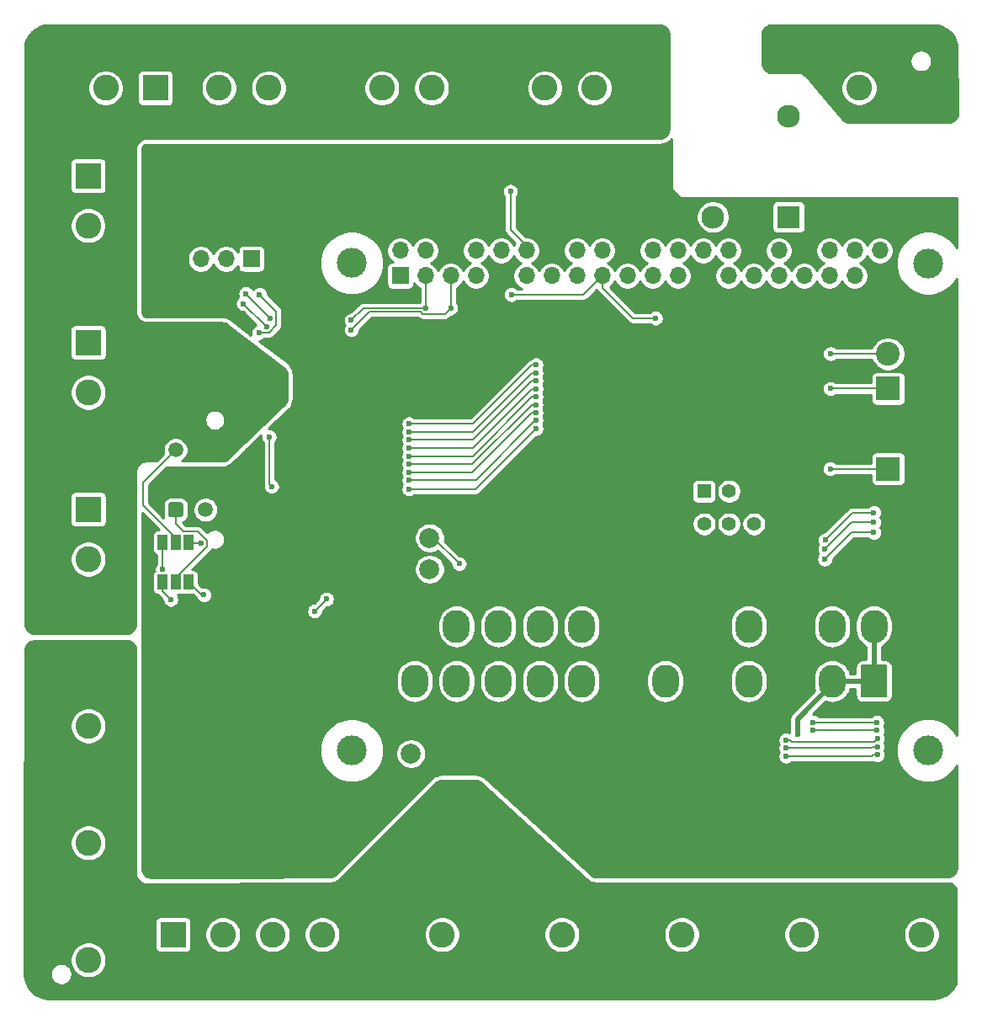
<source format=gbr>
G04 #@! TF.GenerationSoftware,KiCad,Pcbnew,(5.1.5)-3*
G04 #@! TF.CreationDate,2020-03-21T18:00:00+01:00*
G04 #@! TF.ProjectId,fusioncore,66757369-6f6e-4636-9f72-652e6b696361,A*
G04 #@! TF.SameCoordinates,Original*
G04 #@! TF.FileFunction,Copper,L2,Bot*
G04 #@! TF.FilePolarity,Positive*
%FSLAX46Y46*%
G04 Gerber Fmt 4.6, Leading zero omitted, Abs format (unit mm)*
G04 Created by KiCad (PCBNEW (5.1.5)-3) date 2020-03-21 18:00:00*
%MOMM*%
%LPD*%
G04 APERTURE LIST*
G04 #@! TA.AperFunction,ComponentPad*
%ADD10C,0.150000*%
G04 #@! TD*
G04 #@! TA.AperFunction,ComponentPad*
%ADD11O,2.700000X3.300000*%
G04 #@! TD*
G04 #@! TA.AperFunction,SMDPad,CuDef*
%ADD12R,1.000000X1.500000*%
G04 #@! TD*
G04 #@! TA.AperFunction,ComponentPad*
%ADD13C,2.600000*%
G04 #@! TD*
G04 #@! TA.AperFunction,ComponentPad*
%ADD14R,2.600000X2.600000*%
G04 #@! TD*
G04 #@! TA.AperFunction,ComponentPad*
%ADD15C,2.400000*%
G04 #@! TD*
G04 #@! TA.AperFunction,ComponentPad*
%ADD16R,2.400000X2.400000*%
G04 #@! TD*
G04 #@! TA.AperFunction,ComponentPad*
%ADD17C,2.300000*%
G04 #@! TD*
G04 #@! TA.AperFunction,ComponentPad*
%ADD18R,2.300000X2.300000*%
G04 #@! TD*
G04 #@! TA.AperFunction,ComponentPad*
%ADD19O,1.700000X1.700000*%
G04 #@! TD*
G04 #@! TA.AperFunction,ComponentPad*
%ADD20R,1.700000X1.700000*%
G04 #@! TD*
G04 #@! TA.AperFunction,ComponentPad*
%ADD21C,1.500000*%
G04 #@! TD*
G04 #@! TA.AperFunction,ComponentPad*
%ADD22C,1.400000*%
G04 #@! TD*
G04 #@! TA.AperFunction,ComponentPad*
%ADD23R,1.400000X1.400000*%
G04 #@! TD*
G04 #@! TA.AperFunction,ComponentPad*
%ADD24C,2.000000*%
G04 #@! TD*
G04 #@! TA.AperFunction,WasherPad*
%ADD25C,3.000000*%
G04 #@! TD*
G04 #@! TA.AperFunction,ViaPad*
%ADD26C,0.600000*%
G04 #@! TD*
G04 #@! TA.AperFunction,ViaPad*
%ADD27C,1.000000*%
G04 #@! TD*
G04 #@! TA.AperFunction,Conductor*
%ADD28C,0.250000*%
G04 #@! TD*
G04 #@! TA.AperFunction,Conductor*
%ADD29C,0.150000*%
G04 #@! TD*
G04 #@! TA.AperFunction,Conductor*
%ADD30C,0.500000*%
G04 #@! TD*
G04 #@! TA.AperFunction,Conductor*
%ADD31C,0.254000*%
G04 #@! TD*
G04 APERTURE END LIST*
G04 #@! TA.AperFunction,ComponentPad*
D10*
G04 #@! TO.P,J2,1*
G04 #@! TO.N,/3V3_ATX*
G36*
X135698503Y-104689204D02*
G01*
X135722772Y-104692804D01*
X135746570Y-104698765D01*
X135769670Y-104707030D01*
X135791849Y-104717520D01*
X135812892Y-104730133D01*
X135832598Y-104744748D01*
X135850776Y-104761224D01*
X135867252Y-104779402D01*
X135881867Y-104799108D01*
X135894480Y-104820151D01*
X135904970Y-104842330D01*
X135913235Y-104865430D01*
X135919196Y-104889228D01*
X135922796Y-104913497D01*
X135924000Y-104938001D01*
X135924000Y-107737999D01*
X135922796Y-107762503D01*
X135919196Y-107786772D01*
X135913235Y-107810570D01*
X135904970Y-107833670D01*
X135894480Y-107855849D01*
X135881867Y-107876892D01*
X135867252Y-107896598D01*
X135850776Y-107914776D01*
X135832598Y-107931252D01*
X135812892Y-107945867D01*
X135791849Y-107958480D01*
X135769670Y-107968970D01*
X135746570Y-107977235D01*
X135722772Y-107983196D01*
X135698503Y-107986796D01*
X135673999Y-107988000D01*
X133474001Y-107988000D01*
X133449497Y-107986796D01*
X133425228Y-107983196D01*
X133401430Y-107977235D01*
X133378330Y-107968970D01*
X133356151Y-107958480D01*
X133335108Y-107945867D01*
X133315402Y-107931252D01*
X133297224Y-107914776D01*
X133280748Y-107896598D01*
X133266133Y-107876892D01*
X133253520Y-107855849D01*
X133243030Y-107833670D01*
X133234765Y-107810570D01*
X133228804Y-107786772D01*
X133225204Y-107762503D01*
X133224000Y-107737999D01*
X133224000Y-104938001D01*
X133225204Y-104913497D01*
X133228804Y-104889228D01*
X133234765Y-104865430D01*
X133243030Y-104842330D01*
X133253520Y-104820151D01*
X133266133Y-104799108D01*
X133280748Y-104779402D01*
X133297224Y-104761224D01*
X133315402Y-104744748D01*
X133335108Y-104730133D01*
X133356151Y-104717520D01*
X133378330Y-104707030D01*
X133401430Y-104698765D01*
X133425228Y-104692804D01*
X133449497Y-104689204D01*
X133474001Y-104688000D01*
X135673999Y-104688000D01*
X135698503Y-104689204D01*
G37*
G04 #@! TD.AperFunction*
D11*
G04 #@! TO.P,J2,2*
X130374000Y-106338000D03*
G04 #@! TO.P,J2,3*
G04 #@! TO.N,GND*
X126174000Y-106338000D03*
G04 #@! TO.P,J2,4*
G04 #@! TO.N,/5V_ATX*
X121974000Y-106338000D03*
G04 #@! TO.P,J2,5*
G04 #@! TO.N,GND*
X117774000Y-106338000D03*
G04 #@! TO.P,J2,6*
G04 #@! TO.N,/5V_ATX*
X113574000Y-106338000D03*
G04 #@! TO.P,J2,7*
G04 #@! TO.N,GND*
X109374000Y-106338000D03*
G04 #@! TO.P,J2,8*
G04 #@! TO.N,/PWRG*
X105174000Y-106338000D03*
G04 #@! TO.P,J2,9*
G04 #@! TO.N,/5VSTB*
X100974000Y-106338000D03*
G04 #@! TO.P,J2,10*
G04 #@! TO.N,/12V_ATX*
X96774000Y-106338000D03*
G04 #@! TO.P,J2,11*
X92574000Y-106338000D03*
G04 #@! TO.P,J2,12*
G04 #@! TO.N,/3V3_ATX*
X88374000Y-106338000D03*
G04 #@! TO.P,J2,13*
X134574000Y-100838000D03*
G04 #@! TO.P,J2,14*
G04 #@! TO.N,N/C*
X130374000Y-100838000D03*
G04 #@! TO.P,J2,15*
G04 #@! TO.N,GND*
X126174000Y-100838000D03*
G04 #@! TO.P,J2,16*
G04 #@! TO.N,/PS_ON*
X121974000Y-100838000D03*
G04 #@! TO.P,J2,17*
G04 #@! TO.N,GND*
X117774000Y-100838000D03*
G04 #@! TO.P,J2,18*
X113574000Y-100838000D03*
G04 #@! TO.P,J2,19*
X109374000Y-100838000D03*
G04 #@! TO.P,J2,20*
G04 #@! TO.N,N/C*
X105174000Y-100838000D03*
G04 #@! TO.P,J2,21*
G04 #@! TO.N,/5V_ATX*
X100974000Y-100838000D03*
G04 #@! TO.P,J2,22*
X96774000Y-100838000D03*
G04 #@! TO.P,J2,23*
X92574000Y-100838000D03*
G04 #@! TO.P,J2,24*
G04 #@! TO.N,GND*
X88374000Y-100838000D03*
G04 #@! TD*
D12*
G04 #@! TO.P,JP4,1*
G04 #@! TO.N,Net-(JP4-Pad1)*
X63000000Y-92400000D03*
G04 #@! TO.P,JP4,2*
G04 #@! TO.N,Net-(J13-Pad3)*
X64300000Y-92400000D03*
G04 #@! TO.P,JP4,3*
G04 #@! TO.N,/I2C_SDA*
X65600000Y-92400000D03*
G04 #@! TD*
G04 #@! TO.P,JP3,1*
G04 #@! TO.N,Net-(JP3-Pad1)*
X63000000Y-96400000D03*
G04 #@! TO.P,JP3,2*
G04 #@! TO.N,Net-(J13-Pad1)*
X64300000Y-96400000D03*
G04 #@! TO.P,JP3,3*
G04 #@! TO.N,/I2C_SCL*
X65600000Y-96400000D03*
G04 #@! TD*
D13*
G04 #@! TO.P,J24,2*
G04 #@! TO.N,Net-(J24-Pad2)*
X133087100Y-46697900D03*
D14*
G04 #@! TO.P,J24,1*
G04 #@! TO.N,Net-(J24-Pad1)*
X138087100Y-46697900D03*
G04 #@! TD*
D15*
G04 #@! TO.P,J4,3*
G04 #@! TO.N,GND*
X136004300Y-69936600D03*
G04 #@! TO.P,J4,2*
G04 #@! TO.N,/1W*
X136004300Y-73436600D03*
D16*
G04 #@! TO.P,J4,1*
G04 #@! TO.N,/3V3*
X136004300Y-76936600D03*
G04 #@! TD*
D15*
G04 #@! TO.P,J15,2*
G04 #@! TO.N,GND*
X136000000Y-81500000D03*
D16*
G04 #@! TO.P,J15,1*
G04 #@! TO.N,/Trigger*
X136000000Y-85000000D03*
G04 #@! TD*
D17*
G04 #@! TO.P,K1,5*
G04 #@! TO.N,Net-(D19-Pad2)*
X118376700Y-59677300D03*
G04 #@! TO.P,K1,3*
G04 #@! TO.N,Net-(J24-Pad1)*
X125996700Y-41897300D03*
G04 #@! TO.P,K1,2*
G04 #@! TO.N,Net-(J24-Pad2)*
X125996700Y-49517300D03*
D18*
G04 #@! TO.P,K1,1*
G04 #@! TO.N,/5V*
X125996700Y-59677300D03*
G04 #@! TD*
D19*
G04 #@! TO.P,J12,4*
G04 #@! TO.N,GND*
X64325500Y-63881000D03*
G04 #@! TO.P,J12,3*
G04 #@! TO.N,/I2C_SDA*
X66865500Y-63881000D03*
G04 #@! TO.P,J12,2*
G04 #@! TO.N,/I2C_SCL*
X69405500Y-63881000D03*
D20*
G04 #@! TO.P,J12,1*
G04 #@! TO.N,/3V3*
X71945500Y-63881000D03*
G04 #@! TD*
D21*
G04 #@! TO.P,J13,6*
G04 #@! TO.N,/5V*
X67312800Y-83103200D03*
G04 #@! TO.P,J13,5*
G04 #@! TO.N,GND*
X67312800Y-86103200D03*
G04 #@! TO.P,J13,4*
G04 #@! TO.N,/12V*
X67312800Y-89103200D03*
G04 #@! TO.P,J13,3*
G04 #@! TO.N,Net-(J13-Pad3)*
X64312800Y-83103200D03*
G04 #@! TO.P,J13,2*
G04 #@! TO.N,GND*
X64312800Y-86103200D03*
G04 #@! TA.AperFunction,ComponentPad*
D10*
G04 #@! TO.P,J13,1*
G04 #@! TO.N,Net-(J13-Pad1)*
G36*
X64837304Y-88354404D02*
G01*
X64861573Y-88358004D01*
X64885371Y-88363965D01*
X64908471Y-88372230D01*
X64930649Y-88382720D01*
X64951693Y-88395333D01*
X64971398Y-88409947D01*
X64989577Y-88426423D01*
X65006053Y-88444602D01*
X65020667Y-88464307D01*
X65033280Y-88485351D01*
X65043770Y-88507529D01*
X65052035Y-88530629D01*
X65057996Y-88554427D01*
X65061596Y-88578696D01*
X65062800Y-88603200D01*
X65062800Y-89603200D01*
X65061596Y-89627704D01*
X65057996Y-89651973D01*
X65052035Y-89675771D01*
X65043770Y-89698871D01*
X65033280Y-89721049D01*
X65020667Y-89742093D01*
X65006053Y-89761798D01*
X64989577Y-89779977D01*
X64971398Y-89796453D01*
X64951693Y-89811067D01*
X64930649Y-89823680D01*
X64908471Y-89834170D01*
X64885371Y-89842435D01*
X64861573Y-89848396D01*
X64837304Y-89851996D01*
X64812800Y-89853200D01*
X63812800Y-89853200D01*
X63788296Y-89851996D01*
X63764027Y-89848396D01*
X63740229Y-89842435D01*
X63717129Y-89834170D01*
X63694951Y-89823680D01*
X63673907Y-89811067D01*
X63654202Y-89796453D01*
X63636023Y-89779977D01*
X63619547Y-89761798D01*
X63604933Y-89742093D01*
X63592320Y-89721049D01*
X63581830Y-89698871D01*
X63573565Y-89675771D01*
X63567604Y-89651973D01*
X63564004Y-89627704D01*
X63562800Y-89603200D01*
X63562800Y-88603200D01*
X63564004Y-88578696D01*
X63567604Y-88554427D01*
X63573565Y-88530629D01*
X63581830Y-88507529D01*
X63592320Y-88485351D01*
X63604933Y-88464307D01*
X63619547Y-88444602D01*
X63636023Y-88426423D01*
X63654202Y-88409947D01*
X63673907Y-88395333D01*
X63694951Y-88382720D01*
X63717129Y-88372230D01*
X63740229Y-88363965D01*
X63764027Y-88358004D01*
X63788296Y-88354404D01*
X63812800Y-88353200D01*
X64812800Y-88353200D01*
X64837304Y-88354404D01*
G37*
G04 #@! TD.AperFunction*
G04 #@! TD*
D22*
G04 #@! TO.P,SW1,6*
G04 #@! TO.N,N/C*
X122487700Y-90549000D03*
G04 #@! TO.P,SW1,5*
X119987700Y-90549000D03*
G04 #@! TO.P,SW1,4*
X117487700Y-90549000D03*
G04 #@! TO.P,SW1,3*
G04 #@! TO.N,GND*
X122487700Y-87249000D03*
G04 #@! TO.P,SW1,2*
G04 #@! TO.N,/PS_ON*
X119987700Y-87249000D03*
D23*
G04 #@! TO.P,SW1,1*
G04 #@! TO.N,N/C*
X117487700Y-87249000D03*
G04 #@! TD*
D24*
G04 #@! TO.P,TP4,1*
G04 #@! TO.N,/12V*
X87985600Y-113639600D03*
G04 #@! TD*
G04 #@! TO.P,TP3,1*
G04 #@! TO.N,/5V*
X89865200Y-91948000D03*
G04 #@! TD*
G04 #@! TO.P,TP2,1*
G04 #@! TO.N,/3V3*
X89865200Y-95097600D03*
G04 #@! TD*
G04 #@! TO.P,TP1,1*
G04 #@! TO.N,GND*
X89865200Y-88849200D03*
G04 #@! TD*
D13*
G04 #@! TO.P,J20,3*
G04 #@! TO.N,/5V*
X52280800Y-46710600D03*
G04 #@! TO.P,J20,2*
G04 #@! TO.N,/Valve_M4_5V*
X57280800Y-46710600D03*
D14*
G04 #@! TO.P,J20,1*
G04 #@! TO.N,GND*
X62280800Y-46710600D03*
G04 #@! TD*
D13*
G04 #@! TO.P,J19,3*
G04 #@! TO.N,/5V*
X55511700Y-65549800D03*
G04 #@! TO.P,J19,2*
G04 #@! TO.N,/Valve_M3_5V*
X55511700Y-60549800D03*
D14*
G04 #@! TO.P,J19,1*
G04 #@! TO.N,GND*
X55511700Y-55549800D03*
G04 #@! TD*
D13*
G04 #@! TO.P,J18,3*
G04 #@! TO.N,/5V*
X55524400Y-82314820D03*
G04 #@! TO.P,J18,2*
G04 #@! TO.N,/Valve_M2_5V*
X55524400Y-77314820D03*
D14*
G04 #@! TO.P,J18,1*
G04 #@! TO.N,GND*
X55524400Y-72314820D03*
G04 #@! TD*
D13*
G04 #@! TO.P,J17,3*
G04 #@! TO.N,/5V*
X55524400Y-99079840D03*
G04 #@! TO.P,J17,2*
G04 #@! TO.N,/Valve_M1_5V*
X55524400Y-94079840D03*
D14*
G04 #@! TO.P,J17,1*
G04 #@! TO.N,GND*
X55524400Y-89079840D03*
G04 #@! TD*
D13*
G04 #@! TO.P,J14,3*
G04 #@! TO.N,GND*
X101455200Y-46710600D03*
G04 #@! TO.P,J14,2*
G04 #@! TO.N,/LED_PWM_5V*
X106455200Y-46710600D03*
D14*
G04 #@! TO.P,J14,1*
G04 #@! TO.N,/5V*
X111455200Y-46710600D03*
G04 #@! TD*
D13*
G04 #@! TO.P,J23,2*
G04 #@! TO.N,Net-(D15-Pad1)*
X55524400Y-122609880D03*
D14*
G04 #@! TO.P,J23,1*
G04 #@! TO.N,/12V*
X55524400Y-117609880D03*
G04 #@! TD*
D13*
G04 #@! TO.P,J22,2*
G04 #@! TO.N,Net-(D14-Pad1)*
X55524400Y-134374900D03*
D14*
G04 #@! TO.P,J22,1*
G04 #@! TO.N,/12V*
X55524400Y-129374900D03*
G04 #@! TD*
D13*
G04 #@! TO.P,J21,2*
G04 #@! TO.N,Net-(D13-Pad1)*
X55524400Y-110844860D03*
D14*
G04 #@! TO.P,J21,1*
G04 #@! TO.N,/12V*
X55524400Y-105844860D03*
G04 #@! TD*
D13*
G04 #@! TO.P,J5,3*
G04 #@! TO.N,GND*
X85063732Y-46710600D03*
G04 #@! TO.P,J5,2*
G04 #@! TO.N,/Flow_C_5V*
X90063732Y-46710600D03*
D14*
G04 #@! TO.P,J5,1*
G04 #@! TO.N,/5V*
X95063732Y-46710600D03*
G04 #@! TD*
D13*
G04 #@! TO.P,J3,3*
G04 #@! TO.N,GND*
X68672266Y-46710600D03*
G04 #@! TO.P,J3,2*
G04 #@! TO.N,/Flow_W_5V*
X73672266Y-46710600D03*
D14*
G04 #@! TO.P,J3,1*
G04 #@! TO.N,/5V*
X78672266Y-46710600D03*
G04 #@! TD*
D13*
G04 #@! TO.P,J11,2*
G04 #@! TO.N,Net-(D11-Pad1)*
X91121332Y-131826000D03*
D14*
G04 #@! TO.P,J11,1*
G04 #@! TO.N,/12V*
X86121332Y-131826000D03*
G04 #@! TD*
D13*
G04 #@! TO.P,J10,2*
G04 #@! TO.N,Net-(D10-Pad2)*
X103182498Y-131826000D03*
D14*
G04 #@! TO.P,J10,1*
G04 #@! TO.N,/12V*
X98182498Y-131826000D03*
G04 #@! TD*
D13*
G04 #@! TO.P,J9,2*
G04 #@! TO.N,Net-(D7-Pad1)*
X139366000Y-131826000D03*
D14*
G04 #@! TO.P,J9,1*
G04 #@! TO.N,/12V*
X134366000Y-131826000D03*
G04 #@! TD*
D13*
G04 #@! TO.P,J8,2*
G04 #@! TO.N,Net-(D5-Pad1)*
X115243664Y-131826000D03*
D14*
G04 #@! TO.P,J8,1*
G04 #@! TO.N,/12V*
X110243664Y-131826000D03*
G04 #@! TD*
D13*
G04 #@! TO.P,J7,2*
G04 #@! TO.N,Net-(D3-Pad1)*
X127304830Y-131826000D03*
D14*
G04 #@! TO.P,J7,1*
G04 #@! TO.N,/12V*
X122304830Y-131826000D03*
G04 #@! TD*
D20*
G04 #@! TO.P,J1,1*
G04 #@! TO.N,/3V3_PI*
X86920000Y-65590000D03*
D19*
G04 #@! TO.P,J1,2*
G04 #@! TO.N,/5V_PI*
X86920000Y-63050000D03*
G04 #@! TO.P,J1,3*
G04 #@! TO.N,/I2C_SDA*
X89460000Y-65590000D03*
G04 #@! TO.P,J1,4*
G04 #@! TO.N,/5V_PI*
X89460000Y-63050000D03*
G04 #@! TO.P,J1,5*
G04 #@! TO.N,/I2C_SCL*
X92000000Y-65590000D03*
G04 #@! TO.P,J1,6*
G04 #@! TO.N,GND*
X92000000Y-63050000D03*
G04 #@! TO.P,J1,7*
G04 #@! TO.N,/1W*
X94540000Y-65590000D03*
G04 #@! TO.P,J1,8*
G04 #@! TO.N,/EN_5V*
X94540000Y-63050000D03*
G04 #@! TO.P,J1,9*
G04 #@! TO.N,GND*
X97080000Y-65590000D03*
G04 #@! TO.P,J1,10*
G04 #@! TO.N,/Valve_M4*
X97080000Y-63050000D03*
G04 #@! TO.P,J1,11*
G04 #@! TO.N,/Valve_M3*
X99620000Y-65590000D03*
G04 #@! TO.P,J1,12*
G04 #@! TO.N,/LED_PWM*
X99620000Y-63050000D03*
G04 #@! TO.P,J1,13*
G04 #@! TO.N,/Valve_M2*
X102160000Y-65590000D03*
G04 #@! TO.P,J1,14*
G04 #@! TO.N,GND*
X102160000Y-63050000D03*
G04 #@! TO.P,J1,15*
G04 #@! TO.N,/Valve_M1*
X104700000Y-65590000D03*
G04 #@! TO.P,J1,16*
G04 #@! TO.N,/Flow_W*
X104700000Y-63050000D03*
G04 #@! TO.P,J1,17*
G04 #@! TO.N,/3V3_PI*
X107240000Y-65590000D03*
G04 #@! TO.P,J1,18*
G04 #@! TO.N,/Flow_C*
X107240000Y-63050000D03*
G04 #@! TO.P,J1,19*
G04 #@! TO.N,/Valve_AL*
X109780000Y-65590000D03*
G04 #@! TO.P,J1,20*
G04 #@! TO.N,GND*
X109780000Y-63050000D03*
G04 #@! TO.P,J1,21*
G04 #@! TO.N,/Valve_AO*
X112320000Y-65590000D03*
G04 #@! TO.P,J1,22*
G04 #@! TO.N,/Trigger*
X112320000Y-63050000D03*
G04 #@! TO.P,J1,23*
G04 #@! TO.N,/Valve_AR*
X114860000Y-65590000D03*
G04 #@! TO.P,J1,24*
G04 #@! TO.N,N/C*
X114860000Y-63050000D03*
G04 #@! TO.P,J1,25*
G04 #@! TO.N,GND*
X117400000Y-65590000D03*
G04 #@! TO.P,J1,26*
G04 #@! TO.N,N/C*
X117400000Y-63050000D03*
G04 #@! TO.P,J1,27*
G04 #@! TO.N,/ID_SD_EEPROM*
X119940000Y-65590000D03*
G04 #@! TO.P,J1,28*
G04 #@! TO.N,/ID_SC_EEPROM*
X119940000Y-63050000D03*
G04 #@! TO.P,J1,29*
G04 #@! TO.N,/Weight_CLK*
X122480000Y-65590000D03*
G04 #@! TO.P,J1,30*
G04 #@! TO.N,GND*
X122480000Y-63050000D03*
G04 #@! TO.P,J1,31*
G04 #@! TO.N,/Weight_D*
X125020000Y-65590000D03*
G04 #@! TO.P,J1,32*
G04 #@! TO.N,N/C*
X125020000Y-63050000D03*
G04 #@! TO.P,J1,33*
G04 #@! TO.N,/Pump_M2*
X127560000Y-65590000D03*
G04 #@! TO.P,J1,34*
G04 #@! TO.N,GND*
X127560000Y-63050000D03*
G04 #@! TO.P,J1,35*
G04 #@! TO.N,/Pump_M1*
X130100000Y-65590000D03*
G04 #@! TO.P,J1,36*
G04 #@! TO.N,/Cooler*
X130100000Y-63050000D03*
G04 #@! TO.P,J1,37*
G04 #@! TO.N,/Pump_WC*
X132640000Y-65590000D03*
G04 #@! TO.P,J1,38*
G04 #@! TO.N,/Pump_WW*
X132640000Y-63050000D03*
G04 #@! TO.P,J1,39*
G04 #@! TO.N,GND*
X135180000Y-65590000D03*
G04 #@! TO.P,J1,40*
G04 #@! TO.N,/Pump_A*
X135180000Y-63050000D03*
G04 #@! TD*
D25*
G04 #@! TO.P,H1,*
G04 #@! TO.N,*
X82040000Y-64310000D03*
G04 #@! TD*
G04 #@! TO.P,H2,*
G04 #@! TO.N,*
X140040000Y-64330000D03*
G04 #@! TD*
G04 #@! TO.P,H3,*
G04 #@! TO.N,*
X82040000Y-113320000D03*
G04 #@! TD*
G04 #@! TO.P,H4,*
G04 #@! TO.N,*
X140030000Y-113310000D03*
G04 #@! TD*
D14*
G04 #@! TO.P,J16,1*
G04 #@! TO.N,/AINC+*
X64060166Y-131826000D03*
D13*
G04 #@! TO.P,J16,2*
G04 #@! TO.N,/AINC-*
X69060166Y-131826000D03*
G04 #@! TO.P,J16,3*
G04 #@! TO.N,GND*
X74060166Y-131826000D03*
G04 #@! TO.P,J16,4*
G04 #@! TO.N,/5V*
X79060166Y-131826000D03*
G04 #@! TD*
D26*
G04 #@! TO.N,GND*
X97358200Y-73685400D03*
D27*
X68055500Y-121365000D03*
X65228000Y-114159500D03*
X141706600Y-120726200D03*
X129667000Y-120840000D03*
X117687600Y-120869200D03*
X105546400Y-120894600D03*
D26*
X66395600Y-54711600D03*
D27*
X63423800Y-55549800D03*
X94208600Y-54787800D03*
D26*
X104749600Y-89154000D03*
X102565200Y-112369600D03*
X138836400Y-94742000D03*
X139954000Y-99517200D03*
X136550400Y-87985600D03*
X139242800Y-93319600D03*
X71628000Y-83185000D03*
D27*
X87807800Y-117322600D03*
X61925200Y-55549800D03*
X62280800Y-53543200D03*
D26*
X125755400Y-72110600D03*
X131050300Y-58280300D03*
X74371200Y-54775100D03*
X81724500Y-53378100D03*
X64000000Y-66700000D03*
X75900000Y-72600000D03*
X67200000Y-96400000D03*
X84300000Y-106900000D03*
X72600000Y-101800000D03*
X74500000Y-109400000D03*
X80400000Y-97200000D03*
G04 #@! TO.N,/3V3*
X134924800Y-112115600D03*
X129628900Y-94081600D03*
X134569200Y-91389200D03*
X125730000Y-112268000D03*
X72700000Y-71300000D03*
X72745600Y-67462400D03*
X130200000Y-76925000D03*
X73973499Y-86766400D03*
X73723500Y-81788000D03*
X78300000Y-99300000D03*
X79500000Y-98100000D03*
G04 #@! TO.N,/5V*
X73964800Y-76403200D03*
X73964800Y-78181200D03*
X73964800Y-79070200D03*
X73964800Y-77292200D03*
X73964800Y-75514200D03*
X73964800Y-74625200D03*
X74676000Y-76809600D03*
X74676000Y-78587600D03*
X74676000Y-77698600D03*
X74676000Y-75920600D03*
X74676000Y-75031600D03*
X73304400Y-79502000D03*
X73304400Y-78613000D03*
X73304400Y-77724000D03*
X73304400Y-76835000D03*
X73304400Y-75946000D03*
X73304400Y-75057000D03*
X73304400Y-74168000D03*
X64969000Y-72969000D03*
X92850000Y-94550000D03*
G04 #@! TO.N,/12V*
X91897200Y-118872000D03*
X93675200Y-118872000D03*
X95453200Y-118872000D03*
X94564200Y-118872000D03*
X92786200Y-118872000D03*
X91008200Y-118872000D03*
X90119200Y-118872000D03*
X93243400Y-118211600D03*
X93649800Y-117500400D03*
X95021400Y-118211600D03*
X92354400Y-118211600D03*
X94538800Y-117500400D03*
X91871800Y-117500400D03*
X90576400Y-118211600D03*
X90982800Y-117500400D03*
X91465400Y-118211600D03*
X94132400Y-118211600D03*
X92760800Y-117500400D03*
X65963800Y-128295400D03*
G04 #@! TO.N,/3V3_PI*
X98094800Y-67487800D03*
X112600000Y-69850000D03*
G04 #@! TO.N,/Valve_M2*
X100584000Y-76149000D03*
X87795100Y-82092800D03*
G04 #@! TO.N,/Valve_M3*
X100584000Y-75349000D03*
X87795100Y-81280000D03*
G04 #@! TO.N,/1W*
X130200000Y-73431400D03*
G04 #@! TO.N,/Valve_M4*
X100584000Y-74549000D03*
X87795100Y-80467200D03*
G04 #@! TO.N,/Trigger*
X130175000Y-85000000D03*
G04 #@! TO.N,/Valve_M1*
X100584000Y-76949000D03*
X87795100Y-82905600D03*
G04 #@! TO.N,/Valve_AL*
X100584000Y-77749000D03*
X87795100Y-83718400D03*
G04 #@! TO.N,/Valve_AR*
X100584000Y-79349000D03*
X87795100Y-85344000D03*
G04 #@! TO.N,/Valve_AO*
X100584000Y-78549000D03*
X87795100Y-84531200D03*
G04 #@! TO.N,/PWRG*
X128460500Y-110490000D03*
X134874000Y-110490000D03*
G04 #@! TO.N,/5VSTB*
X128460500Y-111302800D03*
X134899400Y-111302800D03*
G04 #@! TO.N,/I2C_SDA*
X134924800Y-113741200D03*
X125730000Y-113893600D03*
X81991200Y-70053200D03*
X73863200Y-69900800D03*
X89458800Y-68834000D03*
X71374000Y-67373500D03*
X129641600Y-93065600D03*
X134569200Y-90373200D03*
X66900000Y-92500000D03*
G04 #@! TO.N,/I2C_SCL*
X134924800Y-112928400D03*
X125730000Y-113080800D03*
X134569200Y-89408000D03*
X129667000Y-92151200D03*
X92000000Y-68837093D03*
X73456800Y-70713600D03*
X81991200Y-71018400D03*
X71120000Y-68389500D03*
X67173000Y-97673000D03*
G04 #@! TO.N,/LED_PWM*
X98000000Y-57100000D03*
G04 #@! TO.N,/Weight_CLK*
X100584000Y-80149000D03*
X87795100Y-86156800D03*
G04 #@! TO.N,/Weight_D*
X100584000Y-80949000D03*
X87795100Y-87020400D03*
G04 #@! TO.N,/3V3_ATX*
X126873000Y-111696500D03*
G04 #@! TO.N,Net-(JP3-Pad1)*
X63830200Y-98130200D03*
G04 #@! TO.N,Net-(JP4-Pad1)*
X63000000Y-95100000D03*
G04 #@! TD*
D28*
G04 #@! TO.N,/ID_SD_EEPROM*
X119940000Y-66060000D02*
X119940000Y-65590000D01*
D29*
G04 #@! TO.N,/3V3*
X134569200Y-91389200D02*
X134569200Y-91389200D01*
X126301863Y-112415599D02*
X126154264Y-112268000D01*
X126154264Y-112268000D02*
X125730000Y-112268000D01*
X134624801Y-112415599D02*
X126301863Y-112415599D01*
X134924800Y-112115600D02*
X134624801Y-112415599D01*
X74438201Y-69155001D02*
X72745600Y-67462400D01*
X72745600Y-67462400D02*
X72745600Y-67462400D01*
X132321300Y-91389200D02*
X129628900Y-94081600D01*
X134569200Y-91389200D02*
X132321300Y-91389200D01*
X130211600Y-76936600D02*
X130200000Y-76925000D01*
X136004300Y-76936600D02*
X130211600Y-76936600D01*
X73721402Y-71300000D02*
X72700000Y-71300000D01*
X74438201Y-70583201D02*
X73721402Y-71300000D01*
X74438201Y-69155001D02*
X74438201Y-70583201D01*
X73723500Y-81788000D02*
X73723500Y-86516401D01*
X73723500Y-86516401D02*
X73973499Y-86766400D01*
X78300000Y-99300000D02*
X79300000Y-98300000D01*
X79300000Y-98300000D02*
X79500000Y-98100000D01*
X79500000Y-98100000D02*
X79500000Y-98100000D01*
G04 #@! TO.N,/5V*
X89865200Y-91948000D02*
X90248000Y-91948000D01*
X90248000Y-91948000D02*
X92850000Y-94550000D01*
G04 #@! TO.N,/3V3_PI*
X107240000Y-66792081D02*
X110297919Y-69850000D01*
X107240000Y-65590000D02*
X107240000Y-66792081D01*
X105342200Y-67487800D02*
X107240000Y-65590000D01*
X98094800Y-67487800D02*
X105342200Y-67487800D01*
X110297919Y-69850000D02*
X112600000Y-69850000D01*
G04 #@! TO.N,/Valve_M2*
X88219364Y-82092800D02*
X87795100Y-82092800D01*
X94215936Y-82092800D02*
X88219364Y-82092800D01*
X100159736Y-76149000D02*
X94215936Y-82092800D01*
X100584000Y-76149000D02*
X100159736Y-76149000D01*
G04 #@! TO.N,/Valve_M3*
X100159736Y-75349000D02*
X100584000Y-75349000D01*
X87795100Y-81280000D02*
X94228736Y-81280000D01*
X94228736Y-81280000D02*
X100159736Y-75349000D01*
G04 #@! TO.N,/1W*
X135999100Y-73431400D02*
X136004300Y-73436600D01*
X130810000Y-73431400D02*
X135999100Y-73431400D01*
X130810000Y-73431400D02*
X130200000Y-73431400D01*
G04 #@! TO.N,/Valve_M4*
X100159736Y-74549000D02*
X94241536Y-80467200D01*
X100584000Y-74549000D02*
X100159736Y-74549000D01*
X94241536Y-80467200D02*
X87795100Y-80467200D01*
G04 #@! TO.N,/Trigger*
X136000000Y-85000000D02*
X130175000Y-85000000D01*
X130175000Y-85000000D02*
X130175000Y-85000000D01*
G04 #@! TO.N,/Valve_M1*
X88219364Y-82905600D02*
X87795100Y-82905600D01*
X94203136Y-82905600D02*
X88219364Y-82905600D01*
X100159736Y-76949000D02*
X94203136Y-82905600D01*
X100584000Y-76949000D02*
X100159736Y-76949000D01*
G04 #@! TO.N,/Valve_AL*
X88219364Y-83718400D02*
X87795100Y-83718400D01*
X94190336Y-83718400D02*
X88219364Y-83718400D01*
X100159736Y-77749000D02*
X94190336Y-83718400D01*
X100584000Y-77749000D02*
X100159736Y-77749000D01*
G04 #@! TO.N,/Valve_AR*
X88219364Y-85344000D02*
X87795100Y-85344000D01*
X94164736Y-85344000D02*
X88219364Y-85344000D01*
X100159736Y-79349000D02*
X94164736Y-85344000D01*
X100584000Y-79349000D02*
X100159736Y-79349000D01*
G04 #@! TO.N,/Valve_AO*
X88219364Y-84531200D02*
X87795100Y-84531200D01*
X94177536Y-84531200D02*
X88219364Y-84531200D01*
X100159736Y-78549000D02*
X94177536Y-84531200D01*
X100584000Y-78549000D02*
X100159736Y-78549000D01*
G04 #@! TO.N,/PWRG*
X128460500Y-110490000D02*
X134874000Y-110490000D01*
G04 #@! TO.N,/5VSTB*
X128884764Y-111302800D02*
X134899400Y-111302800D01*
X128460500Y-111302800D02*
X128884764Y-111302800D01*
G04 #@! TO.N,/I2C_SDA*
X134348136Y-113893600D02*
X125730000Y-113893600D01*
X134924800Y-113741200D02*
X134500536Y-113741200D01*
X134500536Y-113741200D02*
X134348136Y-113893600D01*
X89458800Y-65591200D02*
X89460000Y-65590000D01*
X89458800Y-68834000D02*
X89458800Y-65591200D01*
X83210400Y-68834000D02*
X81991200Y-70053200D01*
X89458800Y-68834000D02*
X83210400Y-68834000D01*
X71374000Y-67411600D02*
X73863200Y-69900800D01*
X71374000Y-67373500D02*
X71374000Y-67411600D01*
X132334000Y-90373200D02*
X129641600Y-93065600D01*
X134569200Y-90373200D02*
X132334000Y-90373200D01*
X65800000Y-92600000D02*
X65600000Y-92400000D01*
X65700000Y-92500000D02*
X65600000Y-92400000D01*
X66900000Y-92500000D02*
X65700000Y-92500000D01*
G04 #@! TO.N,/I2C_SCL*
X134500536Y-112928400D02*
X134924800Y-112928400D01*
X125730000Y-113080800D02*
X134348136Y-113080800D01*
X134348136Y-113080800D02*
X134500536Y-112928400D01*
X92000000Y-68412829D02*
X92000000Y-65590000D01*
X92000000Y-68837093D02*
X92000000Y-68412829D01*
X91428092Y-69409001D02*
X89182799Y-69409001D01*
X92000000Y-68837093D02*
X91428092Y-69409001D01*
X89182799Y-69409001D02*
X88963398Y-69189600D01*
X83820000Y-69189600D02*
X81991200Y-71018400D01*
X88963398Y-69189600D02*
X83820000Y-69189600D01*
X71132700Y-68389500D02*
X73456800Y-70713600D01*
X71120000Y-68389500D02*
X71132700Y-68389500D01*
X132410200Y-89408000D02*
X129667000Y-92151200D01*
X134569200Y-89408000D02*
X132410200Y-89408000D01*
X66873000Y-97673000D02*
X65600000Y-96400000D01*
X67173000Y-97673000D02*
X66873000Y-97673000D01*
G04 #@! TO.N,/LED_PWM*
X99620000Y-63050000D02*
X99620000Y-62620000D01*
X99620000Y-62620000D02*
X98000000Y-61000000D01*
X98000000Y-61000000D02*
X98000000Y-57700000D01*
X98000000Y-57700000D02*
X98000000Y-57700000D01*
X98000000Y-57700000D02*
X98000000Y-57100000D01*
X98000000Y-57100000D02*
X98000000Y-57100000D01*
G04 #@! TO.N,/Weight_CLK*
X88219364Y-86156800D02*
X87795100Y-86156800D01*
X94525198Y-86156800D02*
X88219364Y-86156800D01*
X100532998Y-80149000D02*
X94525198Y-86156800D01*
X100584000Y-80149000D02*
X100532998Y-80149000D01*
G04 #@! TO.N,/Weight_D*
X94512600Y-87020400D02*
X100584000Y-80949000D01*
X87795100Y-87020400D02*
X94512600Y-87020400D01*
G04 #@! TO.N,/3V3_ATX*
X88017500Y-105981500D02*
X88374000Y-106338000D01*
D30*
X126873000Y-111272236D02*
X126873000Y-111696500D01*
X126873000Y-110139000D02*
X126873000Y-111272236D01*
X130374000Y-106638000D02*
X126873000Y-110139000D01*
X130374000Y-106338000D02*
X130374000Y-106638000D01*
X130374000Y-106338000D02*
X134574000Y-106338000D01*
X134574000Y-104688000D02*
X134574000Y-100838000D01*
X134574000Y-106338000D02*
X134574000Y-104688000D01*
D29*
G04 #@! TO.N,Net-(J13-Pad3)*
X64300000Y-91954998D02*
X61000000Y-88654998D01*
X64300000Y-92400000D02*
X64300000Y-91954998D01*
X61000000Y-86416000D02*
X64312800Y-83103200D01*
X61000000Y-88654998D02*
X61000000Y-86416000D01*
G04 #@! TO.N,Net-(J13-Pad1)*
X64300000Y-89116000D02*
X64312800Y-89103200D01*
X64354202Y-89103200D02*
X64312800Y-89103200D01*
X67475001Y-92779997D02*
X67475001Y-92223999D01*
X64300000Y-95954998D02*
X67475001Y-92779997D01*
X64300000Y-96400000D02*
X64300000Y-95954998D01*
X67475001Y-92223999D02*
X66551002Y-91300000D01*
X66551002Y-91300000D02*
X65100000Y-91300000D01*
X64312800Y-90512800D02*
X64312800Y-89103200D01*
X65100000Y-91300000D02*
X64312800Y-90512800D01*
G04 #@! TO.N,Net-(JP3-Pad1)*
X63000000Y-97300000D02*
X63000000Y-96400000D01*
X63830200Y-98130200D02*
X63000000Y-97300000D01*
G04 #@! TO.N,Net-(JP4-Pad1)*
X63000000Y-95100000D02*
X63000000Y-92400000D01*
G04 #@! TD*
D31*
G04 #@! TO.N,/12V*
G36*
X59568041Y-102307008D02*
G01*
X59732339Y-102356196D01*
X59883837Y-102436574D01*
X60016687Y-102545043D01*
X60125744Y-102677400D01*
X60206803Y-102828541D01*
X60256724Y-102992612D01*
X60274200Y-103169545D01*
X60274200Y-125638019D01*
X60274816Y-125650517D01*
X60294186Y-125846387D01*
X60299083Y-125870900D01*
X60356443Y-126059182D01*
X60366045Y-126082261D01*
X60459173Y-126255661D01*
X60473110Y-126276412D01*
X60598398Y-126428212D01*
X60616130Y-126445831D01*
X60768724Y-126570150D01*
X60789563Y-126583955D01*
X60963552Y-126675978D01*
X60986691Y-126685433D01*
X61175334Y-126741595D01*
X61199878Y-126746335D01*
X61395867Y-126764458D01*
X61408369Y-126764995D01*
X79956737Y-126647006D01*
X79969071Y-126646327D01*
X80162327Y-126626221D01*
X80186506Y-126621296D01*
X80372225Y-126564199D01*
X80394995Y-126554690D01*
X80566167Y-126462756D01*
X80586669Y-126449024D01*
X80736832Y-126325724D01*
X80745986Y-126317430D01*
X90458269Y-116617122D01*
X90595271Y-116504812D01*
X90746005Y-116424317D01*
X90909545Y-116374750D01*
X91085836Y-116357400D01*
X94488333Y-116357400D01*
X94654727Y-116372838D01*
X94809763Y-116417008D01*
X94954020Y-116488945D01*
X95087295Y-116589760D01*
X105773228Y-126349554D01*
X105782258Y-126357066D01*
X105929616Y-126468534D01*
X105949557Y-126480900D01*
X106114907Y-126563356D01*
X106136785Y-126571844D01*
X106314483Y-126622470D01*
X106337548Y-126626787D01*
X106521527Y-126643857D01*
X106533260Y-126644400D01*
X141983519Y-126644400D01*
X142159942Y-126661776D01*
X142323603Y-126711422D01*
X142474425Y-126792038D01*
X142606623Y-126900530D01*
X142715115Y-127032728D01*
X142795731Y-127183550D01*
X142845377Y-127347211D01*
X142862753Y-127523634D01*
X142862753Y-136479188D01*
X142782359Y-136743795D01*
X142559880Y-137160461D01*
X142260702Y-137525984D01*
X141896230Y-137826433D01*
X141480334Y-138050370D01*
X141028879Y-138189256D01*
X140531919Y-138240611D01*
X51574574Y-138240611D01*
X51076267Y-138191751D01*
X50624079Y-138055229D01*
X50207019Y-137833474D01*
X49840977Y-137534937D01*
X49539891Y-137170987D01*
X49315233Y-136755489D01*
X49175555Y-136304268D01*
X49123356Y-135807622D01*
X49123356Y-135691364D01*
X51697000Y-135691364D01*
X51697000Y-135908636D01*
X51739388Y-136121733D01*
X51822534Y-136322466D01*
X51943244Y-136503122D01*
X52096878Y-136656756D01*
X52277534Y-136777466D01*
X52478267Y-136860612D01*
X52691364Y-136903000D01*
X52908636Y-136903000D01*
X53121733Y-136860612D01*
X53322466Y-136777466D01*
X53503122Y-136656756D01*
X53656756Y-136503122D01*
X53777466Y-136322466D01*
X53860612Y-136121733D01*
X53903000Y-135908636D01*
X53903000Y-135691364D01*
X53860612Y-135478267D01*
X53777466Y-135277534D01*
X53656756Y-135096878D01*
X53503122Y-134943244D01*
X53322466Y-134822534D01*
X53121733Y-134739388D01*
X52908636Y-134697000D01*
X52691364Y-134697000D01*
X52478267Y-134739388D01*
X52277534Y-134822534D01*
X52096878Y-134943244D01*
X51943244Y-135096878D01*
X51822534Y-135277534D01*
X51739388Y-135478267D01*
X51697000Y-135691364D01*
X49123356Y-135691364D01*
X49123356Y-134194956D01*
X53697400Y-134194956D01*
X53697400Y-134554844D01*
X53767611Y-134907816D01*
X53905334Y-135240309D01*
X54105276Y-135539545D01*
X54359755Y-135794024D01*
X54658991Y-135993966D01*
X54991484Y-136131689D01*
X55344456Y-136201900D01*
X55704344Y-136201900D01*
X56057316Y-136131689D01*
X56389809Y-135993966D01*
X56689045Y-135794024D01*
X56943524Y-135539545D01*
X57143466Y-135240309D01*
X57281189Y-134907816D01*
X57351400Y-134554844D01*
X57351400Y-134194956D01*
X57281189Y-133841984D01*
X57143466Y-133509491D01*
X56943524Y-133210255D01*
X56689045Y-132955776D01*
X56389809Y-132755834D01*
X56057316Y-132618111D01*
X55704344Y-132547900D01*
X55344456Y-132547900D01*
X54991484Y-132618111D01*
X54658991Y-132755834D01*
X54359755Y-132955776D01*
X54105276Y-133210255D01*
X53905334Y-133509491D01*
X53767611Y-133841984D01*
X53697400Y-134194956D01*
X49123356Y-134194956D01*
X49123356Y-130526000D01*
X62230617Y-130526000D01*
X62230617Y-133126000D01*
X62240792Y-133229310D01*
X62270927Y-133328650D01*
X62319862Y-133420202D01*
X62385718Y-133500448D01*
X62465964Y-133566304D01*
X62557516Y-133615239D01*
X62656856Y-133645374D01*
X62760166Y-133655549D01*
X65360166Y-133655549D01*
X65463476Y-133645374D01*
X65562816Y-133615239D01*
X65654368Y-133566304D01*
X65734614Y-133500448D01*
X65800470Y-133420202D01*
X65849405Y-133328650D01*
X65879540Y-133229310D01*
X65889715Y-133126000D01*
X65889715Y-131646056D01*
X67233166Y-131646056D01*
X67233166Y-132005944D01*
X67303377Y-132358916D01*
X67441100Y-132691409D01*
X67641042Y-132990645D01*
X67895521Y-133245124D01*
X68194757Y-133445066D01*
X68527250Y-133582789D01*
X68880222Y-133653000D01*
X69240110Y-133653000D01*
X69593082Y-133582789D01*
X69925575Y-133445066D01*
X70224811Y-133245124D01*
X70479290Y-132990645D01*
X70679232Y-132691409D01*
X70816955Y-132358916D01*
X70887166Y-132005944D01*
X70887166Y-131646056D01*
X72233166Y-131646056D01*
X72233166Y-132005944D01*
X72303377Y-132358916D01*
X72441100Y-132691409D01*
X72641042Y-132990645D01*
X72895521Y-133245124D01*
X73194757Y-133445066D01*
X73527250Y-133582789D01*
X73880222Y-133653000D01*
X74240110Y-133653000D01*
X74593082Y-133582789D01*
X74925575Y-133445066D01*
X75224811Y-133245124D01*
X75479290Y-132990645D01*
X75679232Y-132691409D01*
X75816955Y-132358916D01*
X75887166Y-132005944D01*
X75887166Y-131646056D01*
X77233166Y-131646056D01*
X77233166Y-132005944D01*
X77303377Y-132358916D01*
X77441100Y-132691409D01*
X77641042Y-132990645D01*
X77895521Y-133245124D01*
X78194757Y-133445066D01*
X78527250Y-133582789D01*
X78880222Y-133653000D01*
X79240110Y-133653000D01*
X79593082Y-133582789D01*
X79925575Y-133445066D01*
X80224811Y-133245124D01*
X80479290Y-132990645D01*
X80679232Y-132691409D01*
X80816955Y-132358916D01*
X80887166Y-132005944D01*
X80887166Y-131646056D01*
X89294332Y-131646056D01*
X89294332Y-132005944D01*
X89364543Y-132358916D01*
X89502266Y-132691409D01*
X89702208Y-132990645D01*
X89956687Y-133245124D01*
X90255923Y-133445066D01*
X90588416Y-133582789D01*
X90941388Y-133653000D01*
X91301276Y-133653000D01*
X91654248Y-133582789D01*
X91986741Y-133445066D01*
X92285977Y-133245124D01*
X92540456Y-132990645D01*
X92740398Y-132691409D01*
X92878121Y-132358916D01*
X92948332Y-132005944D01*
X92948332Y-131646056D01*
X101355498Y-131646056D01*
X101355498Y-132005944D01*
X101425709Y-132358916D01*
X101563432Y-132691409D01*
X101763374Y-132990645D01*
X102017853Y-133245124D01*
X102317089Y-133445066D01*
X102649582Y-133582789D01*
X103002554Y-133653000D01*
X103362442Y-133653000D01*
X103715414Y-133582789D01*
X104047907Y-133445066D01*
X104347143Y-133245124D01*
X104601622Y-132990645D01*
X104801564Y-132691409D01*
X104939287Y-132358916D01*
X105009498Y-132005944D01*
X105009498Y-131646056D01*
X113416664Y-131646056D01*
X113416664Y-132005944D01*
X113486875Y-132358916D01*
X113624598Y-132691409D01*
X113824540Y-132990645D01*
X114079019Y-133245124D01*
X114378255Y-133445066D01*
X114710748Y-133582789D01*
X115063720Y-133653000D01*
X115423608Y-133653000D01*
X115776580Y-133582789D01*
X116109073Y-133445066D01*
X116408309Y-133245124D01*
X116662788Y-132990645D01*
X116862730Y-132691409D01*
X117000453Y-132358916D01*
X117070664Y-132005944D01*
X117070664Y-131646056D01*
X125477830Y-131646056D01*
X125477830Y-132005944D01*
X125548041Y-132358916D01*
X125685764Y-132691409D01*
X125885706Y-132990645D01*
X126140185Y-133245124D01*
X126439421Y-133445066D01*
X126771914Y-133582789D01*
X127124886Y-133653000D01*
X127484774Y-133653000D01*
X127837746Y-133582789D01*
X128170239Y-133445066D01*
X128469475Y-133245124D01*
X128723954Y-132990645D01*
X128923896Y-132691409D01*
X129061619Y-132358916D01*
X129131830Y-132005944D01*
X129131830Y-131646056D01*
X137539000Y-131646056D01*
X137539000Y-132005944D01*
X137609211Y-132358916D01*
X137746934Y-132691409D01*
X137946876Y-132990645D01*
X138201355Y-133245124D01*
X138500591Y-133445066D01*
X138833084Y-133582789D01*
X139186056Y-133653000D01*
X139545944Y-133653000D01*
X139898916Y-133582789D01*
X140231409Y-133445066D01*
X140530645Y-133245124D01*
X140785124Y-132990645D01*
X140985066Y-132691409D01*
X141122789Y-132358916D01*
X141193000Y-132005944D01*
X141193000Y-131646056D01*
X141122789Y-131293084D01*
X140985066Y-130960591D01*
X140785124Y-130661355D01*
X140530645Y-130406876D01*
X140231409Y-130206934D01*
X139898916Y-130069211D01*
X139545944Y-129999000D01*
X139186056Y-129999000D01*
X138833084Y-130069211D01*
X138500591Y-130206934D01*
X138201355Y-130406876D01*
X137946876Y-130661355D01*
X137746934Y-130960591D01*
X137609211Y-131293084D01*
X137539000Y-131646056D01*
X129131830Y-131646056D01*
X129061619Y-131293084D01*
X128923896Y-130960591D01*
X128723954Y-130661355D01*
X128469475Y-130406876D01*
X128170239Y-130206934D01*
X127837746Y-130069211D01*
X127484774Y-129999000D01*
X127124886Y-129999000D01*
X126771914Y-130069211D01*
X126439421Y-130206934D01*
X126140185Y-130406876D01*
X125885706Y-130661355D01*
X125685764Y-130960591D01*
X125548041Y-131293084D01*
X125477830Y-131646056D01*
X117070664Y-131646056D01*
X117000453Y-131293084D01*
X116862730Y-130960591D01*
X116662788Y-130661355D01*
X116408309Y-130406876D01*
X116109073Y-130206934D01*
X115776580Y-130069211D01*
X115423608Y-129999000D01*
X115063720Y-129999000D01*
X114710748Y-130069211D01*
X114378255Y-130206934D01*
X114079019Y-130406876D01*
X113824540Y-130661355D01*
X113624598Y-130960591D01*
X113486875Y-131293084D01*
X113416664Y-131646056D01*
X105009498Y-131646056D01*
X104939287Y-131293084D01*
X104801564Y-130960591D01*
X104601622Y-130661355D01*
X104347143Y-130406876D01*
X104047907Y-130206934D01*
X103715414Y-130069211D01*
X103362442Y-129999000D01*
X103002554Y-129999000D01*
X102649582Y-130069211D01*
X102317089Y-130206934D01*
X102017853Y-130406876D01*
X101763374Y-130661355D01*
X101563432Y-130960591D01*
X101425709Y-131293084D01*
X101355498Y-131646056D01*
X92948332Y-131646056D01*
X92878121Y-131293084D01*
X92740398Y-130960591D01*
X92540456Y-130661355D01*
X92285977Y-130406876D01*
X91986741Y-130206934D01*
X91654248Y-130069211D01*
X91301276Y-129999000D01*
X90941388Y-129999000D01*
X90588416Y-130069211D01*
X90255923Y-130206934D01*
X89956687Y-130406876D01*
X89702208Y-130661355D01*
X89502266Y-130960591D01*
X89364543Y-131293084D01*
X89294332Y-131646056D01*
X80887166Y-131646056D01*
X80816955Y-131293084D01*
X80679232Y-130960591D01*
X80479290Y-130661355D01*
X80224811Y-130406876D01*
X79925575Y-130206934D01*
X79593082Y-130069211D01*
X79240110Y-129999000D01*
X78880222Y-129999000D01*
X78527250Y-130069211D01*
X78194757Y-130206934D01*
X77895521Y-130406876D01*
X77641042Y-130661355D01*
X77441100Y-130960591D01*
X77303377Y-131293084D01*
X77233166Y-131646056D01*
X75887166Y-131646056D01*
X75816955Y-131293084D01*
X75679232Y-130960591D01*
X75479290Y-130661355D01*
X75224811Y-130406876D01*
X74925575Y-130206934D01*
X74593082Y-130069211D01*
X74240110Y-129999000D01*
X73880222Y-129999000D01*
X73527250Y-130069211D01*
X73194757Y-130206934D01*
X72895521Y-130406876D01*
X72641042Y-130661355D01*
X72441100Y-130960591D01*
X72303377Y-131293084D01*
X72233166Y-131646056D01*
X70887166Y-131646056D01*
X70816955Y-131293084D01*
X70679232Y-130960591D01*
X70479290Y-130661355D01*
X70224811Y-130406876D01*
X69925575Y-130206934D01*
X69593082Y-130069211D01*
X69240110Y-129999000D01*
X68880222Y-129999000D01*
X68527250Y-130069211D01*
X68194757Y-130206934D01*
X67895521Y-130406876D01*
X67641042Y-130661355D01*
X67441100Y-130960591D01*
X67303377Y-131293084D01*
X67233166Y-131646056D01*
X65889715Y-131646056D01*
X65889715Y-130526000D01*
X65879540Y-130422690D01*
X65849405Y-130323350D01*
X65800470Y-130231798D01*
X65734614Y-130151552D01*
X65654368Y-130085696D01*
X65562816Y-130036761D01*
X65463476Y-130006626D01*
X65360166Y-129996451D01*
X62760166Y-129996451D01*
X62656856Y-130006626D01*
X62557516Y-130036761D01*
X62465964Y-130085696D01*
X62385718Y-130151552D01*
X62319862Y-130231798D01*
X62270927Y-130323350D01*
X62240792Y-130422690D01*
X62230617Y-130526000D01*
X49123356Y-130526000D01*
X49123356Y-122429936D01*
X53697400Y-122429936D01*
X53697400Y-122789824D01*
X53767611Y-123142796D01*
X53905334Y-123475289D01*
X54105276Y-123774525D01*
X54359755Y-124029004D01*
X54658991Y-124228946D01*
X54991484Y-124366669D01*
X55344456Y-124436880D01*
X55704344Y-124436880D01*
X56057316Y-124366669D01*
X56389809Y-124228946D01*
X56689045Y-124029004D01*
X56943524Y-123774525D01*
X57143466Y-123475289D01*
X57281189Y-123142796D01*
X57351400Y-122789824D01*
X57351400Y-122429936D01*
X57281189Y-122076964D01*
X57143466Y-121744471D01*
X56943524Y-121445235D01*
X56689045Y-121190756D01*
X56389809Y-120990814D01*
X56057316Y-120853091D01*
X55704344Y-120782880D01*
X55344456Y-120782880D01*
X54991484Y-120853091D01*
X54658991Y-120990814D01*
X54359755Y-121190756D01*
X54105276Y-121445235D01*
X53905334Y-121744471D01*
X53767611Y-122076964D01*
X53697400Y-122429936D01*
X49123356Y-122429936D01*
X49123356Y-118098443D01*
X49150419Y-110664916D01*
X53697400Y-110664916D01*
X53697400Y-111024804D01*
X53767611Y-111377776D01*
X53905334Y-111710269D01*
X54105276Y-112009505D01*
X54359755Y-112263984D01*
X54658991Y-112463926D01*
X54991484Y-112601649D01*
X55344456Y-112671860D01*
X55704344Y-112671860D01*
X56057316Y-112601649D01*
X56389809Y-112463926D01*
X56689045Y-112263984D01*
X56943524Y-112009505D01*
X57143466Y-111710269D01*
X57281189Y-111377776D01*
X57351400Y-111024804D01*
X57351400Y-110664916D01*
X57281189Y-110311944D01*
X57143466Y-109979451D01*
X56943524Y-109680215D01*
X56689045Y-109425736D01*
X56389809Y-109225794D01*
X56057316Y-109088071D01*
X55704344Y-109017860D01*
X55344456Y-109017860D01*
X54991484Y-109088071D01*
X54658991Y-109225794D01*
X54359755Y-109425736D01*
X54105276Y-109680215D01*
X53905334Y-109979451D01*
X53767611Y-110311944D01*
X53697400Y-110664916D01*
X49150419Y-110664916D01*
X49177568Y-103208181D01*
X49195406Y-103032707D01*
X49245139Y-102870002D01*
X49325507Y-102720041D01*
X49433452Y-102588534D01*
X49564871Y-102480478D01*
X49714767Y-102399983D01*
X49877429Y-102350114D01*
X50052880Y-102332130D01*
X59391033Y-102290324D01*
X59568041Y-102307008D01*
G37*
X59568041Y-102307008D02*
X59732339Y-102356196D01*
X59883837Y-102436574D01*
X60016687Y-102545043D01*
X60125744Y-102677400D01*
X60206803Y-102828541D01*
X60256724Y-102992612D01*
X60274200Y-103169545D01*
X60274200Y-125638019D01*
X60274816Y-125650517D01*
X60294186Y-125846387D01*
X60299083Y-125870900D01*
X60356443Y-126059182D01*
X60366045Y-126082261D01*
X60459173Y-126255661D01*
X60473110Y-126276412D01*
X60598398Y-126428212D01*
X60616130Y-126445831D01*
X60768724Y-126570150D01*
X60789563Y-126583955D01*
X60963552Y-126675978D01*
X60986691Y-126685433D01*
X61175334Y-126741595D01*
X61199878Y-126746335D01*
X61395867Y-126764458D01*
X61408369Y-126764995D01*
X79956737Y-126647006D01*
X79969071Y-126646327D01*
X80162327Y-126626221D01*
X80186506Y-126621296D01*
X80372225Y-126564199D01*
X80394995Y-126554690D01*
X80566167Y-126462756D01*
X80586669Y-126449024D01*
X80736832Y-126325724D01*
X80745986Y-126317430D01*
X90458269Y-116617122D01*
X90595271Y-116504812D01*
X90746005Y-116424317D01*
X90909545Y-116374750D01*
X91085836Y-116357400D01*
X94488333Y-116357400D01*
X94654727Y-116372838D01*
X94809763Y-116417008D01*
X94954020Y-116488945D01*
X95087295Y-116589760D01*
X105773228Y-126349554D01*
X105782258Y-126357066D01*
X105929616Y-126468534D01*
X105949557Y-126480900D01*
X106114907Y-126563356D01*
X106136785Y-126571844D01*
X106314483Y-126622470D01*
X106337548Y-126626787D01*
X106521527Y-126643857D01*
X106533260Y-126644400D01*
X141983519Y-126644400D01*
X142159942Y-126661776D01*
X142323603Y-126711422D01*
X142474425Y-126792038D01*
X142606623Y-126900530D01*
X142715115Y-127032728D01*
X142795731Y-127183550D01*
X142845377Y-127347211D01*
X142862753Y-127523634D01*
X142862753Y-136479188D01*
X142782359Y-136743795D01*
X142559880Y-137160461D01*
X142260702Y-137525984D01*
X141896230Y-137826433D01*
X141480334Y-138050370D01*
X141028879Y-138189256D01*
X140531919Y-138240611D01*
X51574574Y-138240611D01*
X51076267Y-138191751D01*
X50624079Y-138055229D01*
X50207019Y-137833474D01*
X49840977Y-137534937D01*
X49539891Y-137170987D01*
X49315233Y-136755489D01*
X49175555Y-136304268D01*
X49123356Y-135807622D01*
X49123356Y-135691364D01*
X51697000Y-135691364D01*
X51697000Y-135908636D01*
X51739388Y-136121733D01*
X51822534Y-136322466D01*
X51943244Y-136503122D01*
X52096878Y-136656756D01*
X52277534Y-136777466D01*
X52478267Y-136860612D01*
X52691364Y-136903000D01*
X52908636Y-136903000D01*
X53121733Y-136860612D01*
X53322466Y-136777466D01*
X53503122Y-136656756D01*
X53656756Y-136503122D01*
X53777466Y-136322466D01*
X53860612Y-136121733D01*
X53903000Y-135908636D01*
X53903000Y-135691364D01*
X53860612Y-135478267D01*
X53777466Y-135277534D01*
X53656756Y-135096878D01*
X53503122Y-134943244D01*
X53322466Y-134822534D01*
X53121733Y-134739388D01*
X52908636Y-134697000D01*
X52691364Y-134697000D01*
X52478267Y-134739388D01*
X52277534Y-134822534D01*
X52096878Y-134943244D01*
X51943244Y-135096878D01*
X51822534Y-135277534D01*
X51739388Y-135478267D01*
X51697000Y-135691364D01*
X49123356Y-135691364D01*
X49123356Y-134194956D01*
X53697400Y-134194956D01*
X53697400Y-134554844D01*
X53767611Y-134907816D01*
X53905334Y-135240309D01*
X54105276Y-135539545D01*
X54359755Y-135794024D01*
X54658991Y-135993966D01*
X54991484Y-136131689D01*
X55344456Y-136201900D01*
X55704344Y-136201900D01*
X56057316Y-136131689D01*
X56389809Y-135993966D01*
X56689045Y-135794024D01*
X56943524Y-135539545D01*
X57143466Y-135240309D01*
X57281189Y-134907816D01*
X57351400Y-134554844D01*
X57351400Y-134194956D01*
X57281189Y-133841984D01*
X57143466Y-133509491D01*
X56943524Y-133210255D01*
X56689045Y-132955776D01*
X56389809Y-132755834D01*
X56057316Y-132618111D01*
X55704344Y-132547900D01*
X55344456Y-132547900D01*
X54991484Y-132618111D01*
X54658991Y-132755834D01*
X54359755Y-132955776D01*
X54105276Y-133210255D01*
X53905334Y-133509491D01*
X53767611Y-133841984D01*
X53697400Y-134194956D01*
X49123356Y-134194956D01*
X49123356Y-130526000D01*
X62230617Y-130526000D01*
X62230617Y-133126000D01*
X62240792Y-133229310D01*
X62270927Y-133328650D01*
X62319862Y-133420202D01*
X62385718Y-133500448D01*
X62465964Y-133566304D01*
X62557516Y-133615239D01*
X62656856Y-133645374D01*
X62760166Y-133655549D01*
X65360166Y-133655549D01*
X65463476Y-133645374D01*
X65562816Y-133615239D01*
X65654368Y-133566304D01*
X65734614Y-133500448D01*
X65800470Y-133420202D01*
X65849405Y-133328650D01*
X65879540Y-133229310D01*
X65889715Y-133126000D01*
X65889715Y-131646056D01*
X67233166Y-131646056D01*
X67233166Y-132005944D01*
X67303377Y-132358916D01*
X67441100Y-132691409D01*
X67641042Y-132990645D01*
X67895521Y-133245124D01*
X68194757Y-133445066D01*
X68527250Y-133582789D01*
X68880222Y-133653000D01*
X69240110Y-133653000D01*
X69593082Y-133582789D01*
X69925575Y-133445066D01*
X70224811Y-133245124D01*
X70479290Y-132990645D01*
X70679232Y-132691409D01*
X70816955Y-132358916D01*
X70887166Y-132005944D01*
X70887166Y-131646056D01*
X72233166Y-131646056D01*
X72233166Y-132005944D01*
X72303377Y-132358916D01*
X72441100Y-132691409D01*
X72641042Y-132990645D01*
X72895521Y-133245124D01*
X73194757Y-133445066D01*
X73527250Y-133582789D01*
X73880222Y-133653000D01*
X74240110Y-133653000D01*
X74593082Y-133582789D01*
X74925575Y-133445066D01*
X75224811Y-133245124D01*
X75479290Y-132990645D01*
X75679232Y-132691409D01*
X75816955Y-132358916D01*
X75887166Y-132005944D01*
X75887166Y-131646056D01*
X77233166Y-131646056D01*
X77233166Y-132005944D01*
X77303377Y-132358916D01*
X77441100Y-132691409D01*
X77641042Y-132990645D01*
X77895521Y-133245124D01*
X78194757Y-133445066D01*
X78527250Y-133582789D01*
X78880222Y-133653000D01*
X79240110Y-133653000D01*
X79593082Y-133582789D01*
X79925575Y-133445066D01*
X80224811Y-133245124D01*
X80479290Y-132990645D01*
X80679232Y-132691409D01*
X80816955Y-132358916D01*
X80887166Y-132005944D01*
X80887166Y-131646056D01*
X89294332Y-131646056D01*
X89294332Y-132005944D01*
X89364543Y-132358916D01*
X89502266Y-132691409D01*
X89702208Y-132990645D01*
X89956687Y-133245124D01*
X90255923Y-133445066D01*
X90588416Y-133582789D01*
X90941388Y-133653000D01*
X91301276Y-133653000D01*
X91654248Y-133582789D01*
X91986741Y-133445066D01*
X92285977Y-133245124D01*
X92540456Y-132990645D01*
X92740398Y-132691409D01*
X92878121Y-132358916D01*
X92948332Y-132005944D01*
X92948332Y-131646056D01*
X101355498Y-131646056D01*
X101355498Y-132005944D01*
X101425709Y-132358916D01*
X101563432Y-132691409D01*
X101763374Y-132990645D01*
X102017853Y-133245124D01*
X102317089Y-133445066D01*
X102649582Y-133582789D01*
X103002554Y-133653000D01*
X103362442Y-133653000D01*
X103715414Y-133582789D01*
X104047907Y-133445066D01*
X104347143Y-133245124D01*
X104601622Y-132990645D01*
X104801564Y-132691409D01*
X104939287Y-132358916D01*
X105009498Y-132005944D01*
X105009498Y-131646056D01*
X113416664Y-131646056D01*
X113416664Y-132005944D01*
X113486875Y-132358916D01*
X113624598Y-132691409D01*
X113824540Y-132990645D01*
X114079019Y-133245124D01*
X114378255Y-133445066D01*
X114710748Y-133582789D01*
X115063720Y-133653000D01*
X115423608Y-133653000D01*
X115776580Y-133582789D01*
X116109073Y-133445066D01*
X116408309Y-133245124D01*
X116662788Y-132990645D01*
X116862730Y-132691409D01*
X117000453Y-132358916D01*
X117070664Y-132005944D01*
X117070664Y-131646056D01*
X125477830Y-131646056D01*
X125477830Y-132005944D01*
X125548041Y-132358916D01*
X125685764Y-132691409D01*
X125885706Y-132990645D01*
X126140185Y-133245124D01*
X126439421Y-133445066D01*
X126771914Y-133582789D01*
X127124886Y-133653000D01*
X127484774Y-133653000D01*
X127837746Y-133582789D01*
X128170239Y-133445066D01*
X128469475Y-133245124D01*
X128723954Y-132990645D01*
X128923896Y-132691409D01*
X129061619Y-132358916D01*
X129131830Y-132005944D01*
X129131830Y-131646056D01*
X137539000Y-131646056D01*
X137539000Y-132005944D01*
X137609211Y-132358916D01*
X137746934Y-132691409D01*
X137946876Y-132990645D01*
X138201355Y-133245124D01*
X138500591Y-133445066D01*
X138833084Y-133582789D01*
X139186056Y-133653000D01*
X139545944Y-133653000D01*
X139898916Y-133582789D01*
X140231409Y-133445066D01*
X140530645Y-133245124D01*
X140785124Y-132990645D01*
X140985066Y-132691409D01*
X141122789Y-132358916D01*
X141193000Y-132005944D01*
X141193000Y-131646056D01*
X141122789Y-131293084D01*
X140985066Y-130960591D01*
X140785124Y-130661355D01*
X140530645Y-130406876D01*
X140231409Y-130206934D01*
X139898916Y-130069211D01*
X139545944Y-129999000D01*
X139186056Y-129999000D01*
X138833084Y-130069211D01*
X138500591Y-130206934D01*
X138201355Y-130406876D01*
X137946876Y-130661355D01*
X137746934Y-130960591D01*
X137609211Y-131293084D01*
X137539000Y-131646056D01*
X129131830Y-131646056D01*
X129061619Y-131293084D01*
X128923896Y-130960591D01*
X128723954Y-130661355D01*
X128469475Y-130406876D01*
X128170239Y-130206934D01*
X127837746Y-130069211D01*
X127484774Y-129999000D01*
X127124886Y-129999000D01*
X126771914Y-130069211D01*
X126439421Y-130206934D01*
X126140185Y-130406876D01*
X125885706Y-130661355D01*
X125685764Y-130960591D01*
X125548041Y-131293084D01*
X125477830Y-131646056D01*
X117070664Y-131646056D01*
X117000453Y-131293084D01*
X116862730Y-130960591D01*
X116662788Y-130661355D01*
X116408309Y-130406876D01*
X116109073Y-130206934D01*
X115776580Y-130069211D01*
X115423608Y-129999000D01*
X115063720Y-129999000D01*
X114710748Y-130069211D01*
X114378255Y-130206934D01*
X114079019Y-130406876D01*
X113824540Y-130661355D01*
X113624598Y-130960591D01*
X113486875Y-131293084D01*
X113416664Y-131646056D01*
X105009498Y-131646056D01*
X104939287Y-131293084D01*
X104801564Y-130960591D01*
X104601622Y-130661355D01*
X104347143Y-130406876D01*
X104047907Y-130206934D01*
X103715414Y-130069211D01*
X103362442Y-129999000D01*
X103002554Y-129999000D01*
X102649582Y-130069211D01*
X102317089Y-130206934D01*
X102017853Y-130406876D01*
X101763374Y-130661355D01*
X101563432Y-130960591D01*
X101425709Y-131293084D01*
X101355498Y-131646056D01*
X92948332Y-131646056D01*
X92878121Y-131293084D01*
X92740398Y-130960591D01*
X92540456Y-130661355D01*
X92285977Y-130406876D01*
X91986741Y-130206934D01*
X91654248Y-130069211D01*
X91301276Y-129999000D01*
X90941388Y-129999000D01*
X90588416Y-130069211D01*
X90255923Y-130206934D01*
X89956687Y-130406876D01*
X89702208Y-130661355D01*
X89502266Y-130960591D01*
X89364543Y-131293084D01*
X89294332Y-131646056D01*
X80887166Y-131646056D01*
X80816955Y-131293084D01*
X80679232Y-130960591D01*
X80479290Y-130661355D01*
X80224811Y-130406876D01*
X79925575Y-130206934D01*
X79593082Y-130069211D01*
X79240110Y-129999000D01*
X78880222Y-129999000D01*
X78527250Y-130069211D01*
X78194757Y-130206934D01*
X77895521Y-130406876D01*
X77641042Y-130661355D01*
X77441100Y-130960591D01*
X77303377Y-131293084D01*
X77233166Y-131646056D01*
X75887166Y-131646056D01*
X75816955Y-131293084D01*
X75679232Y-130960591D01*
X75479290Y-130661355D01*
X75224811Y-130406876D01*
X74925575Y-130206934D01*
X74593082Y-130069211D01*
X74240110Y-129999000D01*
X73880222Y-129999000D01*
X73527250Y-130069211D01*
X73194757Y-130206934D01*
X72895521Y-130406876D01*
X72641042Y-130661355D01*
X72441100Y-130960591D01*
X72303377Y-131293084D01*
X72233166Y-131646056D01*
X70887166Y-131646056D01*
X70816955Y-131293084D01*
X70679232Y-130960591D01*
X70479290Y-130661355D01*
X70224811Y-130406876D01*
X69925575Y-130206934D01*
X69593082Y-130069211D01*
X69240110Y-129999000D01*
X68880222Y-129999000D01*
X68527250Y-130069211D01*
X68194757Y-130206934D01*
X67895521Y-130406876D01*
X67641042Y-130661355D01*
X67441100Y-130960591D01*
X67303377Y-131293084D01*
X67233166Y-131646056D01*
X65889715Y-131646056D01*
X65889715Y-130526000D01*
X65879540Y-130422690D01*
X65849405Y-130323350D01*
X65800470Y-130231798D01*
X65734614Y-130151552D01*
X65654368Y-130085696D01*
X65562816Y-130036761D01*
X65463476Y-130006626D01*
X65360166Y-129996451D01*
X62760166Y-129996451D01*
X62656856Y-130006626D01*
X62557516Y-130036761D01*
X62465964Y-130085696D01*
X62385718Y-130151552D01*
X62319862Y-130231798D01*
X62270927Y-130323350D01*
X62240792Y-130422690D01*
X62230617Y-130526000D01*
X49123356Y-130526000D01*
X49123356Y-122429936D01*
X53697400Y-122429936D01*
X53697400Y-122789824D01*
X53767611Y-123142796D01*
X53905334Y-123475289D01*
X54105276Y-123774525D01*
X54359755Y-124029004D01*
X54658991Y-124228946D01*
X54991484Y-124366669D01*
X55344456Y-124436880D01*
X55704344Y-124436880D01*
X56057316Y-124366669D01*
X56389809Y-124228946D01*
X56689045Y-124029004D01*
X56943524Y-123774525D01*
X57143466Y-123475289D01*
X57281189Y-123142796D01*
X57351400Y-122789824D01*
X57351400Y-122429936D01*
X57281189Y-122076964D01*
X57143466Y-121744471D01*
X56943524Y-121445235D01*
X56689045Y-121190756D01*
X56389809Y-120990814D01*
X56057316Y-120853091D01*
X55704344Y-120782880D01*
X55344456Y-120782880D01*
X54991484Y-120853091D01*
X54658991Y-120990814D01*
X54359755Y-121190756D01*
X54105276Y-121445235D01*
X53905334Y-121744471D01*
X53767611Y-122076964D01*
X53697400Y-122429936D01*
X49123356Y-122429936D01*
X49123356Y-118098443D01*
X49150419Y-110664916D01*
X53697400Y-110664916D01*
X53697400Y-111024804D01*
X53767611Y-111377776D01*
X53905334Y-111710269D01*
X54105276Y-112009505D01*
X54359755Y-112263984D01*
X54658991Y-112463926D01*
X54991484Y-112601649D01*
X55344456Y-112671860D01*
X55704344Y-112671860D01*
X56057316Y-112601649D01*
X56389809Y-112463926D01*
X56689045Y-112263984D01*
X56943524Y-112009505D01*
X57143466Y-111710269D01*
X57281189Y-111377776D01*
X57351400Y-111024804D01*
X57351400Y-110664916D01*
X57281189Y-110311944D01*
X57143466Y-109979451D01*
X56943524Y-109680215D01*
X56689045Y-109425736D01*
X56389809Y-109225794D01*
X56057316Y-109088071D01*
X55704344Y-109017860D01*
X55344456Y-109017860D01*
X54991484Y-109088071D01*
X54658991Y-109225794D01*
X54359755Y-109425736D01*
X54105276Y-109680215D01*
X53905334Y-109979451D01*
X53767611Y-110311944D01*
X53697400Y-110664916D01*
X49150419Y-110664916D01*
X49177568Y-103208181D01*
X49195406Y-103032707D01*
X49245139Y-102870002D01*
X49325507Y-102720041D01*
X49433452Y-102588534D01*
X49564871Y-102480478D01*
X49714767Y-102399983D01*
X49877429Y-102350114D01*
X50052880Y-102332130D01*
X59391033Y-102290324D01*
X59568041Y-102307008D01*
G04 #@! TO.N,Net-(J24-Pad1)*
G36*
X141016450Y-40443471D02*
G01*
X141468633Y-40579993D01*
X141885692Y-40801746D01*
X142251735Y-41100285D01*
X142552819Y-41464232D01*
X142777481Y-41879738D01*
X142917157Y-42330955D01*
X142937289Y-42522495D01*
X142969356Y-48839906D01*
X142969356Y-49278448D01*
X142954877Y-49432993D01*
X142905753Y-49597374D01*
X142825404Y-49748966D01*
X142716942Y-49881899D01*
X142584560Y-49991035D01*
X142433379Y-50072152D01*
X142269246Y-50122111D01*
X142092257Y-50139600D01*
X132094765Y-50139600D01*
X131899499Y-50118266D01*
X131720038Y-50057502D01*
X131557935Y-49959424D01*
X131415798Y-49823850D01*
X128630121Y-46517956D01*
X131260100Y-46517956D01*
X131260100Y-46877844D01*
X131330311Y-47230816D01*
X131468034Y-47563309D01*
X131667976Y-47862545D01*
X131922455Y-48117024D01*
X132221691Y-48316966D01*
X132554184Y-48454689D01*
X132907156Y-48524900D01*
X133267044Y-48524900D01*
X133620016Y-48454689D01*
X133952509Y-48316966D01*
X134251745Y-48117024D01*
X134506224Y-47862545D01*
X134706166Y-47563309D01*
X134843889Y-47230816D01*
X134914100Y-46877844D01*
X134914100Y-46517956D01*
X134843889Y-46164984D01*
X134706166Y-45832491D01*
X134506224Y-45533255D01*
X134251745Y-45278776D01*
X133952509Y-45078834D01*
X133620016Y-44941111D01*
X133267044Y-44870900D01*
X132907156Y-44870900D01*
X132554184Y-44941111D01*
X132221691Y-45078834D01*
X131922455Y-45278776D01*
X131667976Y-45533255D01*
X131468034Y-45832491D01*
X131330311Y-46164984D01*
X131260100Y-46517956D01*
X128630121Y-46517956D01*
X127803182Y-45536589D01*
X127793719Y-45526525D01*
X127636536Y-45376601D01*
X127614624Y-45359842D01*
X127428775Y-45247396D01*
X127403761Y-45235763D01*
X127198016Y-45166100D01*
X127171080Y-45160143D01*
X126955147Y-45136551D01*
X126941354Y-45135800D01*
X124247034Y-45135800D01*
X124070611Y-45118424D01*
X123906950Y-45068778D01*
X123756128Y-44988162D01*
X123623930Y-44879670D01*
X123515438Y-44747472D01*
X123434822Y-44596650D01*
X123385176Y-44432989D01*
X123367800Y-44256566D01*
X123367800Y-43891364D01*
X138197000Y-43891364D01*
X138197000Y-44108636D01*
X138239388Y-44321733D01*
X138322534Y-44522466D01*
X138443244Y-44703122D01*
X138596878Y-44856756D01*
X138777534Y-44977466D01*
X138978267Y-45060612D01*
X139191364Y-45103000D01*
X139408636Y-45103000D01*
X139621733Y-45060612D01*
X139822466Y-44977466D01*
X140003122Y-44856756D01*
X140156756Y-44703122D01*
X140277466Y-44522466D01*
X140360612Y-44321733D01*
X140403000Y-44108636D01*
X140403000Y-43891364D01*
X140360612Y-43678267D01*
X140277466Y-43477534D01*
X140156756Y-43296878D01*
X140003122Y-43143244D01*
X139822466Y-43022534D01*
X139621733Y-42939388D01*
X139408636Y-42897000D01*
X139191364Y-42897000D01*
X138978267Y-42939388D01*
X138777534Y-43022534D01*
X138596878Y-43143244D01*
X138443244Y-43296878D01*
X138322534Y-43477534D01*
X138239388Y-43678267D01*
X138197000Y-43891364D01*
X123367800Y-43891364D01*
X123367800Y-41265234D01*
X123385176Y-41088811D01*
X123434822Y-40925150D01*
X123515438Y-40774328D01*
X123623930Y-40642130D01*
X123756128Y-40533638D01*
X123906950Y-40453022D01*
X124070611Y-40403376D01*
X124159604Y-40394611D01*
X140518137Y-40394611D01*
X141016450Y-40443471D01*
G37*
X141016450Y-40443471D02*
X141468633Y-40579993D01*
X141885692Y-40801746D01*
X142251735Y-41100285D01*
X142552819Y-41464232D01*
X142777481Y-41879738D01*
X142917157Y-42330955D01*
X142937289Y-42522495D01*
X142969356Y-48839906D01*
X142969356Y-49278448D01*
X142954877Y-49432993D01*
X142905753Y-49597374D01*
X142825404Y-49748966D01*
X142716942Y-49881899D01*
X142584560Y-49991035D01*
X142433379Y-50072152D01*
X142269246Y-50122111D01*
X142092257Y-50139600D01*
X132094765Y-50139600D01*
X131899499Y-50118266D01*
X131720038Y-50057502D01*
X131557935Y-49959424D01*
X131415798Y-49823850D01*
X128630121Y-46517956D01*
X131260100Y-46517956D01*
X131260100Y-46877844D01*
X131330311Y-47230816D01*
X131468034Y-47563309D01*
X131667976Y-47862545D01*
X131922455Y-48117024D01*
X132221691Y-48316966D01*
X132554184Y-48454689D01*
X132907156Y-48524900D01*
X133267044Y-48524900D01*
X133620016Y-48454689D01*
X133952509Y-48316966D01*
X134251745Y-48117024D01*
X134506224Y-47862545D01*
X134706166Y-47563309D01*
X134843889Y-47230816D01*
X134914100Y-46877844D01*
X134914100Y-46517956D01*
X134843889Y-46164984D01*
X134706166Y-45832491D01*
X134506224Y-45533255D01*
X134251745Y-45278776D01*
X133952509Y-45078834D01*
X133620016Y-44941111D01*
X133267044Y-44870900D01*
X132907156Y-44870900D01*
X132554184Y-44941111D01*
X132221691Y-45078834D01*
X131922455Y-45278776D01*
X131667976Y-45533255D01*
X131468034Y-45832491D01*
X131330311Y-46164984D01*
X131260100Y-46517956D01*
X128630121Y-46517956D01*
X127803182Y-45536589D01*
X127793719Y-45526525D01*
X127636536Y-45376601D01*
X127614624Y-45359842D01*
X127428775Y-45247396D01*
X127403761Y-45235763D01*
X127198016Y-45166100D01*
X127171080Y-45160143D01*
X126955147Y-45136551D01*
X126941354Y-45135800D01*
X124247034Y-45135800D01*
X124070611Y-45118424D01*
X123906950Y-45068778D01*
X123756128Y-44988162D01*
X123623930Y-44879670D01*
X123515438Y-44747472D01*
X123434822Y-44596650D01*
X123385176Y-44432989D01*
X123367800Y-44256566D01*
X123367800Y-43891364D01*
X138197000Y-43891364D01*
X138197000Y-44108636D01*
X138239388Y-44321733D01*
X138322534Y-44522466D01*
X138443244Y-44703122D01*
X138596878Y-44856756D01*
X138777534Y-44977466D01*
X138978267Y-45060612D01*
X139191364Y-45103000D01*
X139408636Y-45103000D01*
X139621733Y-45060612D01*
X139822466Y-44977466D01*
X140003122Y-44856756D01*
X140156756Y-44703122D01*
X140277466Y-44522466D01*
X140360612Y-44321733D01*
X140403000Y-44108636D01*
X140403000Y-43891364D01*
X140360612Y-43678267D01*
X140277466Y-43477534D01*
X140156756Y-43296878D01*
X140003122Y-43143244D01*
X139822466Y-43022534D01*
X139621733Y-42939388D01*
X139408636Y-42897000D01*
X139191364Y-42897000D01*
X138978267Y-42939388D01*
X138777534Y-43022534D01*
X138596878Y-43143244D01*
X138443244Y-43296878D01*
X138322534Y-43477534D01*
X138239388Y-43678267D01*
X138197000Y-43891364D01*
X123367800Y-43891364D01*
X123367800Y-41265234D01*
X123385176Y-41088811D01*
X123434822Y-40925150D01*
X123515438Y-40774328D01*
X123623930Y-40642130D01*
X123756128Y-40533638D01*
X123906950Y-40453022D01*
X124070611Y-40403376D01*
X124159604Y-40394611D01*
X140518137Y-40394611D01*
X141016450Y-40443471D01*
G04 #@! TO.N,/5V*
G36*
X113216189Y-40428776D02*
G01*
X113379850Y-40478422D01*
X113530672Y-40559038D01*
X113662870Y-40667530D01*
X113771362Y-40799728D01*
X113851978Y-40950550D01*
X113901624Y-41114211D01*
X113919000Y-41290634D01*
X113919000Y-50860566D01*
X113901624Y-51036989D01*
X113851978Y-51200650D01*
X113771362Y-51351472D01*
X113662870Y-51483670D01*
X113530672Y-51592162D01*
X113379850Y-51672778D01*
X113216189Y-51722424D01*
X113039766Y-51739800D01*
X61401200Y-51739800D01*
X61388752Y-51740412D01*
X61193662Y-51759627D01*
X61169244Y-51764483D01*
X60981651Y-51821388D01*
X60958650Y-51830916D01*
X60785763Y-51923326D01*
X60765062Y-51937158D01*
X60613525Y-52061521D01*
X60595921Y-52079125D01*
X60471558Y-52230662D01*
X60457726Y-52251363D01*
X60365316Y-52424250D01*
X60355788Y-52447251D01*
X60298883Y-52634844D01*
X60294027Y-52659262D01*
X60274812Y-52854352D01*
X60274200Y-52866800D01*
X60274200Y-69205600D01*
X60274812Y-69218048D01*
X60294027Y-69413138D01*
X60298883Y-69437556D01*
X60355788Y-69625149D01*
X60365316Y-69648150D01*
X60457726Y-69821037D01*
X60471558Y-69841738D01*
X60595921Y-69993275D01*
X60613525Y-70010879D01*
X60765062Y-70135242D01*
X60785763Y-70149074D01*
X60958650Y-70241484D01*
X60981651Y-70251012D01*
X61169244Y-70307917D01*
X61193662Y-70312773D01*
X61388752Y-70331988D01*
X61401200Y-70332600D01*
X68947437Y-70332600D01*
X69141802Y-70353734D01*
X69320513Y-70413938D01*
X69488039Y-70514713D01*
X75164781Y-74829038D01*
X75287399Y-74941441D01*
X75383824Y-75069700D01*
X75455130Y-75213457D01*
X75498903Y-75367839D01*
X75514200Y-75533479D01*
X75514200Y-77898356D01*
X75495713Y-78080272D01*
X75442943Y-78248587D01*
X75357394Y-78402840D01*
X75238352Y-78541642D01*
X69548428Y-83956247D01*
X69413356Y-84062280D01*
X69266081Y-84138089D01*
X69107126Y-84184699D01*
X68936196Y-84201000D01*
X64968366Y-84201000D01*
X65126840Y-84095111D01*
X65304711Y-83917240D01*
X65444463Y-83708086D01*
X65540726Y-83475687D01*
X65589800Y-83228974D01*
X65589800Y-82977426D01*
X65540726Y-82730713D01*
X65444463Y-82498314D01*
X65304711Y-82289160D01*
X65126840Y-82111289D01*
X64917686Y-81971537D01*
X64685287Y-81875274D01*
X64438574Y-81826200D01*
X64187026Y-81826200D01*
X63940313Y-81875274D01*
X63707914Y-81971537D01*
X63498760Y-82111289D01*
X63320889Y-82289160D01*
X63181137Y-82498314D01*
X63084874Y-82730713D01*
X63035800Y-82977426D01*
X63035800Y-83228974D01*
X63084874Y-83475687D01*
X63086070Y-83478574D01*
X62363644Y-84201000D01*
X61401200Y-84201000D01*
X61388752Y-84201612D01*
X61193662Y-84220827D01*
X61169244Y-84225683D01*
X60981651Y-84282588D01*
X60958650Y-84292116D01*
X60785763Y-84384526D01*
X60765062Y-84398358D01*
X60613525Y-84522721D01*
X60595921Y-84540325D01*
X60471558Y-84691862D01*
X60457726Y-84712563D01*
X60365316Y-84885450D01*
X60355788Y-84908451D01*
X60298883Y-85096044D01*
X60294027Y-85120462D01*
X60274812Y-85315552D01*
X60274200Y-85328000D01*
X60274200Y-100644566D01*
X60256824Y-100820989D01*
X60207178Y-100984650D01*
X60126562Y-101135472D01*
X60018070Y-101267670D01*
X59885872Y-101376162D01*
X59735050Y-101456778D01*
X59571389Y-101506424D01*
X59394966Y-101523800D01*
X50079034Y-101523800D01*
X49902611Y-101506424D01*
X49738950Y-101456778D01*
X49588128Y-101376162D01*
X49455930Y-101267670D01*
X49347438Y-101135472D01*
X49266822Y-100984650D01*
X49217176Y-100820989D01*
X49199800Y-100644566D01*
X49199800Y-93899896D01*
X53697400Y-93899896D01*
X53697400Y-94259784D01*
X53767611Y-94612756D01*
X53905334Y-94945249D01*
X54105276Y-95244485D01*
X54359755Y-95498964D01*
X54658991Y-95698906D01*
X54991484Y-95836629D01*
X55344456Y-95906840D01*
X55704344Y-95906840D01*
X56057316Y-95836629D01*
X56389809Y-95698906D01*
X56689045Y-95498964D01*
X56943524Y-95244485D01*
X57143466Y-94945249D01*
X57281189Y-94612756D01*
X57351400Y-94259784D01*
X57351400Y-93899896D01*
X57281189Y-93546924D01*
X57143466Y-93214431D01*
X56943524Y-92915195D01*
X56689045Y-92660716D01*
X56389809Y-92460774D01*
X56057316Y-92323051D01*
X55704344Y-92252840D01*
X55344456Y-92252840D01*
X54991484Y-92323051D01*
X54658991Y-92460774D01*
X54359755Y-92660716D01*
X54105276Y-92915195D01*
X53905334Y-93214431D01*
X53767611Y-93546924D01*
X53697400Y-93899896D01*
X49199800Y-93899896D01*
X49199800Y-87779840D01*
X53694851Y-87779840D01*
X53694851Y-90379840D01*
X53705026Y-90483150D01*
X53735161Y-90582490D01*
X53784096Y-90674042D01*
X53849952Y-90754288D01*
X53930198Y-90820144D01*
X54021750Y-90869079D01*
X54121090Y-90899214D01*
X54224400Y-90909389D01*
X56824400Y-90909389D01*
X56927710Y-90899214D01*
X57027050Y-90869079D01*
X57118602Y-90820144D01*
X57198848Y-90754288D01*
X57264704Y-90674042D01*
X57313639Y-90582490D01*
X57343774Y-90483150D01*
X57353949Y-90379840D01*
X57353949Y-87779840D01*
X57343774Y-87676530D01*
X57313639Y-87577190D01*
X57264704Y-87485638D01*
X57198848Y-87405392D01*
X57118602Y-87339536D01*
X57027050Y-87290601D01*
X56927710Y-87260466D01*
X56824400Y-87250291D01*
X54224400Y-87250291D01*
X54121090Y-87260466D01*
X54021750Y-87290601D01*
X53930198Y-87339536D01*
X53849952Y-87405392D01*
X53784096Y-87485638D01*
X53735161Y-87577190D01*
X53705026Y-87676530D01*
X53694851Y-87779840D01*
X49199800Y-87779840D01*
X49199800Y-80002049D01*
X67225800Y-80002049D01*
X67225800Y-80204351D01*
X67265267Y-80402765D01*
X67342685Y-80589667D01*
X67455077Y-80757874D01*
X67598126Y-80900923D01*
X67766333Y-81013315D01*
X67953235Y-81090733D01*
X68151649Y-81130200D01*
X68353951Y-81130200D01*
X68552365Y-81090733D01*
X68739267Y-81013315D01*
X68907474Y-80900923D01*
X69050523Y-80757874D01*
X69162915Y-80589667D01*
X69240333Y-80402765D01*
X69279800Y-80204351D01*
X69279800Y-80002049D01*
X69240333Y-79803635D01*
X69162915Y-79616733D01*
X69050523Y-79448526D01*
X68907474Y-79305477D01*
X68739267Y-79193085D01*
X68552365Y-79115667D01*
X68353951Y-79076200D01*
X68151649Y-79076200D01*
X67953235Y-79115667D01*
X67766333Y-79193085D01*
X67598126Y-79305477D01*
X67455077Y-79448526D01*
X67342685Y-79616733D01*
X67265267Y-79803635D01*
X67225800Y-80002049D01*
X49199800Y-80002049D01*
X49199800Y-77134876D01*
X53697400Y-77134876D01*
X53697400Y-77494764D01*
X53767611Y-77847736D01*
X53905334Y-78180229D01*
X54105276Y-78479465D01*
X54359755Y-78733944D01*
X54658991Y-78933886D01*
X54991484Y-79071609D01*
X55344456Y-79141820D01*
X55704344Y-79141820D01*
X56057316Y-79071609D01*
X56389809Y-78933886D01*
X56689045Y-78733944D01*
X56943524Y-78479465D01*
X57143466Y-78180229D01*
X57281189Y-77847736D01*
X57351400Y-77494764D01*
X57351400Y-77134876D01*
X57281189Y-76781904D01*
X57143466Y-76449411D01*
X56943524Y-76150175D01*
X56689045Y-75895696D01*
X56389809Y-75695754D01*
X56057316Y-75558031D01*
X55704344Y-75487820D01*
X55344456Y-75487820D01*
X54991484Y-75558031D01*
X54658991Y-75695754D01*
X54359755Y-75895696D01*
X54105276Y-76150175D01*
X53905334Y-76449411D01*
X53767611Y-76781904D01*
X53697400Y-77134876D01*
X49199800Y-77134876D01*
X49199800Y-71014820D01*
X53694851Y-71014820D01*
X53694851Y-73614820D01*
X53705026Y-73718130D01*
X53735161Y-73817470D01*
X53784096Y-73909022D01*
X53849952Y-73989268D01*
X53930198Y-74055124D01*
X54021750Y-74104059D01*
X54121090Y-74134194D01*
X54224400Y-74144369D01*
X56824400Y-74144369D01*
X56927710Y-74134194D01*
X57027050Y-74104059D01*
X57118602Y-74055124D01*
X57198848Y-73989268D01*
X57264704Y-73909022D01*
X57313639Y-73817470D01*
X57343774Y-73718130D01*
X57353949Y-73614820D01*
X57353949Y-71014820D01*
X57343774Y-70911510D01*
X57313639Y-70812170D01*
X57264704Y-70720618D01*
X57198848Y-70640372D01*
X57118602Y-70574516D01*
X57027050Y-70525581D01*
X56927710Y-70495446D01*
X56824400Y-70485271D01*
X54224400Y-70485271D01*
X54121090Y-70495446D01*
X54021750Y-70525581D01*
X53930198Y-70574516D01*
X53849952Y-70640372D01*
X53784096Y-70720618D01*
X53735161Y-70812170D01*
X53705026Y-70911510D01*
X53694851Y-71014820D01*
X49199800Y-71014820D01*
X49199800Y-60369856D01*
X53684700Y-60369856D01*
X53684700Y-60729744D01*
X53754911Y-61082716D01*
X53892634Y-61415209D01*
X54092576Y-61714445D01*
X54347055Y-61968924D01*
X54646291Y-62168866D01*
X54978784Y-62306589D01*
X55331756Y-62376800D01*
X55691644Y-62376800D01*
X56044616Y-62306589D01*
X56377109Y-62168866D01*
X56676345Y-61968924D01*
X56930824Y-61714445D01*
X57130766Y-61415209D01*
X57268489Y-61082716D01*
X57338700Y-60729744D01*
X57338700Y-60369856D01*
X57268489Y-60016884D01*
X57130766Y-59684391D01*
X56930824Y-59385155D01*
X56676345Y-59130676D01*
X56377109Y-58930734D01*
X56044616Y-58793011D01*
X55691644Y-58722800D01*
X55331756Y-58722800D01*
X54978784Y-58793011D01*
X54646291Y-58930734D01*
X54347055Y-59130676D01*
X54092576Y-59385155D01*
X53892634Y-59684391D01*
X53754911Y-60016884D01*
X53684700Y-60369856D01*
X49199800Y-60369856D01*
X49199800Y-54249800D01*
X53682151Y-54249800D01*
X53682151Y-56849800D01*
X53692326Y-56953110D01*
X53722461Y-57052450D01*
X53771396Y-57144002D01*
X53837252Y-57224248D01*
X53917498Y-57290104D01*
X54009050Y-57339039D01*
X54108390Y-57369174D01*
X54211700Y-57379349D01*
X56811700Y-57379349D01*
X56915010Y-57369174D01*
X57014350Y-57339039D01*
X57105902Y-57290104D01*
X57186148Y-57224248D01*
X57252004Y-57144002D01*
X57300939Y-57052450D01*
X57331074Y-56953110D01*
X57341249Y-56849800D01*
X57341249Y-54249800D01*
X57331074Y-54146490D01*
X57300939Y-54047150D01*
X57252004Y-53955598D01*
X57186148Y-53875352D01*
X57105902Y-53809496D01*
X57014350Y-53760561D01*
X56915010Y-53730426D01*
X56811700Y-53720251D01*
X54211700Y-53720251D01*
X54108390Y-53730426D01*
X54009050Y-53760561D01*
X53917498Y-53809496D01*
X53837252Y-53875352D01*
X53771396Y-53955598D01*
X53722461Y-54047150D01*
X53692326Y-54146490D01*
X53682151Y-54249800D01*
X49199800Y-54249800D01*
X49199800Y-46530656D01*
X55453800Y-46530656D01*
X55453800Y-46890544D01*
X55524011Y-47243516D01*
X55661734Y-47576009D01*
X55861676Y-47875245D01*
X56116155Y-48129724D01*
X56415391Y-48329666D01*
X56747884Y-48467389D01*
X57100856Y-48537600D01*
X57460744Y-48537600D01*
X57813716Y-48467389D01*
X58146209Y-48329666D01*
X58445445Y-48129724D01*
X58699924Y-47875245D01*
X58899866Y-47576009D01*
X59037589Y-47243516D01*
X59107800Y-46890544D01*
X59107800Y-46530656D01*
X59037589Y-46177684D01*
X58899866Y-45845191D01*
X58699924Y-45545955D01*
X58564569Y-45410600D01*
X60451251Y-45410600D01*
X60451251Y-48010600D01*
X60461426Y-48113910D01*
X60491561Y-48213250D01*
X60540496Y-48304802D01*
X60606352Y-48385048D01*
X60686598Y-48450904D01*
X60778150Y-48499839D01*
X60877490Y-48529974D01*
X60980800Y-48540149D01*
X63580800Y-48540149D01*
X63684110Y-48529974D01*
X63783450Y-48499839D01*
X63875002Y-48450904D01*
X63955248Y-48385048D01*
X64021104Y-48304802D01*
X64070039Y-48213250D01*
X64100174Y-48113910D01*
X64110349Y-48010600D01*
X64110349Y-46530656D01*
X66845266Y-46530656D01*
X66845266Y-46890544D01*
X66915477Y-47243516D01*
X67053200Y-47576009D01*
X67253142Y-47875245D01*
X67507621Y-48129724D01*
X67806857Y-48329666D01*
X68139350Y-48467389D01*
X68492322Y-48537600D01*
X68852210Y-48537600D01*
X69205182Y-48467389D01*
X69537675Y-48329666D01*
X69836911Y-48129724D01*
X70091390Y-47875245D01*
X70291332Y-47576009D01*
X70429055Y-47243516D01*
X70499266Y-46890544D01*
X70499266Y-46530656D01*
X71845266Y-46530656D01*
X71845266Y-46890544D01*
X71915477Y-47243516D01*
X72053200Y-47576009D01*
X72253142Y-47875245D01*
X72507621Y-48129724D01*
X72806857Y-48329666D01*
X73139350Y-48467389D01*
X73492322Y-48537600D01*
X73852210Y-48537600D01*
X74205182Y-48467389D01*
X74537675Y-48329666D01*
X74836911Y-48129724D01*
X75091390Y-47875245D01*
X75291332Y-47576009D01*
X75429055Y-47243516D01*
X75499266Y-46890544D01*
X75499266Y-46530656D01*
X83236732Y-46530656D01*
X83236732Y-46890544D01*
X83306943Y-47243516D01*
X83444666Y-47576009D01*
X83644608Y-47875245D01*
X83899087Y-48129724D01*
X84198323Y-48329666D01*
X84530816Y-48467389D01*
X84883788Y-48537600D01*
X85243676Y-48537600D01*
X85596648Y-48467389D01*
X85929141Y-48329666D01*
X86228377Y-48129724D01*
X86482856Y-47875245D01*
X86682798Y-47576009D01*
X86820521Y-47243516D01*
X86890732Y-46890544D01*
X86890732Y-46530656D01*
X88236732Y-46530656D01*
X88236732Y-46890544D01*
X88306943Y-47243516D01*
X88444666Y-47576009D01*
X88644608Y-47875245D01*
X88899087Y-48129724D01*
X89198323Y-48329666D01*
X89530816Y-48467389D01*
X89883788Y-48537600D01*
X90243676Y-48537600D01*
X90596648Y-48467389D01*
X90929141Y-48329666D01*
X91228377Y-48129724D01*
X91482856Y-47875245D01*
X91682798Y-47576009D01*
X91820521Y-47243516D01*
X91890732Y-46890544D01*
X91890732Y-46530656D01*
X99628200Y-46530656D01*
X99628200Y-46890544D01*
X99698411Y-47243516D01*
X99836134Y-47576009D01*
X100036076Y-47875245D01*
X100290555Y-48129724D01*
X100589791Y-48329666D01*
X100922284Y-48467389D01*
X101275256Y-48537600D01*
X101635144Y-48537600D01*
X101988116Y-48467389D01*
X102320609Y-48329666D01*
X102619845Y-48129724D01*
X102874324Y-47875245D01*
X103074266Y-47576009D01*
X103211989Y-47243516D01*
X103282200Y-46890544D01*
X103282200Y-46530656D01*
X104628200Y-46530656D01*
X104628200Y-46890544D01*
X104698411Y-47243516D01*
X104836134Y-47576009D01*
X105036076Y-47875245D01*
X105290555Y-48129724D01*
X105589791Y-48329666D01*
X105922284Y-48467389D01*
X106275256Y-48537600D01*
X106635144Y-48537600D01*
X106988116Y-48467389D01*
X107320609Y-48329666D01*
X107619845Y-48129724D01*
X107874324Y-47875245D01*
X108074266Y-47576009D01*
X108211989Y-47243516D01*
X108282200Y-46890544D01*
X108282200Y-46530656D01*
X108211989Y-46177684D01*
X108074266Y-45845191D01*
X107874324Y-45545955D01*
X107619845Y-45291476D01*
X107320609Y-45091534D01*
X106988116Y-44953811D01*
X106635144Y-44883600D01*
X106275256Y-44883600D01*
X105922284Y-44953811D01*
X105589791Y-45091534D01*
X105290555Y-45291476D01*
X105036076Y-45545955D01*
X104836134Y-45845191D01*
X104698411Y-46177684D01*
X104628200Y-46530656D01*
X103282200Y-46530656D01*
X103211989Y-46177684D01*
X103074266Y-45845191D01*
X102874324Y-45545955D01*
X102619845Y-45291476D01*
X102320609Y-45091534D01*
X101988116Y-44953811D01*
X101635144Y-44883600D01*
X101275256Y-44883600D01*
X100922284Y-44953811D01*
X100589791Y-45091534D01*
X100290555Y-45291476D01*
X100036076Y-45545955D01*
X99836134Y-45845191D01*
X99698411Y-46177684D01*
X99628200Y-46530656D01*
X91890732Y-46530656D01*
X91820521Y-46177684D01*
X91682798Y-45845191D01*
X91482856Y-45545955D01*
X91228377Y-45291476D01*
X90929141Y-45091534D01*
X90596648Y-44953811D01*
X90243676Y-44883600D01*
X89883788Y-44883600D01*
X89530816Y-44953811D01*
X89198323Y-45091534D01*
X88899087Y-45291476D01*
X88644608Y-45545955D01*
X88444666Y-45845191D01*
X88306943Y-46177684D01*
X88236732Y-46530656D01*
X86890732Y-46530656D01*
X86820521Y-46177684D01*
X86682798Y-45845191D01*
X86482856Y-45545955D01*
X86228377Y-45291476D01*
X85929141Y-45091534D01*
X85596648Y-44953811D01*
X85243676Y-44883600D01*
X84883788Y-44883600D01*
X84530816Y-44953811D01*
X84198323Y-45091534D01*
X83899087Y-45291476D01*
X83644608Y-45545955D01*
X83444666Y-45845191D01*
X83306943Y-46177684D01*
X83236732Y-46530656D01*
X75499266Y-46530656D01*
X75429055Y-46177684D01*
X75291332Y-45845191D01*
X75091390Y-45545955D01*
X74836911Y-45291476D01*
X74537675Y-45091534D01*
X74205182Y-44953811D01*
X73852210Y-44883600D01*
X73492322Y-44883600D01*
X73139350Y-44953811D01*
X72806857Y-45091534D01*
X72507621Y-45291476D01*
X72253142Y-45545955D01*
X72053200Y-45845191D01*
X71915477Y-46177684D01*
X71845266Y-46530656D01*
X70499266Y-46530656D01*
X70429055Y-46177684D01*
X70291332Y-45845191D01*
X70091390Y-45545955D01*
X69836911Y-45291476D01*
X69537675Y-45091534D01*
X69205182Y-44953811D01*
X68852210Y-44883600D01*
X68492322Y-44883600D01*
X68139350Y-44953811D01*
X67806857Y-45091534D01*
X67507621Y-45291476D01*
X67253142Y-45545955D01*
X67053200Y-45845191D01*
X66915477Y-46177684D01*
X66845266Y-46530656D01*
X64110349Y-46530656D01*
X64110349Y-45410600D01*
X64100174Y-45307290D01*
X64070039Y-45207950D01*
X64021104Y-45116398D01*
X63955248Y-45036152D01*
X63875002Y-44970296D01*
X63783450Y-44921361D01*
X63684110Y-44891226D01*
X63580800Y-44881051D01*
X60980800Y-44881051D01*
X60877490Y-44891226D01*
X60778150Y-44921361D01*
X60686598Y-44970296D01*
X60606352Y-45036152D01*
X60540496Y-45116398D01*
X60491561Y-45207950D01*
X60461426Y-45307290D01*
X60451251Y-45410600D01*
X58564569Y-45410600D01*
X58445445Y-45291476D01*
X58146209Y-45091534D01*
X57813716Y-44953811D01*
X57460744Y-44883600D01*
X57100856Y-44883600D01*
X56747884Y-44953811D01*
X56415391Y-45091534D01*
X56116155Y-45291476D01*
X55861676Y-45545955D01*
X55661734Y-45845191D01*
X55524011Y-46177684D01*
X55453800Y-46530656D01*
X49199800Y-46530656D01*
X49199800Y-42256154D01*
X49308738Y-41895334D01*
X49530491Y-41478275D01*
X49829030Y-41112232D01*
X50192977Y-40811148D01*
X50608483Y-40586486D01*
X51059700Y-40446810D01*
X51396606Y-40411400D01*
X113039766Y-40411400D01*
X113216189Y-40428776D01*
G37*
X113216189Y-40428776D02*
X113379850Y-40478422D01*
X113530672Y-40559038D01*
X113662870Y-40667530D01*
X113771362Y-40799728D01*
X113851978Y-40950550D01*
X113901624Y-41114211D01*
X113919000Y-41290634D01*
X113919000Y-50860566D01*
X113901624Y-51036989D01*
X113851978Y-51200650D01*
X113771362Y-51351472D01*
X113662870Y-51483670D01*
X113530672Y-51592162D01*
X113379850Y-51672778D01*
X113216189Y-51722424D01*
X113039766Y-51739800D01*
X61401200Y-51739800D01*
X61388752Y-51740412D01*
X61193662Y-51759627D01*
X61169244Y-51764483D01*
X60981651Y-51821388D01*
X60958650Y-51830916D01*
X60785763Y-51923326D01*
X60765062Y-51937158D01*
X60613525Y-52061521D01*
X60595921Y-52079125D01*
X60471558Y-52230662D01*
X60457726Y-52251363D01*
X60365316Y-52424250D01*
X60355788Y-52447251D01*
X60298883Y-52634844D01*
X60294027Y-52659262D01*
X60274812Y-52854352D01*
X60274200Y-52866800D01*
X60274200Y-69205600D01*
X60274812Y-69218048D01*
X60294027Y-69413138D01*
X60298883Y-69437556D01*
X60355788Y-69625149D01*
X60365316Y-69648150D01*
X60457726Y-69821037D01*
X60471558Y-69841738D01*
X60595921Y-69993275D01*
X60613525Y-70010879D01*
X60765062Y-70135242D01*
X60785763Y-70149074D01*
X60958650Y-70241484D01*
X60981651Y-70251012D01*
X61169244Y-70307917D01*
X61193662Y-70312773D01*
X61388752Y-70331988D01*
X61401200Y-70332600D01*
X68947437Y-70332600D01*
X69141802Y-70353734D01*
X69320513Y-70413938D01*
X69488039Y-70514713D01*
X75164781Y-74829038D01*
X75287399Y-74941441D01*
X75383824Y-75069700D01*
X75455130Y-75213457D01*
X75498903Y-75367839D01*
X75514200Y-75533479D01*
X75514200Y-77898356D01*
X75495713Y-78080272D01*
X75442943Y-78248587D01*
X75357394Y-78402840D01*
X75238352Y-78541642D01*
X69548428Y-83956247D01*
X69413356Y-84062280D01*
X69266081Y-84138089D01*
X69107126Y-84184699D01*
X68936196Y-84201000D01*
X64968366Y-84201000D01*
X65126840Y-84095111D01*
X65304711Y-83917240D01*
X65444463Y-83708086D01*
X65540726Y-83475687D01*
X65589800Y-83228974D01*
X65589800Y-82977426D01*
X65540726Y-82730713D01*
X65444463Y-82498314D01*
X65304711Y-82289160D01*
X65126840Y-82111289D01*
X64917686Y-81971537D01*
X64685287Y-81875274D01*
X64438574Y-81826200D01*
X64187026Y-81826200D01*
X63940313Y-81875274D01*
X63707914Y-81971537D01*
X63498760Y-82111289D01*
X63320889Y-82289160D01*
X63181137Y-82498314D01*
X63084874Y-82730713D01*
X63035800Y-82977426D01*
X63035800Y-83228974D01*
X63084874Y-83475687D01*
X63086070Y-83478574D01*
X62363644Y-84201000D01*
X61401200Y-84201000D01*
X61388752Y-84201612D01*
X61193662Y-84220827D01*
X61169244Y-84225683D01*
X60981651Y-84282588D01*
X60958650Y-84292116D01*
X60785763Y-84384526D01*
X60765062Y-84398358D01*
X60613525Y-84522721D01*
X60595921Y-84540325D01*
X60471558Y-84691862D01*
X60457726Y-84712563D01*
X60365316Y-84885450D01*
X60355788Y-84908451D01*
X60298883Y-85096044D01*
X60294027Y-85120462D01*
X60274812Y-85315552D01*
X60274200Y-85328000D01*
X60274200Y-100644566D01*
X60256824Y-100820989D01*
X60207178Y-100984650D01*
X60126562Y-101135472D01*
X60018070Y-101267670D01*
X59885872Y-101376162D01*
X59735050Y-101456778D01*
X59571389Y-101506424D01*
X59394966Y-101523800D01*
X50079034Y-101523800D01*
X49902611Y-101506424D01*
X49738950Y-101456778D01*
X49588128Y-101376162D01*
X49455930Y-101267670D01*
X49347438Y-101135472D01*
X49266822Y-100984650D01*
X49217176Y-100820989D01*
X49199800Y-100644566D01*
X49199800Y-93899896D01*
X53697400Y-93899896D01*
X53697400Y-94259784D01*
X53767611Y-94612756D01*
X53905334Y-94945249D01*
X54105276Y-95244485D01*
X54359755Y-95498964D01*
X54658991Y-95698906D01*
X54991484Y-95836629D01*
X55344456Y-95906840D01*
X55704344Y-95906840D01*
X56057316Y-95836629D01*
X56389809Y-95698906D01*
X56689045Y-95498964D01*
X56943524Y-95244485D01*
X57143466Y-94945249D01*
X57281189Y-94612756D01*
X57351400Y-94259784D01*
X57351400Y-93899896D01*
X57281189Y-93546924D01*
X57143466Y-93214431D01*
X56943524Y-92915195D01*
X56689045Y-92660716D01*
X56389809Y-92460774D01*
X56057316Y-92323051D01*
X55704344Y-92252840D01*
X55344456Y-92252840D01*
X54991484Y-92323051D01*
X54658991Y-92460774D01*
X54359755Y-92660716D01*
X54105276Y-92915195D01*
X53905334Y-93214431D01*
X53767611Y-93546924D01*
X53697400Y-93899896D01*
X49199800Y-93899896D01*
X49199800Y-87779840D01*
X53694851Y-87779840D01*
X53694851Y-90379840D01*
X53705026Y-90483150D01*
X53735161Y-90582490D01*
X53784096Y-90674042D01*
X53849952Y-90754288D01*
X53930198Y-90820144D01*
X54021750Y-90869079D01*
X54121090Y-90899214D01*
X54224400Y-90909389D01*
X56824400Y-90909389D01*
X56927710Y-90899214D01*
X57027050Y-90869079D01*
X57118602Y-90820144D01*
X57198848Y-90754288D01*
X57264704Y-90674042D01*
X57313639Y-90582490D01*
X57343774Y-90483150D01*
X57353949Y-90379840D01*
X57353949Y-87779840D01*
X57343774Y-87676530D01*
X57313639Y-87577190D01*
X57264704Y-87485638D01*
X57198848Y-87405392D01*
X57118602Y-87339536D01*
X57027050Y-87290601D01*
X56927710Y-87260466D01*
X56824400Y-87250291D01*
X54224400Y-87250291D01*
X54121090Y-87260466D01*
X54021750Y-87290601D01*
X53930198Y-87339536D01*
X53849952Y-87405392D01*
X53784096Y-87485638D01*
X53735161Y-87577190D01*
X53705026Y-87676530D01*
X53694851Y-87779840D01*
X49199800Y-87779840D01*
X49199800Y-80002049D01*
X67225800Y-80002049D01*
X67225800Y-80204351D01*
X67265267Y-80402765D01*
X67342685Y-80589667D01*
X67455077Y-80757874D01*
X67598126Y-80900923D01*
X67766333Y-81013315D01*
X67953235Y-81090733D01*
X68151649Y-81130200D01*
X68353951Y-81130200D01*
X68552365Y-81090733D01*
X68739267Y-81013315D01*
X68907474Y-80900923D01*
X69050523Y-80757874D01*
X69162915Y-80589667D01*
X69240333Y-80402765D01*
X69279800Y-80204351D01*
X69279800Y-80002049D01*
X69240333Y-79803635D01*
X69162915Y-79616733D01*
X69050523Y-79448526D01*
X68907474Y-79305477D01*
X68739267Y-79193085D01*
X68552365Y-79115667D01*
X68353951Y-79076200D01*
X68151649Y-79076200D01*
X67953235Y-79115667D01*
X67766333Y-79193085D01*
X67598126Y-79305477D01*
X67455077Y-79448526D01*
X67342685Y-79616733D01*
X67265267Y-79803635D01*
X67225800Y-80002049D01*
X49199800Y-80002049D01*
X49199800Y-77134876D01*
X53697400Y-77134876D01*
X53697400Y-77494764D01*
X53767611Y-77847736D01*
X53905334Y-78180229D01*
X54105276Y-78479465D01*
X54359755Y-78733944D01*
X54658991Y-78933886D01*
X54991484Y-79071609D01*
X55344456Y-79141820D01*
X55704344Y-79141820D01*
X56057316Y-79071609D01*
X56389809Y-78933886D01*
X56689045Y-78733944D01*
X56943524Y-78479465D01*
X57143466Y-78180229D01*
X57281189Y-77847736D01*
X57351400Y-77494764D01*
X57351400Y-77134876D01*
X57281189Y-76781904D01*
X57143466Y-76449411D01*
X56943524Y-76150175D01*
X56689045Y-75895696D01*
X56389809Y-75695754D01*
X56057316Y-75558031D01*
X55704344Y-75487820D01*
X55344456Y-75487820D01*
X54991484Y-75558031D01*
X54658991Y-75695754D01*
X54359755Y-75895696D01*
X54105276Y-76150175D01*
X53905334Y-76449411D01*
X53767611Y-76781904D01*
X53697400Y-77134876D01*
X49199800Y-77134876D01*
X49199800Y-71014820D01*
X53694851Y-71014820D01*
X53694851Y-73614820D01*
X53705026Y-73718130D01*
X53735161Y-73817470D01*
X53784096Y-73909022D01*
X53849952Y-73989268D01*
X53930198Y-74055124D01*
X54021750Y-74104059D01*
X54121090Y-74134194D01*
X54224400Y-74144369D01*
X56824400Y-74144369D01*
X56927710Y-74134194D01*
X57027050Y-74104059D01*
X57118602Y-74055124D01*
X57198848Y-73989268D01*
X57264704Y-73909022D01*
X57313639Y-73817470D01*
X57343774Y-73718130D01*
X57353949Y-73614820D01*
X57353949Y-71014820D01*
X57343774Y-70911510D01*
X57313639Y-70812170D01*
X57264704Y-70720618D01*
X57198848Y-70640372D01*
X57118602Y-70574516D01*
X57027050Y-70525581D01*
X56927710Y-70495446D01*
X56824400Y-70485271D01*
X54224400Y-70485271D01*
X54121090Y-70495446D01*
X54021750Y-70525581D01*
X53930198Y-70574516D01*
X53849952Y-70640372D01*
X53784096Y-70720618D01*
X53735161Y-70812170D01*
X53705026Y-70911510D01*
X53694851Y-71014820D01*
X49199800Y-71014820D01*
X49199800Y-60369856D01*
X53684700Y-60369856D01*
X53684700Y-60729744D01*
X53754911Y-61082716D01*
X53892634Y-61415209D01*
X54092576Y-61714445D01*
X54347055Y-61968924D01*
X54646291Y-62168866D01*
X54978784Y-62306589D01*
X55331756Y-62376800D01*
X55691644Y-62376800D01*
X56044616Y-62306589D01*
X56377109Y-62168866D01*
X56676345Y-61968924D01*
X56930824Y-61714445D01*
X57130766Y-61415209D01*
X57268489Y-61082716D01*
X57338700Y-60729744D01*
X57338700Y-60369856D01*
X57268489Y-60016884D01*
X57130766Y-59684391D01*
X56930824Y-59385155D01*
X56676345Y-59130676D01*
X56377109Y-58930734D01*
X56044616Y-58793011D01*
X55691644Y-58722800D01*
X55331756Y-58722800D01*
X54978784Y-58793011D01*
X54646291Y-58930734D01*
X54347055Y-59130676D01*
X54092576Y-59385155D01*
X53892634Y-59684391D01*
X53754911Y-60016884D01*
X53684700Y-60369856D01*
X49199800Y-60369856D01*
X49199800Y-54249800D01*
X53682151Y-54249800D01*
X53682151Y-56849800D01*
X53692326Y-56953110D01*
X53722461Y-57052450D01*
X53771396Y-57144002D01*
X53837252Y-57224248D01*
X53917498Y-57290104D01*
X54009050Y-57339039D01*
X54108390Y-57369174D01*
X54211700Y-57379349D01*
X56811700Y-57379349D01*
X56915010Y-57369174D01*
X57014350Y-57339039D01*
X57105902Y-57290104D01*
X57186148Y-57224248D01*
X57252004Y-57144002D01*
X57300939Y-57052450D01*
X57331074Y-56953110D01*
X57341249Y-56849800D01*
X57341249Y-54249800D01*
X57331074Y-54146490D01*
X57300939Y-54047150D01*
X57252004Y-53955598D01*
X57186148Y-53875352D01*
X57105902Y-53809496D01*
X57014350Y-53760561D01*
X56915010Y-53730426D01*
X56811700Y-53720251D01*
X54211700Y-53720251D01*
X54108390Y-53730426D01*
X54009050Y-53760561D01*
X53917498Y-53809496D01*
X53837252Y-53875352D01*
X53771396Y-53955598D01*
X53722461Y-54047150D01*
X53692326Y-54146490D01*
X53682151Y-54249800D01*
X49199800Y-54249800D01*
X49199800Y-46530656D01*
X55453800Y-46530656D01*
X55453800Y-46890544D01*
X55524011Y-47243516D01*
X55661734Y-47576009D01*
X55861676Y-47875245D01*
X56116155Y-48129724D01*
X56415391Y-48329666D01*
X56747884Y-48467389D01*
X57100856Y-48537600D01*
X57460744Y-48537600D01*
X57813716Y-48467389D01*
X58146209Y-48329666D01*
X58445445Y-48129724D01*
X58699924Y-47875245D01*
X58899866Y-47576009D01*
X59037589Y-47243516D01*
X59107800Y-46890544D01*
X59107800Y-46530656D01*
X59037589Y-46177684D01*
X58899866Y-45845191D01*
X58699924Y-45545955D01*
X58564569Y-45410600D01*
X60451251Y-45410600D01*
X60451251Y-48010600D01*
X60461426Y-48113910D01*
X60491561Y-48213250D01*
X60540496Y-48304802D01*
X60606352Y-48385048D01*
X60686598Y-48450904D01*
X60778150Y-48499839D01*
X60877490Y-48529974D01*
X60980800Y-48540149D01*
X63580800Y-48540149D01*
X63684110Y-48529974D01*
X63783450Y-48499839D01*
X63875002Y-48450904D01*
X63955248Y-48385048D01*
X64021104Y-48304802D01*
X64070039Y-48213250D01*
X64100174Y-48113910D01*
X64110349Y-48010600D01*
X64110349Y-46530656D01*
X66845266Y-46530656D01*
X66845266Y-46890544D01*
X66915477Y-47243516D01*
X67053200Y-47576009D01*
X67253142Y-47875245D01*
X67507621Y-48129724D01*
X67806857Y-48329666D01*
X68139350Y-48467389D01*
X68492322Y-48537600D01*
X68852210Y-48537600D01*
X69205182Y-48467389D01*
X69537675Y-48329666D01*
X69836911Y-48129724D01*
X70091390Y-47875245D01*
X70291332Y-47576009D01*
X70429055Y-47243516D01*
X70499266Y-46890544D01*
X70499266Y-46530656D01*
X71845266Y-46530656D01*
X71845266Y-46890544D01*
X71915477Y-47243516D01*
X72053200Y-47576009D01*
X72253142Y-47875245D01*
X72507621Y-48129724D01*
X72806857Y-48329666D01*
X73139350Y-48467389D01*
X73492322Y-48537600D01*
X73852210Y-48537600D01*
X74205182Y-48467389D01*
X74537675Y-48329666D01*
X74836911Y-48129724D01*
X75091390Y-47875245D01*
X75291332Y-47576009D01*
X75429055Y-47243516D01*
X75499266Y-46890544D01*
X75499266Y-46530656D01*
X83236732Y-46530656D01*
X83236732Y-46890544D01*
X83306943Y-47243516D01*
X83444666Y-47576009D01*
X83644608Y-47875245D01*
X83899087Y-48129724D01*
X84198323Y-48329666D01*
X84530816Y-48467389D01*
X84883788Y-48537600D01*
X85243676Y-48537600D01*
X85596648Y-48467389D01*
X85929141Y-48329666D01*
X86228377Y-48129724D01*
X86482856Y-47875245D01*
X86682798Y-47576009D01*
X86820521Y-47243516D01*
X86890732Y-46890544D01*
X86890732Y-46530656D01*
X88236732Y-46530656D01*
X88236732Y-46890544D01*
X88306943Y-47243516D01*
X88444666Y-47576009D01*
X88644608Y-47875245D01*
X88899087Y-48129724D01*
X89198323Y-48329666D01*
X89530816Y-48467389D01*
X89883788Y-48537600D01*
X90243676Y-48537600D01*
X90596648Y-48467389D01*
X90929141Y-48329666D01*
X91228377Y-48129724D01*
X91482856Y-47875245D01*
X91682798Y-47576009D01*
X91820521Y-47243516D01*
X91890732Y-46890544D01*
X91890732Y-46530656D01*
X99628200Y-46530656D01*
X99628200Y-46890544D01*
X99698411Y-47243516D01*
X99836134Y-47576009D01*
X100036076Y-47875245D01*
X100290555Y-48129724D01*
X100589791Y-48329666D01*
X100922284Y-48467389D01*
X101275256Y-48537600D01*
X101635144Y-48537600D01*
X101988116Y-48467389D01*
X102320609Y-48329666D01*
X102619845Y-48129724D01*
X102874324Y-47875245D01*
X103074266Y-47576009D01*
X103211989Y-47243516D01*
X103282200Y-46890544D01*
X103282200Y-46530656D01*
X104628200Y-46530656D01*
X104628200Y-46890544D01*
X104698411Y-47243516D01*
X104836134Y-47576009D01*
X105036076Y-47875245D01*
X105290555Y-48129724D01*
X105589791Y-48329666D01*
X105922284Y-48467389D01*
X106275256Y-48537600D01*
X106635144Y-48537600D01*
X106988116Y-48467389D01*
X107320609Y-48329666D01*
X107619845Y-48129724D01*
X107874324Y-47875245D01*
X108074266Y-47576009D01*
X108211989Y-47243516D01*
X108282200Y-46890544D01*
X108282200Y-46530656D01*
X108211989Y-46177684D01*
X108074266Y-45845191D01*
X107874324Y-45545955D01*
X107619845Y-45291476D01*
X107320609Y-45091534D01*
X106988116Y-44953811D01*
X106635144Y-44883600D01*
X106275256Y-44883600D01*
X105922284Y-44953811D01*
X105589791Y-45091534D01*
X105290555Y-45291476D01*
X105036076Y-45545955D01*
X104836134Y-45845191D01*
X104698411Y-46177684D01*
X104628200Y-46530656D01*
X103282200Y-46530656D01*
X103211989Y-46177684D01*
X103074266Y-45845191D01*
X102874324Y-45545955D01*
X102619845Y-45291476D01*
X102320609Y-45091534D01*
X101988116Y-44953811D01*
X101635144Y-44883600D01*
X101275256Y-44883600D01*
X100922284Y-44953811D01*
X100589791Y-45091534D01*
X100290555Y-45291476D01*
X100036076Y-45545955D01*
X99836134Y-45845191D01*
X99698411Y-46177684D01*
X99628200Y-46530656D01*
X91890732Y-46530656D01*
X91820521Y-46177684D01*
X91682798Y-45845191D01*
X91482856Y-45545955D01*
X91228377Y-45291476D01*
X90929141Y-45091534D01*
X90596648Y-44953811D01*
X90243676Y-44883600D01*
X89883788Y-44883600D01*
X89530816Y-44953811D01*
X89198323Y-45091534D01*
X88899087Y-45291476D01*
X88644608Y-45545955D01*
X88444666Y-45845191D01*
X88306943Y-46177684D01*
X88236732Y-46530656D01*
X86890732Y-46530656D01*
X86820521Y-46177684D01*
X86682798Y-45845191D01*
X86482856Y-45545955D01*
X86228377Y-45291476D01*
X85929141Y-45091534D01*
X85596648Y-44953811D01*
X85243676Y-44883600D01*
X84883788Y-44883600D01*
X84530816Y-44953811D01*
X84198323Y-45091534D01*
X83899087Y-45291476D01*
X83644608Y-45545955D01*
X83444666Y-45845191D01*
X83306943Y-46177684D01*
X83236732Y-46530656D01*
X75499266Y-46530656D01*
X75429055Y-46177684D01*
X75291332Y-45845191D01*
X75091390Y-45545955D01*
X74836911Y-45291476D01*
X74537675Y-45091534D01*
X74205182Y-44953811D01*
X73852210Y-44883600D01*
X73492322Y-44883600D01*
X73139350Y-44953811D01*
X72806857Y-45091534D01*
X72507621Y-45291476D01*
X72253142Y-45545955D01*
X72053200Y-45845191D01*
X71915477Y-46177684D01*
X71845266Y-46530656D01*
X70499266Y-46530656D01*
X70429055Y-46177684D01*
X70291332Y-45845191D01*
X70091390Y-45545955D01*
X69836911Y-45291476D01*
X69537675Y-45091534D01*
X69205182Y-44953811D01*
X68852210Y-44883600D01*
X68492322Y-44883600D01*
X68139350Y-44953811D01*
X67806857Y-45091534D01*
X67507621Y-45291476D01*
X67253142Y-45545955D01*
X67053200Y-45845191D01*
X66915477Y-46177684D01*
X66845266Y-46530656D01*
X64110349Y-46530656D01*
X64110349Y-45410600D01*
X64100174Y-45307290D01*
X64070039Y-45207950D01*
X64021104Y-45116398D01*
X63955248Y-45036152D01*
X63875002Y-44970296D01*
X63783450Y-44921361D01*
X63684110Y-44891226D01*
X63580800Y-44881051D01*
X60980800Y-44881051D01*
X60877490Y-44891226D01*
X60778150Y-44921361D01*
X60686598Y-44970296D01*
X60606352Y-45036152D01*
X60540496Y-45116398D01*
X60491561Y-45207950D01*
X60461426Y-45307290D01*
X60451251Y-45410600D01*
X58564569Y-45410600D01*
X58445445Y-45291476D01*
X58146209Y-45091534D01*
X57813716Y-44953811D01*
X57460744Y-44883600D01*
X57100856Y-44883600D01*
X56747884Y-44953811D01*
X56415391Y-45091534D01*
X56116155Y-45291476D01*
X55861676Y-45545955D01*
X55661734Y-45845191D01*
X55524011Y-46177684D01*
X55453800Y-46530656D01*
X49199800Y-46530656D01*
X49199800Y-42256154D01*
X49308738Y-41895334D01*
X49530491Y-41478275D01*
X49829030Y-41112232D01*
X50192977Y-40811148D01*
X50608483Y-40586486D01*
X51059700Y-40446810D01*
X51396606Y-40411400D01*
X113039766Y-40411400D01*
X113216189Y-40428776D01*
G04 #@! TO.N,GND*
G36*
X114249200Y-56900000D02*
G01*
X114252072Y-56926855D01*
X114259696Y-56950555D01*
X114271797Y-56972312D01*
X114287911Y-56991291D01*
X115011711Y-57691291D01*
X115029276Y-57705485D01*
X115051214Y-57717256D01*
X115075027Y-57724520D01*
X115099799Y-57727000D01*
X142875000Y-57770876D01*
X142875000Y-62764431D01*
X142546575Y-62272907D01*
X142097093Y-61823425D01*
X141568558Y-61470270D01*
X140981281Y-61227012D01*
X140357832Y-61103000D01*
X139722168Y-61103000D01*
X139098719Y-61227012D01*
X138511442Y-61470270D01*
X137982907Y-61823425D01*
X137533425Y-62272907D01*
X137180270Y-62801442D01*
X136937012Y-63388719D01*
X136813000Y-64012168D01*
X136813000Y-64647832D01*
X136937012Y-65271281D01*
X137180270Y-65858558D01*
X137533425Y-66387093D01*
X137982907Y-66836575D01*
X138511442Y-67189730D01*
X139098719Y-67432988D01*
X139722168Y-67557000D01*
X140357832Y-67557000D01*
X140981281Y-67432988D01*
X141568558Y-67189730D01*
X142097093Y-66836575D01*
X142546575Y-66387093D01*
X142875000Y-65895569D01*
X142875000Y-111759397D01*
X142536575Y-111252907D01*
X142087093Y-110803425D01*
X141558558Y-110450270D01*
X140971281Y-110207012D01*
X140347832Y-110083000D01*
X139712168Y-110083000D01*
X139088719Y-110207012D01*
X138501442Y-110450270D01*
X137972907Y-110803425D01*
X137523425Y-111252907D01*
X137170270Y-111781442D01*
X136927012Y-112368719D01*
X136803000Y-112992168D01*
X136803000Y-113627832D01*
X136927012Y-114251281D01*
X137170270Y-114838558D01*
X137523425Y-115367093D01*
X137972907Y-115816575D01*
X138501442Y-116169730D01*
X139088719Y-116412988D01*
X139712168Y-116537000D01*
X140347832Y-116537000D01*
X140971281Y-116412988D01*
X141558558Y-116169730D01*
X142087093Y-115816575D01*
X142536575Y-115367093D01*
X142875000Y-114860603D01*
X142875000Y-125130780D01*
X142857636Y-125307146D01*
X142808031Y-125470743D01*
X142727475Y-125621521D01*
X142619061Y-125753697D01*
X142486951Y-125862194D01*
X142336224Y-125942842D01*
X142172656Y-125992549D01*
X142105259Y-125999227D01*
X142041409Y-125992938D01*
X141989753Y-125990400D01*
X106557654Y-125990400D01*
X106446654Y-125980101D01*
X106363008Y-125956271D01*
X106285171Y-125917455D01*
X106196256Y-125850196D01*
X95524000Y-116102894D01*
X95486530Y-116071723D01*
X95339172Y-115960255D01*
X95256423Y-115908939D01*
X95091073Y-115826483D01*
X95000287Y-115791264D01*
X94822589Y-115740638D01*
X94726880Y-115722724D01*
X94542901Y-115705654D01*
X94494214Y-115703400D01*
X91079605Y-115703400D01*
X91027989Y-115705934D01*
X90833050Y-115725119D01*
X90731804Y-115745242D01*
X90544345Y-115802059D01*
X90448960Y-115841534D01*
X90276173Y-115933805D01*
X90190314Y-115991116D01*
X90038829Y-116115300D01*
X90000520Y-116149982D01*
X80301984Y-125836560D01*
X80211402Y-125910937D01*
X80130869Y-125954191D01*
X80043487Y-125981055D01*
X79926912Y-125993183D01*
X70315333Y-126054324D01*
X61814385Y-126059578D01*
X61637867Y-126042295D01*
X61474125Y-125992715D01*
X61323210Y-125912131D01*
X61190922Y-125803642D01*
X61082352Y-125671424D01*
X61001672Y-125520550D01*
X60951991Y-125356843D01*
X60934600Y-125180340D01*
X60934600Y-113002168D01*
X78813000Y-113002168D01*
X78813000Y-113637832D01*
X78937012Y-114261281D01*
X79180270Y-114848558D01*
X79533425Y-115377093D01*
X79982907Y-115826575D01*
X80511442Y-116179730D01*
X81098719Y-116422988D01*
X81722168Y-116547000D01*
X82357832Y-116547000D01*
X82981281Y-116422988D01*
X83568558Y-116179730D01*
X84097093Y-115826575D01*
X84546575Y-115377093D01*
X84899730Y-114848558D01*
X85142988Y-114261281D01*
X85267000Y-113637832D01*
X85267000Y-113489204D01*
X86458600Y-113489204D01*
X86458600Y-113789996D01*
X86517281Y-114085010D01*
X86632390Y-114362906D01*
X86799501Y-114613006D01*
X87012194Y-114825699D01*
X87262294Y-114992810D01*
X87540190Y-115107919D01*
X87835204Y-115166600D01*
X88135996Y-115166600D01*
X88431010Y-115107919D01*
X88708906Y-114992810D01*
X88959006Y-114825699D01*
X89171699Y-114613006D01*
X89338810Y-114362906D01*
X89453919Y-114085010D01*
X89512600Y-113789996D01*
X89512600Y-113489204D01*
X89453919Y-113194190D01*
X89338810Y-112916294D01*
X89171699Y-112666194D01*
X88959006Y-112453501D01*
X88708906Y-112286390D01*
X88467868Y-112186548D01*
X124903000Y-112186548D01*
X124903000Y-112349452D01*
X124934782Y-112509227D01*
X124997123Y-112659731D01*
X125006925Y-112674400D01*
X124997123Y-112689069D01*
X124934782Y-112839573D01*
X124903000Y-112999348D01*
X124903000Y-113162252D01*
X124934782Y-113322027D01*
X124997123Y-113472531D01*
X125006925Y-113487200D01*
X124997123Y-113501869D01*
X124934782Y-113652373D01*
X124903000Y-113812148D01*
X124903000Y-113975052D01*
X124934782Y-114134827D01*
X124997123Y-114285331D01*
X125087628Y-114420781D01*
X125202819Y-114535972D01*
X125338269Y-114626477D01*
X125488773Y-114688818D01*
X125648548Y-114720600D01*
X125811452Y-114720600D01*
X125971227Y-114688818D01*
X126121731Y-114626477D01*
X126257181Y-114535972D01*
X126297553Y-114495600D01*
X134318580Y-114495600D01*
X134348136Y-114498511D01*
X134377692Y-114495600D01*
X134377702Y-114495600D01*
X134466148Y-114486889D01*
X134525361Y-114468927D01*
X134533069Y-114474077D01*
X134683573Y-114536418D01*
X134843348Y-114568200D01*
X135006252Y-114568200D01*
X135166027Y-114536418D01*
X135316531Y-114474077D01*
X135451981Y-114383572D01*
X135567172Y-114268381D01*
X135657677Y-114132931D01*
X135720018Y-113982427D01*
X135751800Y-113822652D01*
X135751800Y-113659748D01*
X135720018Y-113499973D01*
X135657677Y-113349469D01*
X135647875Y-113334800D01*
X135657677Y-113320131D01*
X135720018Y-113169627D01*
X135751800Y-113009852D01*
X135751800Y-112846948D01*
X135720018Y-112687173D01*
X135657677Y-112536669D01*
X135647875Y-112522000D01*
X135657677Y-112507331D01*
X135720018Y-112356827D01*
X135751800Y-112197052D01*
X135751800Y-112034148D01*
X135720018Y-111874373D01*
X135657677Y-111723869D01*
X135634495Y-111689175D01*
X135694618Y-111544027D01*
X135726400Y-111384252D01*
X135726400Y-111221348D01*
X135694618Y-111061573D01*
X135632277Y-110911069D01*
X135609095Y-110876375D01*
X135669218Y-110731227D01*
X135701000Y-110571452D01*
X135701000Y-110408548D01*
X135669218Y-110248773D01*
X135606877Y-110098269D01*
X135516372Y-109962819D01*
X135401181Y-109847628D01*
X135265731Y-109757123D01*
X135115227Y-109694782D01*
X134955452Y-109663000D01*
X134792548Y-109663000D01*
X134632773Y-109694782D01*
X134482269Y-109757123D01*
X134346819Y-109847628D01*
X134306447Y-109888000D01*
X129028053Y-109888000D01*
X128987681Y-109847628D01*
X128852231Y-109757123D01*
X128701727Y-109694782D01*
X128541952Y-109663000D01*
X128447843Y-109663000D01*
X129712153Y-108398691D01*
X130006044Y-108487841D01*
X130374000Y-108524082D01*
X130741955Y-108487841D01*
X131095771Y-108380513D01*
X131421850Y-108206220D01*
X131707661Y-107971661D01*
X131942220Y-107685851D01*
X132116513Y-107359772D01*
X132190763Y-107115000D01*
X132694451Y-107115000D01*
X132694451Y-107737999D01*
X132709430Y-107890082D01*
X132753791Y-108036320D01*
X132825829Y-108171094D01*
X132922776Y-108289224D01*
X133040906Y-108386171D01*
X133175680Y-108458209D01*
X133321918Y-108502570D01*
X133474001Y-108517549D01*
X135673999Y-108517549D01*
X135826082Y-108502570D01*
X135972320Y-108458209D01*
X136107094Y-108386171D01*
X136225224Y-108289224D01*
X136322171Y-108171094D01*
X136394209Y-108036320D01*
X136438570Y-107890082D01*
X136453549Y-107737999D01*
X136453549Y-104938001D01*
X136438570Y-104785918D01*
X136394209Y-104639680D01*
X136322171Y-104504906D01*
X136225224Y-104386776D01*
X136107094Y-104289829D01*
X135972320Y-104217791D01*
X135826082Y-104173430D01*
X135673999Y-104158451D01*
X135351000Y-104158451D01*
X135351000Y-102850992D01*
X135621850Y-102706220D01*
X135907661Y-102471661D01*
X136142220Y-102185851D01*
X136316513Y-101859772D01*
X136423841Y-101505956D01*
X136451000Y-101230210D01*
X136451000Y-100445791D01*
X136423841Y-100170045D01*
X136316513Y-99816228D01*
X136142220Y-99490149D01*
X135907661Y-99204339D01*
X135621851Y-98969780D01*
X135295772Y-98795487D01*
X134941956Y-98688159D01*
X134574000Y-98651918D01*
X134206045Y-98688159D01*
X133852229Y-98795487D01*
X133526150Y-98969780D01*
X133240340Y-99204339D01*
X133005780Y-99490149D01*
X132831487Y-99816228D01*
X132724159Y-100170044D01*
X132697000Y-100445790D01*
X132697000Y-101230209D01*
X132724159Y-101505955D01*
X132831487Y-101859771D01*
X133005780Y-102185850D01*
X133240339Y-102471661D01*
X133526149Y-102706220D01*
X133797000Y-102850993D01*
X133797000Y-104158451D01*
X133474001Y-104158451D01*
X133321918Y-104173430D01*
X133175680Y-104217791D01*
X133040906Y-104289829D01*
X132922776Y-104386776D01*
X132825829Y-104504906D01*
X132753791Y-104639680D01*
X132709430Y-104785918D01*
X132694451Y-104938001D01*
X132694451Y-105561000D01*
X132190763Y-105561000D01*
X132116513Y-105316228D01*
X131942220Y-104990149D01*
X131707661Y-104704339D01*
X131421851Y-104469780D01*
X131095772Y-104295487D01*
X130741956Y-104188159D01*
X130374000Y-104151918D01*
X130006045Y-104188159D01*
X129652229Y-104295487D01*
X129326150Y-104469780D01*
X129040340Y-104704339D01*
X128805780Y-104990149D01*
X128631487Y-105316228D01*
X128524159Y-105670044D01*
X128497000Y-105945790D01*
X128497000Y-106730209D01*
X128524159Y-107005955D01*
X128613309Y-107299847D01*
X126350570Y-109562587D01*
X126320920Y-109586920D01*
X126296591Y-109616566D01*
X126223823Y-109705234D01*
X126196088Y-109757123D01*
X126151673Y-109840217D01*
X126107243Y-109986682D01*
X126099799Y-110062263D01*
X126092241Y-110139000D01*
X126096000Y-110177164D01*
X126096001Y-111234061D01*
X126096000Y-111234071D01*
X126096000Y-111411291D01*
X126077782Y-111455273D01*
X126066453Y-111512226D01*
X125971227Y-111472782D01*
X125811452Y-111441000D01*
X125648548Y-111441000D01*
X125488773Y-111472782D01*
X125338269Y-111535123D01*
X125202819Y-111625628D01*
X125087628Y-111740819D01*
X124997123Y-111876269D01*
X124934782Y-112026773D01*
X124903000Y-112186548D01*
X88467868Y-112186548D01*
X88431010Y-112171281D01*
X88135996Y-112112600D01*
X87835204Y-112112600D01*
X87540190Y-112171281D01*
X87262294Y-112286390D01*
X87012194Y-112453501D01*
X86799501Y-112666194D01*
X86632390Y-112916294D01*
X86517281Y-113194190D01*
X86458600Y-113489204D01*
X85267000Y-113489204D01*
X85267000Y-113002168D01*
X85142988Y-112378719D01*
X84899730Y-111791442D01*
X84546575Y-111262907D01*
X84097093Y-110813425D01*
X83568558Y-110460270D01*
X82981281Y-110217012D01*
X82357832Y-110093000D01*
X81722168Y-110093000D01*
X81098719Y-110217012D01*
X80511442Y-110460270D01*
X79982907Y-110813425D01*
X79533425Y-111262907D01*
X79180270Y-111791442D01*
X78937012Y-112378719D01*
X78813000Y-113002168D01*
X60934600Y-113002168D01*
X60934600Y-105945790D01*
X86497000Y-105945790D01*
X86497000Y-106730209D01*
X86524159Y-107005955D01*
X86631487Y-107359771D01*
X86805780Y-107685850D01*
X87040339Y-107971661D01*
X87326149Y-108206220D01*
X87652228Y-108380513D01*
X88006044Y-108487841D01*
X88374000Y-108524082D01*
X88741955Y-108487841D01*
X89095771Y-108380513D01*
X89421850Y-108206220D01*
X89707661Y-107971661D01*
X89942220Y-107685851D01*
X90116513Y-107359772D01*
X90223841Y-107005956D01*
X90251000Y-106730210D01*
X90251000Y-105945791D01*
X90251000Y-105945790D01*
X90697000Y-105945790D01*
X90697000Y-106730209D01*
X90724159Y-107005955D01*
X90831487Y-107359771D01*
X91005780Y-107685850D01*
X91240339Y-107971661D01*
X91526149Y-108206220D01*
X91852228Y-108380513D01*
X92206044Y-108487841D01*
X92574000Y-108524082D01*
X92941955Y-108487841D01*
X93295771Y-108380513D01*
X93621850Y-108206220D01*
X93907661Y-107971661D01*
X94142220Y-107685851D01*
X94316513Y-107359772D01*
X94423841Y-107005956D01*
X94451000Y-106730210D01*
X94451000Y-105945791D01*
X94451000Y-105945790D01*
X94897000Y-105945790D01*
X94897000Y-106730209D01*
X94924159Y-107005955D01*
X95031487Y-107359771D01*
X95205780Y-107685850D01*
X95440339Y-107971661D01*
X95726149Y-108206220D01*
X96052228Y-108380513D01*
X96406044Y-108487841D01*
X96774000Y-108524082D01*
X97141955Y-108487841D01*
X97495771Y-108380513D01*
X97821850Y-108206220D01*
X98107661Y-107971661D01*
X98342220Y-107685851D01*
X98516513Y-107359772D01*
X98623841Y-107005956D01*
X98651000Y-106730210D01*
X98651000Y-105945791D01*
X98651000Y-105945790D01*
X99097000Y-105945790D01*
X99097000Y-106730209D01*
X99124159Y-107005955D01*
X99231487Y-107359771D01*
X99405780Y-107685850D01*
X99640339Y-107971661D01*
X99926149Y-108206220D01*
X100252228Y-108380513D01*
X100606044Y-108487841D01*
X100974000Y-108524082D01*
X101341955Y-108487841D01*
X101695771Y-108380513D01*
X102021850Y-108206220D01*
X102307661Y-107971661D01*
X102542220Y-107685851D01*
X102716513Y-107359772D01*
X102823841Y-107005956D01*
X102851000Y-106730210D01*
X102851000Y-105945791D01*
X102851000Y-105945790D01*
X103297000Y-105945790D01*
X103297000Y-106730209D01*
X103324159Y-107005955D01*
X103431487Y-107359771D01*
X103605780Y-107685850D01*
X103840339Y-107971661D01*
X104126149Y-108206220D01*
X104452228Y-108380513D01*
X104806044Y-108487841D01*
X105174000Y-108524082D01*
X105541955Y-108487841D01*
X105895771Y-108380513D01*
X106221850Y-108206220D01*
X106507661Y-107971661D01*
X106742220Y-107685851D01*
X106916513Y-107359772D01*
X107023841Y-107005956D01*
X107051000Y-106730210D01*
X107051000Y-105945791D01*
X107051000Y-105945790D01*
X111697000Y-105945790D01*
X111697000Y-106730209D01*
X111724159Y-107005955D01*
X111831487Y-107359771D01*
X112005780Y-107685850D01*
X112240339Y-107971661D01*
X112526149Y-108206220D01*
X112852228Y-108380513D01*
X113206044Y-108487841D01*
X113574000Y-108524082D01*
X113941955Y-108487841D01*
X114295771Y-108380513D01*
X114621850Y-108206220D01*
X114907661Y-107971661D01*
X115142220Y-107685851D01*
X115316513Y-107359772D01*
X115423841Y-107005956D01*
X115451000Y-106730210D01*
X115451000Y-105945791D01*
X115451000Y-105945790D01*
X120097000Y-105945790D01*
X120097000Y-106730209D01*
X120124159Y-107005955D01*
X120231487Y-107359771D01*
X120405780Y-107685850D01*
X120640339Y-107971661D01*
X120926149Y-108206220D01*
X121252228Y-108380513D01*
X121606044Y-108487841D01*
X121974000Y-108524082D01*
X122341955Y-108487841D01*
X122695771Y-108380513D01*
X123021850Y-108206220D01*
X123307661Y-107971661D01*
X123542220Y-107685851D01*
X123716513Y-107359772D01*
X123823841Y-107005956D01*
X123851000Y-106730210D01*
X123851000Y-105945791D01*
X123823841Y-105670045D01*
X123716513Y-105316228D01*
X123542220Y-104990149D01*
X123307661Y-104704339D01*
X123021851Y-104469780D01*
X122695772Y-104295487D01*
X122341956Y-104188159D01*
X121974000Y-104151918D01*
X121606045Y-104188159D01*
X121252229Y-104295487D01*
X120926150Y-104469780D01*
X120640340Y-104704339D01*
X120405780Y-104990149D01*
X120231487Y-105316228D01*
X120124159Y-105670044D01*
X120097000Y-105945790D01*
X115451000Y-105945790D01*
X115423841Y-105670045D01*
X115316513Y-105316228D01*
X115142220Y-104990149D01*
X114907661Y-104704339D01*
X114621851Y-104469780D01*
X114295772Y-104295487D01*
X113941956Y-104188159D01*
X113574000Y-104151918D01*
X113206045Y-104188159D01*
X112852229Y-104295487D01*
X112526150Y-104469780D01*
X112240340Y-104704339D01*
X112005780Y-104990149D01*
X111831487Y-105316228D01*
X111724159Y-105670044D01*
X111697000Y-105945790D01*
X107051000Y-105945790D01*
X107023841Y-105670045D01*
X106916513Y-105316228D01*
X106742220Y-104990149D01*
X106507661Y-104704339D01*
X106221851Y-104469780D01*
X105895772Y-104295487D01*
X105541956Y-104188159D01*
X105174000Y-104151918D01*
X104806045Y-104188159D01*
X104452229Y-104295487D01*
X104126150Y-104469780D01*
X103840340Y-104704339D01*
X103605780Y-104990149D01*
X103431487Y-105316228D01*
X103324159Y-105670044D01*
X103297000Y-105945790D01*
X102851000Y-105945790D01*
X102823841Y-105670045D01*
X102716513Y-105316228D01*
X102542220Y-104990149D01*
X102307661Y-104704339D01*
X102021851Y-104469780D01*
X101695772Y-104295487D01*
X101341956Y-104188159D01*
X100974000Y-104151918D01*
X100606045Y-104188159D01*
X100252229Y-104295487D01*
X99926150Y-104469780D01*
X99640340Y-104704339D01*
X99405780Y-104990149D01*
X99231487Y-105316228D01*
X99124159Y-105670044D01*
X99097000Y-105945790D01*
X98651000Y-105945790D01*
X98623841Y-105670045D01*
X98516513Y-105316228D01*
X98342220Y-104990149D01*
X98107661Y-104704339D01*
X97821851Y-104469780D01*
X97495772Y-104295487D01*
X97141956Y-104188159D01*
X96774000Y-104151918D01*
X96406045Y-104188159D01*
X96052229Y-104295487D01*
X95726150Y-104469780D01*
X95440340Y-104704339D01*
X95205780Y-104990149D01*
X95031487Y-105316228D01*
X94924159Y-105670044D01*
X94897000Y-105945790D01*
X94451000Y-105945790D01*
X94423841Y-105670045D01*
X94316513Y-105316228D01*
X94142220Y-104990149D01*
X93907661Y-104704339D01*
X93621851Y-104469780D01*
X93295772Y-104295487D01*
X92941956Y-104188159D01*
X92574000Y-104151918D01*
X92206045Y-104188159D01*
X91852229Y-104295487D01*
X91526150Y-104469780D01*
X91240340Y-104704339D01*
X91005780Y-104990149D01*
X90831487Y-105316228D01*
X90724159Y-105670044D01*
X90697000Y-105945790D01*
X90251000Y-105945790D01*
X90223841Y-105670045D01*
X90116513Y-105316228D01*
X89942220Y-104990149D01*
X89707661Y-104704339D01*
X89421851Y-104469780D01*
X89095772Y-104295487D01*
X88741956Y-104188159D01*
X88374000Y-104151918D01*
X88006045Y-104188159D01*
X87652229Y-104295487D01*
X87326150Y-104469780D01*
X87040340Y-104704339D01*
X86805780Y-104990149D01*
X86631487Y-105316228D01*
X86524159Y-105670044D01*
X86497000Y-105945790D01*
X60934600Y-105945790D01*
X60934600Y-100445790D01*
X90697000Y-100445790D01*
X90697000Y-101230209D01*
X90724159Y-101505955D01*
X90831487Y-101859771D01*
X91005780Y-102185850D01*
X91240339Y-102471661D01*
X91526149Y-102706220D01*
X91852228Y-102880513D01*
X92206044Y-102987841D01*
X92574000Y-103024082D01*
X92941955Y-102987841D01*
X93295771Y-102880513D01*
X93621850Y-102706220D01*
X93907661Y-102471661D01*
X94142220Y-102185851D01*
X94316513Y-101859772D01*
X94423841Y-101505956D01*
X94451000Y-101230210D01*
X94451000Y-100445791D01*
X94451000Y-100445790D01*
X94897000Y-100445790D01*
X94897000Y-101230209D01*
X94924159Y-101505955D01*
X95031487Y-101859771D01*
X95205780Y-102185850D01*
X95440339Y-102471661D01*
X95726149Y-102706220D01*
X96052228Y-102880513D01*
X96406044Y-102987841D01*
X96774000Y-103024082D01*
X97141955Y-102987841D01*
X97495771Y-102880513D01*
X97821850Y-102706220D01*
X98107661Y-102471661D01*
X98342220Y-102185851D01*
X98516513Y-101859772D01*
X98623841Y-101505956D01*
X98651000Y-101230210D01*
X98651000Y-100445791D01*
X98651000Y-100445790D01*
X99097000Y-100445790D01*
X99097000Y-101230209D01*
X99124159Y-101505955D01*
X99231487Y-101859771D01*
X99405780Y-102185850D01*
X99640339Y-102471661D01*
X99926149Y-102706220D01*
X100252228Y-102880513D01*
X100606044Y-102987841D01*
X100974000Y-103024082D01*
X101341955Y-102987841D01*
X101695771Y-102880513D01*
X102021850Y-102706220D01*
X102307661Y-102471661D01*
X102542220Y-102185851D01*
X102716513Y-101859772D01*
X102823841Y-101505956D01*
X102851000Y-101230210D01*
X102851000Y-100445791D01*
X102851000Y-100445790D01*
X103297000Y-100445790D01*
X103297000Y-101230209D01*
X103324159Y-101505955D01*
X103431487Y-101859771D01*
X103605780Y-102185850D01*
X103840339Y-102471661D01*
X104126149Y-102706220D01*
X104452228Y-102880513D01*
X104806044Y-102987841D01*
X105174000Y-103024082D01*
X105541955Y-102987841D01*
X105895771Y-102880513D01*
X106221850Y-102706220D01*
X106507661Y-102471661D01*
X106742220Y-102185851D01*
X106916513Y-101859772D01*
X107023841Y-101505956D01*
X107051000Y-101230210D01*
X107051000Y-100445791D01*
X107051000Y-100445790D01*
X120097000Y-100445790D01*
X120097000Y-101230209D01*
X120124159Y-101505955D01*
X120231487Y-101859771D01*
X120405780Y-102185850D01*
X120640339Y-102471661D01*
X120926149Y-102706220D01*
X121252228Y-102880513D01*
X121606044Y-102987841D01*
X121974000Y-103024082D01*
X122341955Y-102987841D01*
X122695771Y-102880513D01*
X123021850Y-102706220D01*
X123307661Y-102471661D01*
X123542220Y-102185851D01*
X123716513Y-101859772D01*
X123823841Y-101505956D01*
X123851000Y-101230210D01*
X123851000Y-100445791D01*
X123851000Y-100445790D01*
X128497000Y-100445790D01*
X128497000Y-101230209D01*
X128524159Y-101505955D01*
X128631487Y-101859771D01*
X128805780Y-102185850D01*
X129040339Y-102471661D01*
X129326149Y-102706220D01*
X129652228Y-102880513D01*
X130006044Y-102987841D01*
X130374000Y-103024082D01*
X130741955Y-102987841D01*
X131095771Y-102880513D01*
X131421850Y-102706220D01*
X131707661Y-102471661D01*
X131942220Y-102185851D01*
X132116513Y-101859772D01*
X132223841Y-101505956D01*
X132251000Y-101230210D01*
X132251000Y-100445791D01*
X132223841Y-100170045D01*
X132116513Y-99816228D01*
X131942220Y-99490149D01*
X131707661Y-99204339D01*
X131421851Y-98969780D01*
X131095772Y-98795487D01*
X130741956Y-98688159D01*
X130374000Y-98651918D01*
X130006045Y-98688159D01*
X129652229Y-98795487D01*
X129326150Y-98969780D01*
X129040340Y-99204339D01*
X128805780Y-99490149D01*
X128631487Y-99816228D01*
X128524159Y-100170044D01*
X128497000Y-100445790D01*
X123851000Y-100445790D01*
X123823841Y-100170045D01*
X123716513Y-99816228D01*
X123542220Y-99490149D01*
X123307661Y-99204339D01*
X123021851Y-98969780D01*
X122695772Y-98795487D01*
X122341956Y-98688159D01*
X121974000Y-98651918D01*
X121606045Y-98688159D01*
X121252229Y-98795487D01*
X120926150Y-98969780D01*
X120640340Y-99204339D01*
X120405780Y-99490149D01*
X120231487Y-99816228D01*
X120124159Y-100170044D01*
X120097000Y-100445790D01*
X107051000Y-100445790D01*
X107023841Y-100170045D01*
X106916513Y-99816228D01*
X106742220Y-99490149D01*
X106507661Y-99204339D01*
X106221851Y-98969780D01*
X105895772Y-98795487D01*
X105541956Y-98688159D01*
X105174000Y-98651918D01*
X104806045Y-98688159D01*
X104452229Y-98795487D01*
X104126150Y-98969780D01*
X103840340Y-99204339D01*
X103605780Y-99490149D01*
X103431487Y-99816228D01*
X103324159Y-100170044D01*
X103297000Y-100445790D01*
X102851000Y-100445790D01*
X102823841Y-100170045D01*
X102716513Y-99816228D01*
X102542220Y-99490149D01*
X102307661Y-99204339D01*
X102021851Y-98969780D01*
X101695772Y-98795487D01*
X101341956Y-98688159D01*
X100974000Y-98651918D01*
X100606045Y-98688159D01*
X100252229Y-98795487D01*
X99926150Y-98969780D01*
X99640340Y-99204339D01*
X99405780Y-99490149D01*
X99231487Y-99816228D01*
X99124159Y-100170044D01*
X99097000Y-100445790D01*
X98651000Y-100445790D01*
X98623841Y-100170045D01*
X98516513Y-99816228D01*
X98342220Y-99490149D01*
X98107661Y-99204339D01*
X97821851Y-98969780D01*
X97495772Y-98795487D01*
X97141956Y-98688159D01*
X96774000Y-98651918D01*
X96406045Y-98688159D01*
X96052229Y-98795487D01*
X95726150Y-98969780D01*
X95440340Y-99204339D01*
X95205780Y-99490149D01*
X95031487Y-99816228D01*
X94924159Y-100170044D01*
X94897000Y-100445790D01*
X94451000Y-100445790D01*
X94423841Y-100170045D01*
X94316513Y-99816228D01*
X94142220Y-99490149D01*
X93907661Y-99204339D01*
X93621851Y-98969780D01*
X93295772Y-98795487D01*
X92941956Y-98688159D01*
X92574000Y-98651918D01*
X92206045Y-98688159D01*
X91852229Y-98795487D01*
X91526150Y-98969780D01*
X91240340Y-99204339D01*
X91005780Y-99490149D01*
X90831487Y-99816228D01*
X90724159Y-100170044D01*
X90697000Y-100445790D01*
X60934600Y-100445790D01*
X60934600Y-99218548D01*
X77473000Y-99218548D01*
X77473000Y-99381452D01*
X77504782Y-99541227D01*
X77567123Y-99691731D01*
X77657628Y-99827181D01*
X77772819Y-99942372D01*
X77908269Y-100032877D01*
X78058773Y-100095218D01*
X78218548Y-100127000D01*
X78381452Y-100127000D01*
X78541227Y-100095218D01*
X78691731Y-100032877D01*
X78827181Y-99942372D01*
X78942372Y-99827181D01*
X79032877Y-99691731D01*
X79095218Y-99541227D01*
X79127000Y-99381452D01*
X79127000Y-99324355D01*
X79524356Y-98927000D01*
X79581452Y-98927000D01*
X79741227Y-98895218D01*
X79891731Y-98832877D01*
X80027181Y-98742372D01*
X80142372Y-98627181D01*
X80232877Y-98491731D01*
X80295218Y-98341227D01*
X80327000Y-98181452D01*
X80327000Y-98018548D01*
X80295218Y-97858773D01*
X80232877Y-97708269D01*
X80142372Y-97572819D01*
X80027181Y-97457628D01*
X79891731Y-97367123D01*
X79741227Y-97304782D01*
X79581452Y-97273000D01*
X79418548Y-97273000D01*
X79258773Y-97304782D01*
X79108269Y-97367123D01*
X78972819Y-97457628D01*
X78857628Y-97572819D01*
X78767123Y-97708269D01*
X78704782Y-97858773D01*
X78673000Y-98018548D01*
X78673000Y-98075644D01*
X78275645Y-98473000D01*
X78218548Y-98473000D01*
X78058773Y-98504782D01*
X77908269Y-98567123D01*
X77772819Y-98657628D01*
X77657628Y-98772819D01*
X77567123Y-98908269D01*
X77504782Y-99058773D01*
X77473000Y-99218548D01*
X60934600Y-99218548D01*
X60934600Y-89440953D01*
X62614097Y-91120451D01*
X62500000Y-91120451D01*
X62396690Y-91130626D01*
X62297350Y-91160761D01*
X62205798Y-91209696D01*
X62125552Y-91275552D01*
X62059696Y-91355798D01*
X62010761Y-91447350D01*
X61980626Y-91546690D01*
X61970451Y-91650000D01*
X61970451Y-93150000D01*
X61980626Y-93253310D01*
X62010761Y-93352650D01*
X62059696Y-93444202D01*
X62125552Y-93524448D01*
X62205798Y-93590304D01*
X62297350Y-93639239D01*
X62396690Y-93669374D01*
X62398001Y-93669503D01*
X62398000Y-94532447D01*
X62357628Y-94572819D01*
X62267123Y-94708269D01*
X62204782Y-94858773D01*
X62173000Y-95018548D01*
X62173000Y-95181452D01*
X62182433Y-95228871D01*
X62125552Y-95275552D01*
X62059696Y-95355798D01*
X62010761Y-95447350D01*
X61980626Y-95546690D01*
X61970451Y-95650000D01*
X61970451Y-97150000D01*
X61980626Y-97253310D01*
X62010761Y-97352650D01*
X62059696Y-97444202D01*
X62125552Y-97524448D01*
X62205798Y-97590304D01*
X62297350Y-97639239D01*
X62396690Y-97669374D01*
X62500000Y-97679549D01*
X62532716Y-97679549D01*
X62572263Y-97727737D01*
X62595233Y-97746588D01*
X63003200Y-98154556D01*
X63003200Y-98211652D01*
X63034982Y-98371427D01*
X63097323Y-98521931D01*
X63187828Y-98657381D01*
X63303019Y-98772572D01*
X63438469Y-98863077D01*
X63588973Y-98925418D01*
X63748748Y-98957200D01*
X63911652Y-98957200D01*
X64071427Y-98925418D01*
X64221931Y-98863077D01*
X64357381Y-98772572D01*
X64472572Y-98657381D01*
X64563077Y-98521931D01*
X64625418Y-98371427D01*
X64657200Y-98211652D01*
X64657200Y-98048748D01*
X64625418Y-97888973D01*
X64563077Y-97738469D01*
X64523708Y-97679549D01*
X64800000Y-97679549D01*
X64903310Y-97669374D01*
X64950000Y-97655210D01*
X64996690Y-97669374D01*
X65100000Y-97679549D01*
X66028193Y-97679549D01*
X66426416Y-98077772D01*
X66445263Y-98100737D01*
X66487152Y-98135115D01*
X66530628Y-98200181D01*
X66645819Y-98315372D01*
X66781269Y-98405877D01*
X66931773Y-98468218D01*
X67091548Y-98500000D01*
X67254452Y-98500000D01*
X67414227Y-98468218D01*
X67564731Y-98405877D01*
X67700181Y-98315372D01*
X67815372Y-98200181D01*
X67905877Y-98064731D01*
X67968218Y-97914227D01*
X68000000Y-97754452D01*
X68000000Y-97591548D01*
X67968218Y-97431773D01*
X67905877Y-97281269D01*
X67815372Y-97145819D01*
X67700181Y-97030628D01*
X67564731Y-96940123D01*
X67414227Y-96877782D01*
X67254452Y-96846000D01*
X67091548Y-96846000D01*
X66931773Y-96877782D01*
X66929910Y-96878554D01*
X66629549Y-96578194D01*
X66629549Y-95650000D01*
X66619374Y-95546690D01*
X66589239Y-95447350D01*
X66540304Y-95355798D01*
X66474448Y-95275552D01*
X66394202Y-95209696D01*
X66302650Y-95160761D01*
X66203310Y-95130626D01*
X66100000Y-95120451D01*
X65985903Y-95120451D01*
X66159150Y-94947204D01*
X88338200Y-94947204D01*
X88338200Y-95247996D01*
X88396881Y-95543010D01*
X88511990Y-95820906D01*
X88679101Y-96071006D01*
X88891794Y-96283699D01*
X89141894Y-96450810D01*
X89419790Y-96565919D01*
X89714804Y-96624600D01*
X90015596Y-96624600D01*
X90310610Y-96565919D01*
X90588506Y-96450810D01*
X90838606Y-96283699D01*
X91051299Y-96071006D01*
X91218410Y-95820906D01*
X91333519Y-95543010D01*
X91392200Y-95247996D01*
X91392200Y-94947204D01*
X91333519Y-94652190D01*
X91218410Y-94374294D01*
X91051299Y-94124194D01*
X90838606Y-93911501D01*
X90588506Y-93744390D01*
X90310610Y-93629281D01*
X90015596Y-93570600D01*
X89714804Y-93570600D01*
X89419790Y-93629281D01*
X89141894Y-93744390D01*
X88891794Y-93911501D01*
X88679101Y-94124194D01*
X88511990Y-94374294D01*
X88396881Y-94652190D01*
X88338200Y-94947204D01*
X66159150Y-94947204D01*
X67879779Y-93226576D01*
X67902738Y-93207734D01*
X67921581Y-93184774D01*
X67921585Y-93184770D01*
X67977966Y-93116069D01*
X67977967Y-93116068D01*
X67987831Y-93097615D01*
X68151649Y-93130200D01*
X68353951Y-93130200D01*
X68552365Y-93090733D01*
X68739267Y-93013315D01*
X68907474Y-92900923D01*
X69050523Y-92757874D01*
X69162915Y-92589667D01*
X69240333Y-92402765D01*
X69279800Y-92204351D01*
X69279800Y-92002049D01*
X69240333Y-91803635D01*
X69237835Y-91797604D01*
X88338200Y-91797604D01*
X88338200Y-92098396D01*
X88396881Y-92393410D01*
X88511990Y-92671306D01*
X88679101Y-92921406D01*
X88891794Y-93134099D01*
X89141894Y-93301210D01*
X89419790Y-93416319D01*
X89714804Y-93475000D01*
X90015596Y-93475000D01*
X90310610Y-93416319D01*
X90588506Y-93301210D01*
X90685228Y-93236583D01*
X92023000Y-94574356D01*
X92023000Y-94631452D01*
X92054782Y-94791227D01*
X92117123Y-94941731D01*
X92207628Y-95077181D01*
X92322819Y-95192372D01*
X92458269Y-95282877D01*
X92608773Y-95345218D01*
X92768548Y-95377000D01*
X92931452Y-95377000D01*
X93091227Y-95345218D01*
X93241731Y-95282877D01*
X93377181Y-95192372D01*
X93492372Y-95077181D01*
X93582877Y-94941731D01*
X93645218Y-94791227D01*
X93677000Y-94631452D01*
X93677000Y-94468548D01*
X93645218Y-94308773D01*
X93582877Y-94158269D01*
X93492372Y-94022819D01*
X93469701Y-94000148D01*
X128801900Y-94000148D01*
X128801900Y-94163052D01*
X128833682Y-94322827D01*
X128896023Y-94473331D01*
X128986528Y-94608781D01*
X129101719Y-94723972D01*
X129237169Y-94814477D01*
X129387673Y-94876818D01*
X129547448Y-94908600D01*
X129710352Y-94908600D01*
X129870127Y-94876818D01*
X130020631Y-94814477D01*
X130156081Y-94723972D01*
X130271272Y-94608781D01*
X130361777Y-94473331D01*
X130424118Y-94322827D01*
X130455900Y-94163052D01*
X130455900Y-94105955D01*
X132570656Y-91991200D01*
X134001647Y-91991200D01*
X134042019Y-92031572D01*
X134177469Y-92122077D01*
X134327973Y-92184418D01*
X134487748Y-92216200D01*
X134650652Y-92216200D01*
X134810427Y-92184418D01*
X134960931Y-92122077D01*
X135096381Y-92031572D01*
X135211572Y-91916381D01*
X135302077Y-91780931D01*
X135364418Y-91630427D01*
X135396200Y-91470652D01*
X135396200Y-91307748D01*
X135364418Y-91147973D01*
X135302077Y-90997469D01*
X135224388Y-90881200D01*
X135302077Y-90764931D01*
X135364418Y-90614427D01*
X135396200Y-90454652D01*
X135396200Y-90291748D01*
X135364418Y-90131973D01*
X135302077Y-89981469D01*
X135241360Y-89890600D01*
X135302077Y-89799731D01*
X135364418Y-89649227D01*
X135396200Y-89489452D01*
X135396200Y-89326548D01*
X135364418Y-89166773D01*
X135302077Y-89016269D01*
X135211572Y-88880819D01*
X135096381Y-88765628D01*
X134960931Y-88675123D01*
X134810427Y-88612782D01*
X134650652Y-88581000D01*
X134487748Y-88581000D01*
X134327973Y-88612782D01*
X134177469Y-88675123D01*
X134042019Y-88765628D01*
X134001647Y-88806000D01*
X132439759Y-88806000D01*
X132410200Y-88803089D01*
X132380641Y-88806000D01*
X132380634Y-88806000D01*
X132303382Y-88813609D01*
X132292187Y-88814711D01*
X132178710Y-88849134D01*
X132074128Y-88905034D01*
X132009615Y-88957979D01*
X131982463Y-88980263D01*
X131963616Y-89003228D01*
X129642645Y-91324200D01*
X129585548Y-91324200D01*
X129425773Y-91355982D01*
X129275269Y-91418323D01*
X129139819Y-91508828D01*
X129024628Y-91624019D01*
X128934123Y-91759469D01*
X128871782Y-91909973D01*
X128840000Y-92069748D01*
X128840000Y-92232652D01*
X128871782Y-92392427D01*
X128934123Y-92542931D01*
X128965168Y-92589393D01*
X128908723Y-92673869D01*
X128846382Y-92824373D01*
X128814600Y-92984148D01*
X128814600Y-93147052D01*
X128846382Y-93306827D01*
X128908723Y-93457331D01*
X128980062Y-93564097D01*
X128896023Y-93689869D01*
X128833682Y-93840373D01*
X128801900Y-94000148D01*
X93469701Y-94000148D01*
X93377181Y-93907628D01*
X93241731Y-93817123D01*
X93091227Y-93754782D01*
X92931452Y-93723000D01*
X92874356Y-93723000D01*
X91368567Y-92217211D01*
X91392200Y-92098396D01*
X91392200Y-91797604D01*
X91333519Y-91502590D01*
X91218410Y-91224694D01*
X91051299Y-90974594D01*
X90838606Y-90761901D01*
X90588506Y-90594790D01*
X90310610Y-90479681D01*
X90051548Y-90428151D01*
X116260700Y-90428151D01*
X116260700Y-90669849D01*
X116307853Y-90906903D01*
X116400347Y-91130202D01*
X116534627Y-91331167D01*
X116705533Y-91502073D01*
X116906498Y-91636353D01*
X117129797Y-91728847D01*
X117366851Y-91776000D01*
X117608549Y-91776000D01*
X117845603Y-91728847D01*
X118068902Y-91636353D01*
X118269867Y-91502073D01*
X118440773Y-91331167D01*
X118575053Y-91130202D01*
X118667547Y-90906903D01*
X118714700Y-90669849D01*
X118714700Y-90428151D01*
X118760700Y-90428151D01*
X118760700Y-90669849D01*
X118807853Y-90906903D01*
X118900347Y-91130202D01*
X119034627Y-91331167D01*
X119205533Y-91502073D01*
X119406498Y-91636353D01*
X119629797Y-91728847D01*
X119866851Y-91776000D01*
X120108549Y-91776000D01*
X120345603Y-91728847D01*
X120568902Y-91636353D01*
X120769867Y-91502073D01*
X120940773Y-91331167D01*
X121075053Y-91130202D01*
X121167547Y-90906903D01*
X121214700Y-90669849D01*
X121214700Y-90428151D01*
X121260700Y-90428151D01*
X121260700Y-90669849D01*
X121307853Y-90906903D01*
X121400347Y-91130202D01*
X121534627Y-91331167D01*
X121705533Y-91502073D01*
X121906498Y-91636353D01*
X122129797Y-91728847D01*
X122366851Y-91776000D01*
X122608549Y-91776000D01*
X122845603Y-91728847D01*
X123068902Y-91636353D01*
X123269867Y-91502073D01*
X123440773Y-91331167D01*
X123575053Y-91130202D01*
X123667547Y-90906903D01*
X123714700Y-90669849D01*
X123714700Y-90428151D01*
X123667547Y-90191097D01*
X123575053Y-89967798D01*
X123440773Y-89766833D01*
X123269867Y-89595927D01*
X123068902Y-89461647D01*
X122845603Y-89369153D01*
X122608549Y-89322000D01*
X122366851Y-89322000D01*
X122129797Y-89369153D01*
X121906498Y-89461647D01*
X121705533Y-89595927D01*
X121534627Y-89766833D01*
X121400347Y-89967798D01*
X121307853Y-90191097D01*
X121260700Y-90428151D01*
X121214700Y-90428151D01*
X121167547Y-90191097D01*
X121075053Y-89967798D01*
X120940773Y-89766833D01*
X120769867Y-89595927D01*
X120568902Y-89461647D01*
X120345603Y-89369153D01*
X120108549Y-89322000D01*
X119866851Y-89322000D01*
X119629797Y-89369153D01*
X119406498Y-89461647D01*
X119205533Y-89595927D01*
X119034627Y-89766833D01*
X118900347Y-89967798D01*
X118807853Y-90191097D01*
X118760700Y-90428151D01*
X118714700Y-90428151D01*
X118667547Y-90191097D01*
X118575053Y-89967798D01*
X118440773Y-89766833D01*
X118269867Y-89595927D01*
X118068902Y-89461647D01*
X117845603Y-89369153D01*
X117608549Y-89322000D01*
X117366851Y-89322000D01*
X117129797Y-89369153D01*
X116906498Y-89461647D01*
X116705533Y-89595927D01*
X116534627Y-89766833D01*
X116400347Y-89967798D01*
X116307853Y-90191097D01*
X116260700Y-90428151D01*
X90051548Y-90428151D01*
X90015596Y-90421000D01*
X89714804Y-90421000D01*
X89419790Y-90479681D01*
X89141894Y-90594790D01*
X88891794Y-90761901D01*
X88679101Y-90974594D01*
X88511990Y-91224694D01*
X88396881Y-91502590D01*
X88338200Y-91797604D01*
X69237835Y-91797604D01*
X69162915Y-91616733D01*
X69050523Y-91448526D01*
X68907474Y-91305477D01*
X68739267Y-91193085D01*
X68552365Y-91115667D01*
X68353951Y-91076200D01*
X68151649Y-91076200D01*
X67953235Y-91115667D01*
X67766333Y-91193085D01*
X67598126Y-91305477D01*
X67502980Y-91400623D01*
X66997591Y-90895234D01*
X66978739Y-90872263D01*
X66887073Y-90797034D01*
X66782492Y-90741134D01*
X66669014Y-90706711D01*
X66580568Y-90698000D01*
X66580558Y-90698000D01*
X66551002Y-90695089D01*
X66521446Y-90698000D01*
X65349356Y-90698000D01*
X65006500Y-90355145D01*
X65111120Y-90323409D01*
X65245894Y-90251371D01*
X65364024Y-90154424D01*
X65460971Y-90036294D01*
X65533009Y-89901520D01*
X65577370Y-89755282D01*
X65592349Y-89603200D01*
X65592349Y-88977426D01*
X66035800Y-88977426D01*
X66035800Y-89228974D01*
X66084874Y-89475687D01*
X66181137Y-89708086D01*
X66320889Y-89917240D01*
X66498760Y-90095111D01*
X66707914Y-90234863D01*
X66940313Y-90331126D01*
X67187026Y-90380200D01*
X67438574Y-90380200D01*
X67685287Y-90331126D01*
X67917686Y-90234863D01*
X68126840Y-90095111D01*
X68304711Y-89917240D01*
X68444463Y-89708086D01*
X68540726Y-89475687D01*
X68589800Y-89228974D01*
X68589800Y-88977426D01*
X68540726Y-88730713D01*
X68444463Y-88498314D01*
X68304711Y-88289160D01*
X68126840Y-88111289D01*
X67917686Y-87971537D01*
X67685287Y-87875274D01*
X67438574Y-87826200D01*
X67187026Y-87826200D01*
X66940313Y-87875274D01*
X66707914Y-87971537D01*
X66498760Y-88111289D01*
X66320889Y-88289160D01*
X66181137Y-88498314D01*
X66084874Y-88730713D01*
X66035800Y-88977426D01*
X65592349Y-88977426D01*
X65592349Y-88603200D01*
X65577370Y-88451118D01*
X65533009Y-88304880D01*
X65460971Y-88170106D01*
X65364024Y-88051976D01*
X65245894Y-87955029D01*
X65111120Y-87882991D01*
X64964882Y-87838630D01*
X64812800Y-87823651D01*
X63812800Y-87823651D01*
X63660718Y-87838630D01*
X63514480Y-87882991D01*
X63379706Y-87955029D01*
X63261576Y-88051976D01*
X63164629Y-88170106D01*
X63092591Y-88304880D01*
X63048230Y-88451118D01*
X63033251Y-88603200D01*
X63033251Y-89603200D01*
X63048230Y-89755282D01*
X63090289Y-89893932D01*
X61602000Y-88405643D01*
X61602000Y-86665355D01*
X63412356Y-84855000D01*
X68942234Y-84855000D01*
X68992265Y-84852620D01*
X69181273Y-84834595D01*
X69279528Y-84815683D01*
X69461723Y-84762259D01*
X69554631Y-84725117D01*
X69723445Y-84638220D01*
X69807662Y-84584186D01*
X69957008Y-84466948D01*
X69994892Y-84434183D01*
X72904738Y-81665136D01*
X72896500Y-81706548D01*
X72896500Y-81869452D01*
X72928282Y-82029227D01*
X72990623Y-82179731D01*
X73081128Y-82315181D01*
X73121500Y-82355553D01*
X73121501Y-86486835D01*
X73118589Y-86516401D01*
X73130212Y-86634413D01*
X73146499Y-86688105D01*
X73146499Y-86847852D01*
X73178281Y-87007627D01*
X73240622Y-87158131D01*
X73331127Y-87293581D01*
X73446318Y-87408772D01*
X73581768Y-87499277D01*
X73732272Y-87561618D01*
X73892047Y-87593400D01*
X74054951Y-87593400D01*
X74214726Y-87561618D01*
X74365230Y-87499277D01*
X74500680Y-87408772D01*
X74615871Y-87293581D01*
X74706376Y-87158131D01*
X74768717Y-87007627D01*
X74800499Y-86847852D01*
X74800499Y-86684948D01*
X74768717Y-86525173D01*
X74706376Y-86374669D01*
X74615871Y-86239219D01*
X74500680Y-86124028D01*
X74365230Y-86033523D01*
X74325500Y-86017066D01*
X74325500Y-82355553D01*
X74365872Y-82315181D01*
X74456377Y-82179731D01*
X74518718Y-82029227D01*
X74550500Y-81869452D01*
X74550500Y-81706548D01*
X74518718Y-81546773D01*
X74456377Y-81396269D01*
X74365872Y-81260819D01*
X74250681Y-81145628D01*
X74115231Y-81055123D01*
X73964727Y-80992782D01*
X73804952Y-80961000D01*
X73644677Y-80961000D01*
X74249179Y-80385748D01*
X86968100Y-80385748D01*
X86968100Y-80548652D01*
X86999882Y-80708427D01*
X87062223Y-80858931D01*
X87072025Y-80873600D01*
X87062223Y-80888269D01*
X86999882Y-81038773D01*
X86968100Y-81198548D01*
X86968100Y-81361452D01*
X86999882Y-81521227D01*
X87062223Y-81671731D01*
X87072025Y-81686400D01*
X87062223Y-81701069D01*
X86999882Y-81851573D01*
X86968100Y-82011348D01*
X86968100Y-82174252D01*
X86999882Y-82334027D01*
X87062223Y-82484531D01*
X87072025Y-82499200D01*
X87062223Y-82513869D01*
X86999882Y-82664373D01*
X86968100Y-82824148D01*
X86968100Y-82987052D01*
X86999882Y-83146827D01*
X87062223Y-83297331D01*
X87072025Y-83312000D01*
X87062223Y-83326669D01*
X86999882Y-83477173D01*
X86968100Y-83636948D01*
X86968100Y-83799852D01*
X86999882Y-83959627D01*
X87062223Y-84110131D01*
X87072025Y-84124800D01*
X87062223Y-84139469D01*
X86999882Y-84289973D01*
X86968100Y-84449748D01*
X86968100Y-84612652D01*
X86999882Y-84772427D01*
X87062223Y-84922931D01*
X87072025Y-84937600D01*
X87062223Y-84952269D01*
X86999882Y-85102773D01*
X86968100Y-85262548D01*
X86968100Y-85425452D01*
X86999882Y-85585227D01*
X87062223Y-85735731D01*
X87072025Y-85750400D01*
X87062223Y-85765069D01*
X86999882Y-85915573D01*
X86968100Y-86075348D01*
X86968100Y-86238252D01*
X86999882Y-86398027D01*
X87062223Y-86548531D01*
X87088996Y-86588600D01*
X87062223Y-86628669D01*
X86999882Y-86779173D01*
X86968100Y-86938948D01*
X86968100Y-87101852D01*
X86999882Y-87261627D01*
X87062223Y-87412131D01*
X87152728Y-87547581D01*
X87267919Y-87662772D01*
X87403369Y-87753277D01*
X87553873Y-87815618D01*
X87713648Y-87847400D01*
X87876552Y-87847400D01*
X88036327Y-87815618D01*
X88186831Y-87753277D01*
X88322281Y-87662772D01*
X88362653Y-87622400D01*
X94483044Y-87622400D01*
X94512600Y-87625311D01*
X94542156Y-87622400D01*
X94542166Y-87622400D01*
X94630612Y-87613689D01*
X94744090Y-87579266D01*
X94848671Y-87523366D01*
X94940337Y-87448137D01*
X94959189Y-87425166D01*
X95835355Y-86549000D01*
X116258151Y-86549000D01*
X116258151Y-87949000D01*
X116268326Y-88052310D01*
X116298461Y-88151650D01*
X116347396Y-88243202D01*
X116413252Y-88323448D01*
X116493498Y-88389304D01*
X116585050Y-88438239D01*
X116684390Y-88468374D01*
X116787700Y-88478549D01*
X118187700Y-88478549D01*
X118291010Y-88468374D01*
X118390350Y-88438239D01*
X118481902Y-88389304D01*
X118562148Y-88323448D01*
X118628004Y-88243202D01*
X118676939Y-88151650D01*
X118707074Y-88052310D01*
X118717249Y-87949000D01*
X118717249Y-87128151D01*
X118760700Y-87128151D01*
X118760700Y-87369849D01*
X118807853Y-87606903D01*
X118900347Y-87830202D01*
X119034627Y-88031167D01*
X119205533Y-88202073D01*
X119406498Y-88336353D01*
X119629797Y-88428847D01*
X119866851Y-88476000D01*
X120108549Y-88476000D01*
X120345603Y-88428847D01*
X120568902Y-88336353D01*
X120769867Y-88202073D01*
X120940773Y-88031167D01*
X121075053Y-87830202D01*
X121167547Y-87606903D01*
X121214700Y-87369849D01*
X121214700Y-87128151D01*
X121167547Y-86891097D01*
X121075053Y-86667798D01*
X120940773Y-86466833D01*
X120769867Y-86295927D01*
X120568902Y-86161647D01*
X120345603Y-86069153D01*
X120108549Y-86022000D01*
X119866851Y-86022000D01*
X119629797Y-86069153D01*
X119406498Y-86161647D01*
X119205533Y-86295927D01*
X119034627Y-86466833D01*
X118900347Y-86667798D01*
X118807853Y-86891097D01*
X118760700Y-87128151D01*
X118717249Y-87128151D01*
X118717249Y-86549000D01*
X118707074Y-86445690D01*
X118676939Y-86346350D01*
X118628004Y-86254798D01*
X118562148Y-86174552D01*
X118481902Y-86108696D01*
X118390350Y-86059761D01*
X118291010Y-86029626D01*
X118187700Y-86019451D01*
X116787700Y-86019451D01*
X116684390Y-86029626D01*
X116585050Y-86059761D01*
X116493498Y-86108696D01*
X116413252Y-86174552D01*
X116347396Y-86254798D01*
X116298461Y-86346350D01*
X116268326Y-86445690D01*
X116258151Y-86549000D01*
X95835355Y-86549000D01*
X97465807Y-84918548D01*
X129348000Y-84918548D01*
X129348000Y-85081452D01*
X129379782Y-85241227D01*
X129442123Y-85391731D01*
X129532628Y-85527181D01*
X129647819Y-85642372D01*
X129783269Y-85732877D01*
X129933773Y-85795218D01*
X130093548Y-85827000D01*
X130256452Y-85827000D01*
X130416227Y-85795218D01*
X130566731Y-85732877D01*
X130702181Y-85642372D01*
X130742553Y-85602000D01*
X134270451Y-85602000D01*
X134270451Y-86200000D01*
X134280626Y-86303310D01*
X134310761Y-86402650D01*
X134359696Y-86494202D01*
X134425552Y-86574448D01*
X134505798Y-86640304D01*
X134597350Y-86689239D01*
X134696690Y-86719374D01*
X134800000Y-86729549D01*
X137200000Y-86729549D01*
X137303310Y-86719374D01*
X137402650Y-86689239D01*
X137494202Y-86640304D01*
X137574448Y-86574448D01*
X137640304Y-86494202D01*
X137689239Y-86402650D01*
X137719374Y-86303310D01*
X137729549Y-86200000D01*
X137729549Y-83800000D01*
X137719374Y-83696690D01*
X137689239Y-83597350D01*
X137640304Y-83505798D01*
X137574448Y-83425552D01*
X137494202Y-83359696D01*
X137402650Y-83310761D01*
X137303310Y-83280626D01*
X137200000Y-83270451D01*
X134800000Y-83270451D01*
X134696690Y-83280626D01*
X134597350Y-83310761D01*
X134505798Y-83359696D01*
X134425552Y-83425552D01*
X134359696Y-83505798D01*
X134310761Y-83597350D01*
X134280626Y-83696690D01*
X134270451Y-83800000D01*
X134270451Y-84398000D01*
X130742553Y-84398000D01*
X130702181Y-84357628D01*
X130566731Y-84267123D01*
X130416227Y-84204782D01*
X130256452Y-84173000D01*
X130093548Y-84173000D01*
X129933773Y-84204782D01*
X129783269Y-84267123D01*
X129647819Y-84357628D01*
X129532628Y-84472819D01*
X129442123Y-84608269D01*
X129379782Y-84758773D01*
X129348000Y-84918548D01*
X97465807Y-84918548D01*
X100608357Y-81776000D01*
X100665452Y-81776000D01*
X100825227Y-81744218D01*
X100975731Y-81681877D01*
X101111181Y-81591372D01*
X101226372Y-81476181D01*
X101316877Y-81340731D01*
X101379218Y-81190227D01*
X101411000Y-81030452D01*
X101411000Y-80867548D01*
X101379218Y-80707773D01*
X101316877Y-80557269D01*
X101311352Y-80549000D01*
X101316877Y-80540731D01*
X101379218Y-80390227D01*
X101411000Y-80230452D01*
X101411000Y-80067548D01*
X101379218Y-79907773D01*
X101316877Y-79757269D01*
X101311352Y-79749000D01*
X101316877Y-79740731D01*
X101379218Y-79590227D01*
X101411000Y-79430452D01*
X101411000Y-79267548D01*
X101379218Y-79107773D01*
X101316877Y-78957269D01*
X101311352Y-78949000D01*
X101316877Y-78940731D01*
X101379218Y-78790227D01*
X101411000Y-78630452D01*
X101411000Y-78467548D01*
X101379218Y-78307773D01*
X101316877Y-78157269D01*
X101311352Y-78149000D01*
X101316877Y-78140731D01*
X101379218Y-77990227D01*
X101411000Y-77830452D01*
X101411000Y-77667548D01*
X101379218Y-77507773D01*
X101316877Y-77357269D01*
X101311352Y-77349000D01*
X101316877Y-77340731D01*
X101379218Y-77190227D01*
X101411000Y-77030452D01*
X101411000Y-76867548D01*
X101406226Y-76843548D01*
X129373000Y-76843548D01*
X129373000Y-77006452D01*
X129404782Y-77166227D01*
X129467123Y-77316731D01*
X129557628Y-77452181D01*
X129672819Y-77567372D01*
X129808269Y-77657877D01*
X129958773Y-77720218D01*
X130118548Y-77752000D01*
X130281452Y-77752000D01*
X130441227Y-77720218D01*
X130591731Y-77657877D01*
X130727181Y-77567372D01*
X130755953Y-77538600D01*
X134274751Y-77538600D01*
X134274751Y-78136600D01*
X134284926Y-78239910D01*
X134315061Y-78339250D01*
X134363996Y-78430802D01*
X134429852Y-78511048D01*
X134510098Y-78576904D01*
X134601650Y-78625839D01*
X134700990Y-78655974D01*
X134804300Y-78666149D01*
X137204300Y-78666149D01*
X137307610Y-78655974D01*
X137406950Y-78625839D01*
X137498502Y-78576904D01*
X137578748Y-78511048D01*
X137644604Y-78430802D01*
X137693539Y-78339250D01*
X137723674Y-78239910D01*
X137733849Y-78136600D01*
X137733849Y-75736600D01*
X137723674Y-75633290D01*
X137693539Y-75533950D01*
X137644604Y-75442398D01*
X137578748Y-75362152D01*
X137498502Y-75296296D01*
X137406950Y-75247361D01*
X137307610Y-75217226D01*
X137204300Y-75207051D01*
X134804300Y-75207051D01*
X134700990Y-75217226D01*
X134601650Y-75247361D01*
X134510098Y-75296296D01*
X134429852Y-75362152D01*
X134363996Y-75442398D01*
X134315061Y-75533950D01*
X134284926Y-75633290D01*
X134274751Y-75736600D01*
X134274751Y-76334600D01*
X130779153Y-76334600D01*
X130727181Y-76282628D01*
X130591731Y-76192123D01*
X130441227Y-76129782D01*
X130281452Y-76098000D01*
X130118548Y-76098000D01*
X129958773Y-76129782D01*
X129808269Y-76192123D01*
X129672819Y-76282628D01*
X129557628Y-76397819D01*
X129467123Y-76533269D01*
X129404782Y-76683773D01*
X129373000Y-76843548D01*
X101406226Y-76843548D01*
X101379218Y-76707773D01*
X101316877Y-76557269D01*
X101311352Y-76549000D01*
X101316877Y-76540731D01*
X101379218Y-76390227D01*
X101411000Y-76230452D01*
X101411000Y-76067548D01*
X101379218Y-75907773D01*
X101316877Y-75757269D01*
X101311352Y-75749000D01*
X101316877Y-75740731D01*
X101379218Y-75590227D01*
X101411000Y-75430452D01*
X101411000Y-75267548D01*
X101379218Y-75107773D01*
X101316877Y-74957269D01*
X101311352Y-74949000D01*
X101316877Y-74940731D01*
X101379218Y-74790227D01*
X101411000Y-74630452D01*
X101411000Y-74467548D01*
X101379218Y-74307773D01*
X101316877Y-74157269D01*
X101226372Y-74021819D01*
X101111181Y-73906628D01*
X100975731Y-73816123D01*
X100825227Y-73753782D01*
X100665452Y-73722000D01*
X100502548Y-73722000D01*
X100342773Y-73753782D01*
X100192269Y-73816123D01*
X100056819Y-73906628D01*
X99992937Y-73970510D01*
X99928246Y-73990134D01*
X99823665Y-74046034D01*
X99731999Y-74121263D01*
X99713152Y-74144228D01*
X93992181Y-79865200D01*
X88362653Y-79865200D01*
X88322281Y-79824828D01*
X88186831Y-79734323D01*
X88036327Y-79671982D01*
X87876552Y-79640200D01*
X87713648Y-79640200D01*
X87553873Y-79671982D01*
X87403369Y-79734323D01*
X87267919Y-79824828D01*
X87152728Y-79940019D01*
X87062223Y-80075469D01*
X86999882Y-80225973D01*
X86968100Y-80385748D01*
X74249179Y-80385748D01*
X75693858Y-79010973D01*
X75730593Y-78972288D01*
X75862228Y-78818803D01*
X75923065Y-78731319D01*
X76021133Y-78554493D01*
X76063130Y-78456554D01*
X76123621Y-78263614D01*
X76145057Y-78159236D01*
X76165500Y-77958071D01*
X76168200Y-77904790D01*
X76168200Y-75527625D01*
X76165967Y-75479161D01*
X76149053Y-75296016D01*
X76131300Y-75200725D01*
X76081129Y-75023775D01*
X76046227Y-74933352D01*
X75964498Y-74768583D01*
X75913622Y-74686077D01*
X75803098Y-74539064D01*
X75737975Y-74467274D01*
X75602396Y-74342989D01*
X75565162Y-74311886D01*
X74299455Y-73349948D01*
X129373000Y-73349948D01*
X129373000Y-73512852D01*
X129404782Y-73672627D01*
X129467123Y-73823131D01*
X129557628Y-73958581D01*
X129672819Y-74073772D01*
X129808269Y-74164277D01*
X129958773Y-74226618D01*
X130118548Y-74258400D01*
X130281452Y-74258400D01*
X130441227Y-74226618D01*
X130591731Y-74164277D01*
X130727181Y-74073772D01*
X130767553Y-74033400D01*
X134382212Y-74033400D01*
X134473853Y-74254641D01*
X134662852Y-74537498D01*
X134903402Y-74778048D01*
X135186259Y-74967047D01*
X135500553Y-75097232D01*
X135834205Y-75163600D01*
X136174395Y-75163600D01*
X136508047Y-75097232D01*
X136822341Y-74967047D01*
X137105198Y-74778048D01*
X137345748Y-74537498D01*
X137534747Y-74254641D01*
X137664932Y-73940347D01*
X137731300Y-73606695D01*
X137731300Y-73266505D01*
X137664932Y-72932853D01*
X137534747Y-72618559D01*
X137345748Y-72335702D01*
X137105198Y-72095152D01*
X136822341Y-71906153D01*
X136508047Y-71775968D01*
X136174395Y-71709600D01*
X135834205Y-71709600D01*
X135500553Y-71775968D01*
X135186259Y-71906153D01*
X134903402Y-72095152D01*
X134662852Y-72335702D01*
X134473853Y-72618559D01*
X134386520Y-72829400D01*
X130767553Y-72829400D01*
X130727181Y-72789028D01*
X130591731Y-72698523D01*
X130441227Y-72636182D01*
X130281452Y-72604400D01*
X130118548Y-72604400D01*
X129958773Y-72636182D01*
X129808269Y-72698523D01*
X129672819Y-72789028D01*
X129557628Y-72904219D01*
X129467123Y-73039669D01*
X129404782Y-73190173D01*
X129373000Y-73349948D01*
X74299455Y-73349948D01*
X72690312Y-72127000D01*
X72781452Y-72127000D01*
X72941227Y-72095218D01*
X73091731Y-72032877D01*
X73227181Y-71942372D01*
X73267553Y-71902000D01*
X73691846Y-71902000D01*
X73721402Y-71904911D01*
X73750958Y-71902000D01*
X73750968Y-71902000D01*
X73839414Y-71893289D01*
X73952892Y-71858866D01*
X74057473Y-71802966D01*
X74149139Y-71727737D01*
X74167991Y-71704766D01*
X74842972Y-71029786D01*
X74865938Y-71010938D01*
X74941167Y-70919272D01*
X74997067Y-70814691D01*
X75031490Y-70701213D01*
X75040201Y-70612767D01*
X75040201Y-70612758D01*
X75043112Y-70583201D01*
X75040201Y-70553645D01*
X75040201Y-69971748D01*
X81164200Y-69971748D01*
X81164200Y-70134652D01*
X81195982Y-70294427D01*
X81258323Y-70444931D01*
X81319040Y-70535800D01*
X81258323Y-70626669D01*
X81195982Y-70777173D01*
X81164200Y-70936948D01*
X81164200Y-71099852D01*
X81195982Y-71259627D01*
X81258323Y-71410131D01*
X81348828Y-71545581D01*
X81464019Y-71660772D01*
X81599469Y-71751277D01*
X81749973Y-71813618D01*
X81909748Y-71845400D01*
X82072652Y-71845400D01*
X82232427Y-71813618D01*
X82382931Y-71751277D01*
X82518381Y-71660772D01*
X82633572Y-71545581D01*
X82724077Y-71410131D01*
X82786418Y-71259627D01*
X82818200Y-71099852D01*
X82818200Y-71042755D01*
X84069356Y-69791600D01*
X88714043Y-69791600D01*
X88736210Y-69813767D01*
X88755062Y-69836738D01*
X88846728Y-69911967D01*
X88951309Y-69967867D01*
X89064787Y-70002290D01*
X89153233Y-70011001D01*
X89153242Y-70011001D01*
X89182799Y-70013912D01*
X89212355Y-70011001D01*
X91398536Y-70011001D01*
X91428092Y-70013912D01*
X91457648Y-70011001D01*
X91457658Y-70011001D01*
X91546104Y-70002290D01*
X91659582Y-69967867D01*
X91764163Y-69911967D01*
X91855829Y-69836738D01*
X91874681Y-69813768D01*
X92024355Y-69664093D01*
X92081452Y-69664093D01*
X92241227Y-69632311D01*
X92391731Y-69569970D01*
X92527181Y-69479465D01*
X92642372Y-69364274D01*
X92732877Y-69228824D01*
X92795218Y-69078320D01*
X92827000Y-68918545D01*
X92827000Y-68755641D01*
X92795218Y-68595866D01*
X92732877Y-68445362D01*
X92642372Y-68309912D01*
X92602000Y-68269540D01*
X92602000Y-66831098D01*
X92652254Y-66810282D01*
X92877787Y-66659586D01*
X93069586Y-66467787D01*
X93220282Y-66242254D01*
X93270000Y-66122224D01*
X93319718Y-66242254D01*
X93470414Y-66467787D01*
X93662213Y-66659586D01*
X93887746Y-66810282D01*
X94138344Y-66914083D01*
X94404377Y-66967000D01*
X94675623Y-66967000D01*
X94941656Y-66914083D01*
X95192254Y-66810282D01*
X95417787Y-66659586D01*
X95609586Y-66467787D01*
X95760282Y-66242254D01*
X95864083Y-65991656D01*
X95917000Y-65725623D01*
X95917000Y-65454377D01*
X95864083Y-65188344D01*
X95760282Y-64937746D01*
X95609586Y-64712213D01*
X95417787Y-64520414D01*
X95192254Y-64369718D01*
X95072224Y-64320000D01*
X95192254Y-64270282D01*
X95417787Y-64119586D01*
X95609586Y-63927787D01*
X95760282Y-63702254D01*
X95810000Y-63582224D01*
X95859718Y-63702254D01*
X96010414Y-63927787D01*
X96202213Y-64119586D01*
X96427746Y-64270282D01*
X96678344Y-64374083D01*
X96944377Y-64427000D01*
X97215623Y-64427000D01*
X97481656Y-64374083D01*
X97732254Y-64270282D01*
X97957787Y-64119586D01*
X98149586Y-63927787D01*
X98300282Y-63702254D01*
X98350000Y-63582224D01*
X98399718Y-63702254D01*
X98550414Y-63927787D01*
X98742213Y-64119586D01*
X98967746Y-64270282D01*
X99087776Y-64320000D01*
X98967746Y-64369718D01*
X98742213Y-64520414D01*
X98550414Y-64712213D01*
X98399718Y-64937746D01*
X98295917Y-65188344D01*
X98243000Y-65454377D01*
X98243000Y-65725623D01*
X98295917Y-65991656D01*
X98399718Y-66242254D01*
X98550414Y-66467787D01*
X98742213Y-66659586D01*
X98967746Y-66810282D01*
X99150063Y-66885800D01*
X98662353Y-66885800D01*
X98621981Y-66845428D01*
X98486531Y-66754923D01*
X98336027Y-66692582D01*
X98176252Y-66660800D01*
X98013348Y-66660800D01*
X97853573Y-66692582D01*
X97703069Y-66754923D01*
X97567619Y-66845428D01*
X97452428Y-66960619D01*
X97361923Y-67096069D01*
X97299582Y-67246573D01*
X97267800Y-67406348D01*
X97267800Y-67569252D01*
X97299582Y-67729027D01*
X97361923Y-67879531D01*
X97452428Y-68014981D01*
X97567619Y-68130172D01*
X97703069Y-68220677D01*
X97853573Y-68283018D01*
X98013348Y-68314800D01*
X98176252Y-68314800D01*
X98336027Y-68283018D01*
X98486531Y-68220677D01*
X98621981Y-68130172D01*
X98662353Y-68089800D01*
X105312644Y-68089800D01*
X105342200Y-68092711D01*
X105371756Y-68089800D01*
X105371766Y-68089800D01*
X105460212Y-68081089D01*
X105573690Y-68046666D01*
X105678271Y-67990766D01*
X105769937Y-67915537D01*
X105788789Y-67892566D01*
X106675700Y-67005656D01*
X106681134Y-67023570D01*
X106708907Y-67075529D01*
X106737035Y-67128152D01*
X106812264Y-67219818D01*
X106835229Y-67238665D01*
X109851335Y-70254772D01*
X109870182Y-70277737D01*
X109893147Y-70296584D01*
X109961847Y-70352966D01*
X110066429Y-70408866D01*
X110179906Y-70443289D01*
X110191101Y-70444391D01*
X110268353Y-70452000D01*
X110268360Y-70452000D01*
X110297919Y-70454911D01*
X110327478Y-70452000D01*
X112032447Y-70452000D01*
X112072819Y-70492372D01*
X112208269Y-70582877D01*
X112358773Y-70645218D01*
X112518548Y-70677000D01*
X112681452Y-70677000D01*
X112841227Y-70645218D01*
X112991731Y-70582877D01*
X113127181Y-70492372D01*
X113242372Y-70377181D01*
X113332877Y-70241731D01*
X113395218Y-70091227D01*
X113427000Y-69931452D01*
X113427000Y-69768548D01*
X113395218Y-69608773D01*
X113332877Y-69458269D01*
X113242372Y-69322819D01*
X113127181Y-69207628D01*
X112991731Y-69117123D01*
X112841227Y-69054782D01*
X112681452Y-69023000D01*
X112518548Y-69023000D01*
X112358773Y-69054782D01*
X112208269Y-69117123D01*
X112072819Y-69207628D01*
X112032447Y-69248000D01*
X110547275Y-69248000D01*
X108022517Y-66723243D01*
X108117787Y-66659586D01*
X108309586Y-66467787D01*
X108460282Y-66242254D01*
X108510000Y-66122224D01*
X108559718Y-66242254D01*
X108710414Y-66467787D01*
X108902213Y-66659586D01*
X109127746Y-66810282D01*
X109378344Y-66914083D01*
X109644377Y-66967000D01*
X109915623Y-66967000D01*
X110181656Y-66914083D01*
X110432254Y-66810282D01*
X110657787Y-66659586D01*
X110849586Y-66467787D01*
X111000282Y-66242254D01*
X111050000Y-66122224D01*
X111099718Y-66242254D01*
X111250414Y-66467787D01*
X111442213Y-66659586D01*
X111667746Y-66810282D01*
X111918344Y-66914083D01*
X112184377Y-66967000D01*
X112455623Y-66967000D01*
X112721656Y-66914083D01*
X112972254Y-66810282D01*
X113197787Y-66659586D01*
X113389586Y-66467787D01*
X113540282Y-66242254D01*
X113590000Y-66122224D01*
X113639718Y-66242254D01*
X113790414Y-66467787D01*
X113982213Y-66659586D01*
X114207746Y-66810282D01*
X114458344Y-66914083D01*
X114724377Y-66967000D01*
X114995623Y-66967000D01*
X115261656Y-66914083D01*
X115512254Y-66810282D01*
X115737787Y-66659586D01*
X115929586Y-66467787D01*
X116080282Y-66242254D01*
X116184083Y-65991656D01*
X116237000Y-65725623D01*
X116237000Y-65454377D01*
X116184083Y-65188344D01*
X116080282Y-64937746D01*
X115929586Y-64712213D01*
X115737787Y-64520414D01*
X115512254Y-64369718D01*
X115392224Y-64320000D01*
X115512254Y-64270282D01*
X115737787Y-64119586D01*
X115929586Y-63927787D01*
X116080282Y-63702254D01*
X116130000Y-63582224D01*
X116179718Y-63702254D01*
X116330414Y-63927787D01*
X116522213Y-64119586D01*
X116747746Y-64270282D01*
X116998344Y-64374083D01*
X117264377Y-64427000D01*
X117535623Y-64427000D01*
X117801656Y-64374083D01*
X118052254Y-64270282D01*
X118277787Y-64119586D01*
X118469586Y-63927787D01*
X118620282Y-63702254D01*
X118670000Y-63582224D01*
X118719718Y-63702254D01*
X118870414Y-63927787D01*
X119062213Y-64119586D01*
X119287746Y-64270282D01*
X119407776Y-64320000D01*
X119287746Y-64369718D01*
X119062213Y-64520414D01*
X118870414Y-64712213D01*
X118719718Y-64937746D01*
X118615917Y-65188344D01*
X118563000Y-65454377D01*
X118563000Y-65725623D01*
X118615917Y-65991656D01*
X118719718Y-66242254D01*
X118870414Y-66467787D01*
X119062213Y-66659586D01*
X119287746Y-66810282D01*
X119538344Y-66914083D01*
X119804377Y-66967000D01*
X120075623Y-66967000D01*
X120341656Y-66914083D01*
X120592254Y-66810282D01*
X120817787Y-66659586D01*
X121009586Y-66467787D01*
X121160282Y-66242254D01*
X121210000Y-66122224D01*
X121259718Y-66242254D01*
X121410414Y-66467787D01*
X121602213Y-66659586D01*
X121827746Y-66810282D01*
X122078344Y-66914083D01*
X122344377Y-66967000D01*
X122615623Y-66967000D01*
X122881656Y-66914083D01*
X123132254Y-66810282D01*
X123357787Y-66659586D01*
X123549586Y-66467787D01*
X123700282Y-66242254D01*
X123750000Y-66122224D01*
X123799718Y-66242254D01*
X123950414Y-66467787D01*
X124142213Y-66659586D01*
X124367746Y-66810282D01*
X124618344Y-66914083D01*
X124884377Y-66967000D01*
X125155623Y-66967000D01*
X125421656Y-66914083D01*
X125672254Y-66810282D01*
X125897787Y-66659586D01*
X126089586Y-66467787D01*
X126240282Y-66242254D01*
X126290000Y-66122224D01*
X126339718Y-66242254D01*
X126490414Y-66467787D01*
X126682213Y-66659586D01*
X126907746Y-66810282D01*
X127158344Y-66914083D01*
X127424377Y-66967000D01*
X127695623Y-66967000D01*
X127961656Y-66914083D01*
X128212254Y-66810282D01*
X128437787Y-66659586D01*
X128629586Y-66467787D01*
X128780282Y-66242254D01*
X128830000Y-66122224D01*
X128879718Y-66242254D01*
X129030414Y-66467787D01*
X129222213Y-66659586D01*
X129447746Y-66810282D01*
X129698344Y-66914083D01*
X129964377Y-66967000D01*
X130235623Y-66967000D01*
X130501656Y-66914083D01*
X130752254Y-66810282D01*
X130977787Y-66659586D01*
X131169586Y-66467787D01*
X131320282Y-66242254D01*
X131370000Y-66122224D01*
X131419718Y-66242254D01*
X131570414Y-66467787D01*
X131762213Y-66659586D01*
X131987746Y-66810282D01*
X132238344Y-66914083D01*
X132504377Y-66967000D01*
X132775623Y-66967000D01*
X133041656Y-66914083D01*
X133292254Y-66810282D01*
X133517787Y-66659586D01*
X133709586Y-66467787D01*
X133860282Y-66242254D01*
X133964083Y-65991656D01*
X134017000Y-65725623D01*
X134017000Y-65454377D01*
X133964083Y-65188344D01*
X133860282Y-64937746D01*
X133709586Y-64712213D01*
X133517787Y-64520414D01*
X133292254Y-64369718D01*
X133172224Y-64320000D01*
X133292254Y-64270282D01*
X133517787Y-64119586D01*
X133709586Y-63927787D01*
X133860282Y-63702254D01*
X133910000Y-63582224D01*
X133959718Y-63702254D01*
X134110414Y-63927787D01*
X134302213Y-64119586D01*
X134527746Y-64270282D01*
X134778344Y-64374083D01*
X135044377Y-64427000D01*
X135315623Y-64427000D01*
X135581656Y-64374083D01*
X135832254Y-64270282D01*
X136057787Y-64119586D01*
X136249586Y-63927787D01*
X136400282Y-63702254D01*
X136504083Y-63451656D01*
X136557000Y-63185623D01*
X136557000Y-62914377D01*
X136504083Y-62648344D01*
X136400282Y-62397746D01*
X136249586Y-62172213D01*
X136057787Y-61980414D01*
X135832254Y-61829718D01*
X135581656Y-61725917D01*
X135315623Y-61673000D01*
X135044377Y-61673000D01*
X134778344Y-61725917D01*
X134527746Y-61829718D01*
X134302213Y-61980414D01*
X134110414Y-62172213D01*
X133959718Y-62397746D01*
X133910000Y-62517776D01*
X133860282Y-62397746D01*
X133709586Y-62172213D01*
X133517787Y-61980414D01*
X133292254Y-61829718D01*
X133041656Y-61725917D01*
X132775623Y-61673000D01*
X132504377Y-61673000D01*
X132238344Y-61725917D01*
X131987746Y-61829718D01*
X131762213Y-61980414D01*
X131570414Y-62172213D01*
X131419718Y-62397746D01*
X131370000Y-62517776D01*
X131320282Y-62397746D01*
X131169586Y-62172213D01*
X130977787Y-61980414D01*
X130752254Y-61829718D01*
X130501656Y-61725917D01*
X130235623Y-61673000D01*
X129964377Y-61673000D01*
X129698344Y-61725917D01*
X129447746Y-61829718D01*
X129222213Y-61980414D01*
X129030414Y-62172213D01*
X128879718Y-62397746D01*
X128775917Y-62648344D01*
X128723000Y-62914377D01*
X128723000Y-63185623D01*
X128775917Y-63451656D01*
X128879718Y-63702254D01*
X129030414Y-63927787D01*
X129222213Y-64119586D01*
X129447746Y-64270282D01*
X129567776Y-64320000D01*
X129447746Y-64369718D01*
X129222213Y-64520414D01*
X129030414Y-64712213D01*
X128879718Y-64937746D01*
X128830000Y-65057776D01*
X128780282Y-64937746D01*
X128629586Y-64712213D01*
X128437787Y-64520414D01*
X128212254Y-64369718D01*
X127961656Y-64265917D01*
X127695623Y-64213000D01*
X127424377Y-64213000D01*
X127158344Y-64265917D01*
X126907746Y-64369718D01*
X126682213Y-64520414D01*
X126490414Y-64712213D01*
X126339718Y-64937746D01*
X126290000Y-65057776D01*
X126240282Y-64937746D01*
X126089586Y-64712213D01*
X125897787Y-64520414D01*
X125672254Y-64369718D01*
X125552224Y-64320000D01*
X125672254Y-64270282D01*
X125897787Y-64119586D01*
X126089586Y-63927787D01*
X126240282Y-63702254D01*
X126344083Y-63451656D01*
X126397000Y-63185623D01*
X126397000Y-62914377D01*
X126344083Y-62648344D01*
X126240282Y-62397746D01*
X126089586Y-62172213D01*
X125897787Y-61980414D01*
X125672254Y-61829718D01*
X125421656Y-61725917D01*
X125155623Y-61673000D01*
X124884377Y-61673000D01*
X124618344Y-61725917D01*
X124367746Y-61829718D01*
X124142213Y-61980414D01*
X123950414Y-62172213D01*
X123799718Y-62397746D01*
X123695917Y-62648344D01*
X123643000Y-62914377D01*
X123643000Y-63185623D01*
X123695917Y-63451656D01*
X123799718Y-63702254D01*
X123950414Y-63927787D01*
X124142213Y-64119586D01*
X124367746Y-64270282D01*
X124487776Y-64320000D01*
X124367746Y-64369718D01*
X124142213Y-64520414D01*
X123950414Y-64712213D01*
X123799718Y-64937746D01*
X123750000Y-65057776D01*
X123700282Y-64937746D01*
X123549586Y-64712213D01*
X123357787Y-64520414D01*
X123132254Y-64369718D01*
X122881656Y-64265917D01*
X122615623Y-64213000D01*
X122344377Y-64213000D01*
X122078344Y-64265917D01*
X121827746Y-64369718D01*
X121602213Y-64520414D01*
X121410414Y-64712213D01*
X121259718Y-64937746D01*
X121210000Y-65057776D01*
X121160282Y-64937746D01*
X121009586Y-64712213D01*
X120817787Y-64520414D01*
X120592254Y-64369718D01*
X120472224Y-64320000D01*
X120592254Y-64270282D01*
X120817787Y-64119586D01*
X121009586Y-63927787D01*
X121160282Y-63702254D01*
X121264083Y-63451656D01*
X121317000Y-63185623D01*
X121317000Y-62914377D01*
X121264083Y-62648344D01*
X121160282Y-62397746D01*
X121009586Y-62172213D01*
X120817787Y-61980414D01*
X120592254Y-61829718D01*
X120341656Y-61725917D01*
X120075623Y-61673000D01*
X119804377Y-61673000D01*
X119538344Y-61725917D01*
X119287746Y-61829718D01*
X119062213Y-61980414D01*
X118870414Y-62172213D01*
X118719718Y-62397746D01*
X118670000Y-62517776D01*
X118620282Y-62397746D01*
X118469586Y-62172213D01*
X118277787Y-61980414D01*
X118052254Y-61829718D01*
X117801656Y-61725917D01*
X117535623Y-61673000D01*
X117264377Y-61673000D01*
X116998344Y-61725917D01*
X116747746Y-61829718D01*
X116522213Y-61980414D01*
X116330414Y-62172213D01*
X116179718Y-62397746D01*
X116130000Y-62517776D01*
X116080282Y-62397746D01*
X115929586Y-62172213D01*
X115737787Y-61980414D01*
X115512254Y-61829718D01*
X115261656Y-61725917D01*
X114995623Y-61673000D01*
X114724377Y-61673000D01*
X114458344Y-61725917D01*
X114207746Y-61829718D01*
X113982213Y-61980414D01*
X113790414Y-62172213D01*
X113639718Y-62397746D01*
X113590000Y-62517776D01*
X113540282Y-62397746D01*
X113389586Y-62172213D01*
X113197787Y-61980414D01*
X112972254Y-61829718D01*
X112721656Y-61725917D01*
X112455623Y-61673000D01*
X112184377Y-61673000D01*
X111918344Y-61725917D01*
X111667746Y-61829718D01*
X111442213Y-61980414D01*
X111250414Y-62172213D01*
X111099718Y-62397746D01*
X110995917Y-62648344D01*
X110943000Y-62914377D01*
X110943000Y-63185623D01*
X110995917Y-63451656D01*
X111099718Y-63702254D01*
X111250414Y-63927787D01*
X111442213Y-64119586D01*
X111667746Y-64270282D01*
X111787776Y-64320000D01*
X111667746Y-64369718D01*
X111442213Y-64520414D01*
X111250414Y-64712213D01*
X111099718Y-64937746D01*
X111050000Y-65057776D01*
X111000282Y-64937746D01*
X110849586Y-64712213D01*
X110657787Y-64520414D01*
X110432254Y-64369718D01*
X110181656Y-64265917D01*
X109915623Y-64213000D01*
X109644377Y-64213000D01*
X109378344Y-64265917D01*
X109127746Y-64369718D01*
X108902213Y-64520414D01*
X108710414Y-64712213D01*
X108559718Y-64937746D01*
X108510000Y-65057776D01*
X108460282Y-64937746D01*
X108309586Y-64712213D01*
X108117787Y-64520414D01*
X107892254Y-64369718D01*
X107772224Y-64320000D01*
X107892254Y-64270282D01*
X108117787Y-64119586D01*
X108309586Y-63927787D01*
X108460282Y-63702254D01*
X108564083Y-63451656D01*
X108617000Y-63185623D01*
X108617000Y-62914377D01*
X108564083Y-62648344D01*
X108460282Y-62397746D01*
X108309586Y-62172213D01*
X108117787Y-61980414D01*
X107892254Y-61829718D01*
X107641656Y-61725917D01*
X107375623Y-61673000D01*
X107104377Y-61673000D01*
X106838344Y-61725917D01*
X106587746Y-61829718D01*
X106362213Y-61980414D01*
X106170414Y-62172213D01*
X106019718Y-62397746D01*
X105970000Y-62517776D01*
X105920282Y-62397746D01*
X105769586Y-62172213D01*
X105577787Y-61980414D01*
X105352254Y-61829718D01*
X105101656Y-61725917D01*
X104835623Y-61673000D01*
X104564377Y-61673000D01*
X104298344Y-61725917D01*
X104047746Y-61829718D01*
X103822213Y-61980414D01*
X103630414Y-62172213D01*
X103479718Y-62397746D01*
X103375917Y-62648344D01*
X103323000Y-62914377D01*
X103323000Y-63185623D01*
X103375917Y-63451656D01*
X103479718Y-63702254D01*
X103630414Y-63927787D01*
X103822213Y-64119586D01*
X104047746Y-64270282D01*
X104167776Y-64320000D01*
X104047746Y-64369718D01*
X103822213Y-64520414D01*
X103630414Y-64712213D01*
X103479718Y-64937746D01*
X103430000Y-65057776D01*
X103380282Y-64937746D01*
X103229586Y-64712213D01*
X103037787Y-64520414D01*
X102812254Y-64369718D01*
X102561656Y-64265917D01*
X102295623Y-64213000D01*
X102024377Y-64213000D01*
X101758344Y-64265917D01*
X101507746Y-64369718D01*
X101282213Y-64520414D01*
X101090414Y-64712213D01*
X100939718Y-64937746D01*
X100890000Y-65057776D01*
X100840282Y-64937746D01*
X100689586Y-64712213D01*
X100497787Y-64520414D01*
X100272254Y-64369718D01*
X100152224Y-64320000D01*
X100272254Y-64270282D01*
X100497787Y-64119586D01*
X100689586Y-63927787D01*
X100840282Y-63702254D01*
X100944083Y-63451656D01*
X100997000Y-63185623D01*
X100997000Y-62914377D01*
X100944083Y-62648344D01*
X100840282Y-62397746D01*
X100689586Y-62172213D01*
X100497787Y-61980414D01*
X100272254Y-61829718D01*
X100021656Y-61725917D01*
X99755623Y-61673000D01*
X99524356Y-61673000D01*
X98602000Y-60750645D01*
X98602000Y-59512130D01*
X116699700Y-59512130D01*
X116699700Y-59842470D01*
X116764146Y-60166463D01*
X116890562Y-60471657D01*
X117074089Y-60746325D01*
X117307675Y-60979911D01*
X117582343Y-61163438D01*
X117887537Y-61289854D01*
X118211530Y-61354300D01*
X118541870Y-61354300D01*
X118865863Y-61289854D01*
X119171057Y-61163438D01*
X119445725Y-60979911D01*
X119679311Y-60746325D01*
X119862838Y-60471657D01*
X119989254Y-60166463D01*
X120053700Y-59842470D01*
X120053700Y-59512130D01*
X119989254Y-59188137D01*
X119862838Y-58882943D01*
X119679311Y-58608275D01*
X119598336Y-58527300D01*
X124317151Y-58527300D01*
X124317151Y-60827300D01*
X124327326Y-60930610D01*
X124357461Y-61029950D01*
X124406396Y-61121502D01*
X124472252Y-61201748D01*
X124552498Y-61267604D01*
X124644050Y-61316539D01*
X124743390Y-61346674D01*
X124846700Y-61356849D01*
X127146700Y-61356849D01*
X127250010Y-61346674D01*
X127349350Y-61316539D01*
X127440902Y-61267604D01*
X127521148Y-61201748D01*
X127587004Y-61121502D01*
X127635939Y-61029950D01*
X127666074Y-60930610D01*
X127676249Y-60827300D01*
X127676249Y-58527300D01*
X127666074Y-58423990D01*
X127635939Y-58324650D01*
X127587004Y-58233098D01*
X127521148Y-58152852D01*
X127440902Y-58086996D01*
X127349350Y-58038061D01*
X127250010Y-58007926D01*
X127146700Y-57997751D01*
X124846700Y-57997751D01*
X124743390Y-58007926D01*
X124644050Y-58038061D01*
X124552498Y-58086996D01*
X124472252Y-58152852D01*
X124406396Y-58233098D01*
X124357461Y-58324650D01*
X124327326Y-58423990D01*
X124317151Y-58527300D01*
X119598336Y-58527300D01*
X119445725Y-58374689D01*
X119171057Y-58191162D01*
X118865863Y-58064746D01*
X118541870Y-58000300D01*
X118211530Y-58000300D01*
X117887537Y-58064746D01*
X117582343Y-58191162D01*
X117307675Y-58374689D01*
X117074089Y-58608275D01*
X116890562Y-58882943D01*
X116764146Y-59188137D01*
X116699700Y-59512130D01*
X98602000Y-59512130D01*
X98602000Y-57729565D01*
X98604912Y-57700000D01*
X98602000Y-57670434D01*
X98602000Y-57667553D01*
X98642372Y-57627181D01*
X98732877Y-57491731D01*
X98795218Y-57341227D01*
X98827000Y-57181452D01*
X98827000Y-57018548D01*
X98795218Y-56858773D01*
X98732877Y-56708269D01*
X98642372Y-56572819D01*
X98527181Y-56457628D01*
X98391731Y-56367123D01*
X98241227Y-56304782D01*
X98081452Y-56273000D01*
X97918548Y-56273000D01*
X97758773Y-56304782D01*
X97608269Y-56367123D01*
X97472819Y-56457628D01*
X97357628Y-56572819D01*
X97267123Y-56708269D01*
X97204782Y-56858773D01*
X97173000Y-57018548D01*
X97173000Y-57181452D01*
X97204782Y-57341227D01*
X97267123Y-57491731D01*
X97357628Y-57627181D01*
X97398000Y-57667553D01*
X97398000Y-57670434D01*
X97395088Y-57700000D01*
X97398001Y-57729576D01*
X97398000Y-60970444D01*
X97395089Y-61000000D01*
X97398000Y-61029556D01*
X97398000Y-61029565D01*
X97406711Y-61118011D01*
X97441134Y-61231489D01*
X97497034Y-61336070D01*
X97572263Y-61427737D01*
X97595234Y-61446589D01*
X98458467Y-62309822D01*
X98399718Y-62397746D01*
X98350000Y-62517776D01*
X98300282Y-62397746D01*
X98149586Y-62172213D01*
X97957787Y-61980414D01*
X97732254Y-61829718D01*
X97481656Y-61725917D01*
X97215623Y-61673000D01*
X96944377Y-61673000D01*
X96678344Y-61725917D01*
X96427746Y-61829718D01*
X96202213Y-61980414D01*
X96010414Y-62172213D01*
X95859718Y-62397746D01*
X95810000Y-62517776D01*
X95760282Y-62397746D01*
X95609586Y-62172213D01*
X95417787Y-61980414D01*
X95192254Y-61829718D01*
X94941656Y-61725917D01*
X94675623Y-61673000D01*
X94404377Y-61673000D01*
X94138344Y-61725917D01*
X93887746Y-61829718D01*
X93662213Y-61980414D01*
X93470414Y-62172213D01*
X93319718Y-62397746D01*
X93215917Y-62648344D01*
X93163000Y-62914377D01*
X93163000Y-63185623D01*
X93215917Y-63451656D01*
X93319718Y-63702254D01*
X93470414Y-63927787D01*
X93662213Y-64119586D01*
X93887746Y-64270282D01*
X94007776Y-64320000D01*
X93887746Y-64369718D01*
X93662213Y-64520414D01*
X93470414Y-64712213D01*
X93319718Y-64937746D01*
X93270000Y-65057776D01*
X93220282Y-64937746D01*
X93069586Y-64712213D01*
X92877787Y-64520414D01*
X92652254Y-64369718D01*
X92401656Y-64265917D01*
X92135623Y-64213000D01*
X91864377Y-64213000D01*
X91598344Y-64265917D01*
X91347746Y-64369718D01*
X91122213Y-64520414D01*
X90930414Y-64712213D01*
X90779718Y-64937746D01*
X90730000Y-65057776D01*
X90680282Y-64937746D01*
X90529586Y-64712213D01*
X90337787Y-64520414D01*
X90112254Y-64369718D01*
X89992224Y-64320000D01*
X90112254Y-64270282D01*
X90337787Y-64119586D01*
X90529586Y-63927787D01*
X90680282Y-63702254D01*
X90784083Y-63451656D01*
X90837000Y-63185623D01*
X90837000Y-62914377D01*
X90784083Y-62648344D01*
X90680282Y-62397746D01*
X90529586Y-62172213D01*
X90337787Y-61980414D01*
X90112254Y-61829718D01*
X89861656Y-61725917D01*
X89595623Y-61673000D01*
X89324377Y-61673000D01*
X89058344Y-61725917D01*
X88807746Y-61829718D01*
X88582213Y-61980414D01*
X88390414Y-62172213D01*
X88239718Y-62397746D01*
X88190000Y-62517776D01*
X88140282Y-62397746D01*
X87989586Y-62172213D01*
X87797787Y-61980414D01*
X87572254Y-61829718D01*
X87321656Y-61725917D01*
X87055623Y-61673000D01*
X86784377Y-61673000D01*
X86518344Y-61725917D01*
X86267746Y-61829718D01*
X86042213Y-61980414D01*
X85850414Y-62172213D01*
X85699718Y-62397746D01*
X85595917Y-62648344D01*
X85543000Y-62914377D01*
X85543000Y-63185623D01*
X85595917Y-63451656D01*
X85699718Y-63702254D01*
X85850414Y-63927787D01*
X86042213Y-64119586D01*
X86178202Y-64210451D01*
X86070000Y-64210451D01*
X85966690Y-64220626D01*
X85867350Y-64250761D01*
X85775798Y-64299696D01*
X85695552Y-64365552D01*
X85629696Y-64445798D01*
X85580761Y-64537350D01*
X85550626Y-64636690D01*
X85540451Y-64740000D01*
X85540451Y-66440000D01*
X85550626Y-66543310D01*
X85580761Y-66642650D01*
X85629696Y-66734202D01*
X85695552Y-66814448D01*
X85775798Y-66880304D01*
X85867350Y-66929239D01*
X85966690Y-66959374D01*
X86070000Y-66969549D01*
X87770000Y-66969549D01*
X87873310Y-66959374D01*
X87972650Y-66929239D01*
X88064202Y-66880304D01*
X88144448Y-66814448D01*
X88210304Y-66734202D01*
X88259239Y-66642650D01*
X88289374Y-66543310D01*
X88299549Y-66440000D01*
X88299549Y-66331798D01*
X88390414Y-66467787D01*
X88582213Y-66659586D01*
X88807746Y-66810282D01*
X88856801Y-66830601D01*
X88856800Y-68232000D01*
X83239956Y-68232000D01*
X83210399Y-68229089D01*
X83180843Y-68232000D01*
X83180834Y-68232000D01*
X83092388Y-68240711D01*
X82978910Y-68275134D01*
X82874329Y-68331034D01*
X82874327Y-68331035D01*
X82874328Y-68331035D01*
X82805627Y-68387416D01*
X82805623Y-68387420D01*
X82782663Y-68406263D01*
X82763820Y-68429223D01*
X81966844Y-69226200D01*
X81909748Y-69226200D01*
X81749973Y-69257982D01*
X81599469Y-69320323D01*
X81464019Y-69410828D01*
X81348828Y-69526019D01*
X81258323Y-69661469D01*
X81195982Y-69811973D01*
X81164200Y-69971748D01*
X75040201Y-69971748D01*
X75040201Y-69184557D01*
X75043112Y-69155000D01*
X75040201Y-69125444D01*
X75040201Y-69125435D01*
X75031490Y-69036989D01*
X74997067Y-68923511D01*
X74941167Y-68818930D01*
X74910228Y-68781231D01*
X74884785Y-68750228D01*
X74884781Y-68750224D01*
X74865938Y-68727264D01*
X74842979Y-68708422D01*
X73572600Y-67438045D01*
X73572600Y-67380948D01*
X73540818Y-67221173D01*
X73478477Y-67070669D01*
X73387972Y-66935219D01*
X73272781Y-66820028D01*
X73137331Y-66729523D01*
X72986827Y-66667182D01*
X72827052Y-66635400D01*
X72664148Y-66635400D01*
X72504373Y-66667182D01*
X72353869Y-66729523D01*
X72218419Y-66820028D01*
X72103228Y-66935219D01*
X72089501Y-66955763D01*
X72016372Y-66846319D01*
X71901181Y-66731128D01*
X71765731Y-66640623D01*
X71615227Y-66578282D01*
X71455452Y-66546500D01*
X71292548Y-66546500D01*
X71132773Y-66578282D01*
X70982269Y-66640623D01*
X70846819Y-66731128D01*
X70731628Y-66846319D01*
X70641123Y-66981769D01*
X70578782Y-67132273D01*
X70547000Y-67292048D01*
X70547000Y-67454952D01*
X70578782Y-67614727D01*
X70624779Y-67725773D01*
X70592819Y-67747128D01*
X70477628Y-67862319D01*
X70387123Y-67997769D01*
X70324782Y-68148273D01*
X70293000Y-68308048D01*
X70293000Y-68470952D01*
X70324782Y-68630727D01*
X70387123Y-68781231D01*
X70477628Y-68916681D01*
X70592819Y-69031872D01*
X70728269Y-69122377D01*
X70878773Y-69184718D01*
X71038548Y-69216500D01*
X71108345Y-69216500D01*
X72414829Y-70522984D01*
X72308269Y-70567123D01*
X72172819Y-70657628D01*
X72057628Y-70772819D01*
X71967123Y-70908269D01*
X71904782Y-71058773D01*
X71873000Y-71218548D01*
X71873000Y-71381452D01*
X71902150Y-71527997D01*
X69878287Y-69989861D01*
X69831061Y-69957848D01*
X69645797Y-69846403D01*
X69542389Y-69798571D01*
X69337503Y-69729549D01*
X69226226Y-69705059D01*
X69011292Y-69681688D01*
X68954324Y-69678600D01*
X61427088Y-69678600D01*
X61309420Y-69667011D01*
X61221169Y-69640240D01*
X61139831Y-69596764D01*
X61068542Y-69538258D01*
X61010036Y-69466969D01*
X60966560Y-69385631D01*
X60939789Y-69297380D01*
X60934600Y-69244694D01*
X60934600Y-63745377D01*
X65488500Y-63745377D01*
X65488500Y-64016623D01*
X65541417Y-64282656D01*
X65645218Y-64533254D01*
X65795914Y-64758787D01*
X65987713Y-64950586D01*
X66213246Y-65101282D01*
X66463844Y-65205083D01*
X66729877Y-65258000D01*
X67001123Y-65258000D01*
X67267156Y-65205083D01*
X67517754Y-65101282D01*
X67743287Y-64950586D01*
X67935086Y-64758787D01*
X68085782Y-64533254D01*
X68135500Y-64413224D01*
X68185218Y-64533254D01*
X68335914Y-64758787D01*
X68527713Y-64950586D01*
X68753246Y-65101282D01*
X69003844Y-65205083D01*
X69269877Y-65258000D01*
X69541123Y-65258000D01*
X69807156Y-65205083D01*
X70057754Y-65101282D01*
X70283287Y-64950586D01*
X70475086Y-64758787D01*
X70565951Y-64622798D01*
X70565951Y-64731000D01*
X70576126Y-64834310D01*
X70606261Y-64933650D01*
X70655196Y-65025202D01*
X70721052Y-65105448D01*
X70801298Y-65171304D01*
X70892850Y-65220239D01*
X70992190Y-65250374D01*
X71095500Y-65260549D01*
X72795500Y-65260549D01*
X72898810Y-65250374D01*
X72998150Y-65220239D01*
X73089702Y-65171304D01*
X73169948Y-65105448D01*
X73235804Y-65025202D01*
X73284739Y-64933650D01*
X73314874Y-64834310D01*
X73325049Y-64731000D01*
X73325049Y-63992168D01*
X78813000Y-63992168D01*
X78813000Y-64627832D01*
X78937012Y-65251281D01*
X79180270Y-65838558D01*
X79533425Y-66367093D01*
X79982907Y-66816575D01*
X80511442Y-67169730D01*
X81098719Y-67412988D01*
X81722168Y-67537000D01*
X82357832Y-67537000D01*
X82981281Y-67412988D01*
X83568558Y-67169730D01*
X84097093Y-66816575D01*
X84546575Y-66367093D01*
X84899730Y-65838558D01*
X85142988Y-65251281D01*
X85267000Y-64627832D01*
X85267000Y-63992168D01*
X85142988Y-63368719D01*
X84899730Y-62781442D01*
X84546575Y-62252907D01*
X84097093Y-61803425D01*
X83568558Y-61450270D01*
X82981281Y-61207012D01*
X82357832Y-61083000D01*
X81722168Y-61083000D01*
X81098719Y-61207012D01*
X80511442Y-61450270D01*
X79982907Y-61803425D01*
X79533425Y-62252907D01*
X79180270Y-62781442D01*
X78937012Y-63368719D01*
X78813000Y-63992168D01*
X73325049Y-63992168D01*
X73325049Y-63031000D01*
X73314874Y-62927690D01*
X73284739Y-62828350D01*
X73235804Y-62736798D01*
X73169948Y-62656552D01*
X73089702Y-62590696D01*
X72998150Y-62541761D01*
X72898810Y-62511626D01*
X72795500Y-62501451D01*
X71095500Y-62501451D01*
X70992190Y-62511626D01*
X70892850Y-62541761D01*
X70801298Y-62590696D01*
X70721052Y-62656552D01*
X70655196Y-62736798D01*
X70606261Y-62828350D01*
X70576126Y-62927690D01*
X70565951Y-63031000D01*
X70565951Y-63139202D01*
X70475086Y-63003213D01*
X70283287Y-62811414D01*
X70057754Y-62660718D01*
X69807156Y-62556917D01*
X69541123Y-62504000D01*
X69269877Y-62504000D01*
X69003844Y-62556917D01*
X68753246Y-62660718D01*
X68527713Y-62811414D01*
X68335914Y-63003213D01*
X68185218Y-63228746D01*
X68135500Y-63348776D01*
X68085782Y-63228746D01*
X67935086Y-63003213D01*
X67743287Y-62811414D01*
X67517754Y-62660718D01*
X67267156Y-62556917D01*
X67001123Y-62504000D01*
X66729877Y-62504000D01*
X66463844Y-62556917D01*
X66213246Y-62660718D01*
X65987713Y-62811414D01*
X65795914Y-63003213D01*
X65645218Y-63228746D01*
X65541417Y-63479344D01*
X65488500Y-63745377D01*
X60934600Y-63745377D01*
X60934600Y-52921676D01*
X60951929Y-52745482D01*
X60973839Y-52673152D01*
X61010036Y-52605431D01*
X61068542Y-52534142D01*
X61139831Y-52475636D01*
X61221169Y-52432160D01*
X61309420Y-52405389D01*
X61427088Y-52393800D01*
X113046000Y-52393800D01*
X113097656Y-52391262D01*
X113292746Y-52372047D01*
X113394068Y-52351893D01*
X113581661Y-52294988D01*
X113677109Y-52255453D01*
X113849996Y-52163043D01*
X113935895Y-52105647D01*
X114087432Y-51981284D01*
X114160484Y-51908232D01*
X114249200Y-51800131D01*
X114249200Y-56900000D01*
G37*
X114249200Y-56900000D02*
X114252072Y-56926855D01*
X114259696Y-56950555D01*
X114271797Y-56972312D01*
X114287911Y-56991291D01*
X115011711Y-57691291D01*
X115029276Y-57705485D01*
X115051214Y-57717256D01*
X115075027Y-57724520D01*
X115099799Y-57727000D01*
X142875000Y-57770876D01*
X142875000Y-62764431D01*
X142546575Y-62272907D01*
X142097093Y-61823425D01*
X141568558Y-61470270D01*
X140981281Y-61227012D01*
X140357832Y-61103000D01*
X139722168Y-61103000D01*
X139098719Y-61227012D01*
X138511442Y-61470270D01*
X137982907Y-61823425D01*
X137533425Y-62272907D01*
X137180270Y-62801442D01*
X136937012Y-63388719D01*
X136813000Y-64012168D01*
X136813000Y-64647832D01*
X136937012Y-65271281D01*
X137180270Y-65858558D01*
X137533425Y-66387093D01*
X137982907Y-66836575D01*
X138511442Y-67189730D01*
X139098719Y-67432988D01*
X139722168Y-67557000D01*
X140357832Y-67557000D01*
X140981281Y-67432988D01*
X141568558Y-67189730D01*
X142097093Y-66836575D01*
X142546575Y-66387093D01*
X142875000Y-65895569D01*
X142875000Y-111759397D01*
X142536575Y-111252907D01*
X142087093Y-110803425D01*
X141558558Y-110450270D01*
X140971281Y-110207012D01*
X140347832Y-110083000D01*
X139712168Y-110083000D01*
X139088719Y-110207012D01*
X138501442Y-110450270D01*
X137972907Y-110803425D01*
X137523425Y-111252907D01*
X137170270Y-111781442D01*
X136927012Y-112368719D01*
X136803000Y-112992168D01*
X136803000Y-113627832D01*
X136927012Y-114251281D01*
X137170270Y-114838558D01*
X137523425Y-115367093D01*
X137972907Y-115816575D01*
X138501442Y-116169730D01*
X139088719Y-116412988D01*
X139712168Y-116537000D01*
X140347832Y-116537000D01*
X140971281Y-116412988D01*
X141558558Y-116169730D01*
X142087093Y-115816575D01*
X142536575Y-115367093D01*
X142875000Y-114860603D01*
X142875000Y-125130780D01*
X142857636Y-125307146D01*
X142808031Y-125470743D01*
X142727475Y-125621521D01*
X142619061Y-125753697D01*
X142486951Y-125862194D01*
X142336224Y-125942842D01*
X142172656Y-125992549D01*
X142105259Y-125999227D01*
X142041409Y-125992938D01*
X141989753Y-125990400D01*
X106557654Y-125990400D01*
X106446654Y-125980101D01*
X106363008Y-125956271D01*
X106285171Y-125917455D01*
X106196256Y-125850196D01*
X95524000Y-116102894D01*
X95486530Y-116071723D01*
X95339172Y-115960255D01*
X95256423Y-115908939D01*
X95091073Y-115826483D01*
X95000287Y-115791264D01*
X94822589Y-115740638D01*
X94726880Y-115722724D01*
X94542901Y-115705654D01*
X94494214Y-115703400D01*
X91079605Y-115703400D01*
X91027989Y-115705934D01*
X90833050Y-115725119D01*
X90731804Y-115745242D01*
X90544345Y-115802059D01*
X90448960Y-115841534D01*
X90276173Y-115933805D01*
X90190314Y-115991116D01*
X90038829Y-116115300D01*
X90000520Y-116149982D01*
X80301984Y-125836560D01*
X80211402Y-125910937D01*
X80130869Y-125954191D01*
X80043487Y-125981055D01*
X79926912Y-125993183D01*
X70315333Y-126054324D01*
X61814385Y-126059578D01*
X61637867Y-126042295D01*
X61474125Y-125992715D01*
X61323210Y-125912131D01*
X61190922Y-125803642D01*
X61082352Y-125671424D01*
X61001672Y-125520550D01*
X60951991Y-125356843D01*
X60934600Y-125180340D01*
X60934600Y-113002168D01*
X78813000Y-113002168D01*
X78813000Y-113637832D01*
X78937012Y-114261281D01*
X79180270Y-114848558D01*
X79533425Y-115377093D01*
X79982907Y-115826575D01*
X80511442Y-116179730D01*
X81098719Y-116422988D01*
X81722168Y-116547000D01*
X82357832Y-116547000D01*
X82981281Y-116422988D01*
X83568558Y-116179730D01*
X84097093Y-115826575D01*
X84546575Y-115377093D01*
X84899730Y-114848558D01*
X85142988Y-114261281D01*
X85267000Y-113637832D01*
X85267000Y-113489204D01*
X86458600Y-113489204D01*
X86458600Y-113789996D01*
X86517281Y-114085010D01*
X86632390Y-114362906D01*
X86799501Y-114613006D01*
X87012194Y-114825699D01*
X87262294Y-114992810D01*
X87540190Y-115107919D01*
X87835204Y-115166600D01*
X88135996Y-115166600D01*
X88431010Y-115107919D01*
X88708906Y-114992810D01*
X88959006Y-114825699D01*
X89171699Y-114613006D01*
X89338810Y-114362906D01*
X89453919Y-114085010D01*
X89512600Y-113789996D01*
X89512600Y-113489204D01*
X89453919Y-113194190D01*
X89338810Y-112916294D01*
X89171699Y-112666194D01*
X88959006Y-112453501D01*
X88708906Y-112286390D01*
X88467868Y-112186548D01*
X124903000Y-112186548D01*
X124903000Y-112349452D01*
X124934782Y-112509227D01*
X124997123Y-112659731D01*
X125006925Y-112674400D01*
X124997123Y-112689069D01*
X124934782Y-112839573D01*
X124903000Y-112999348D01*
X124903000Y-113162252D01*
X124934782Y-113322027D01*
X124997123Y-113472531D01*
X125006925Y-113487200D01*
X124997123Y-113501869D01*
X124934782Y-113652373D01*
X124903000Y-113812148D01*
X124903000Y-113975052D01*
X124934782Y-114134827D01*
X124997123Y-114285331D01*
X125087628Y-114420781D01*
X125202819Y-114535972D01*
X125338269Y-114626477D01*
X125488773Y-114688818D01*
X125648548Y-114720600D01*
X125811452Y-114720600D01*
X125971227Y-114688818D01*
X126121731Y-114626477D01*
X126257181Y-114535972D01*
X126297553Y-114495600D01*
X134318580Y-114495600D01*
X134348136Y-114498511D01*
X134377692Y-114495600D01*
X134377702Y-114495600D01*
X134466148Y-114486889D01*
X134525361Y-114468927D01*
X134533069Y-114474077D01*
X134683573Y-114536418D01*
X134843348Y-114568200D01*
X135006252Y-114568200D01*
X135166027Y-114536418D01*
X135316531Y-114474077D01*
X135451981Y-114383572D01*
X135567172Y-114268381D01*
X135657677Y-114132931D01*
X135720018Y-113982427D01*
X135751800Y-113822652D01*
X135751800Y-113659748D01*
X135720018Y-113499973D01*
X135657677Y-113349469D01*
X135647875Y-113334800D01*
X135657677Y-113320131D01*
X135720018Y-113169627D01*
X135751800Y-113009852D01*
X135751800Y-112846948D01*
X135720018Y-112687173D01*
X135657677Y-112536669D01*
X135647875Y-112522000D01*
X135657677Y-112507331D01*
X135720018Y-112356827D01*
X135751800Y-112197052D01*
X135751800Y-112034148D01*
X135720018Y-111874373D01*
X135657677Y-111723869D01*
X135634495Y-111689175D01*
X135694618Y-111544027D01*
X135726400Y-111384252D01*
X135726400Y-111221348D01*
X135694618Y-111061573D01*
X135632277Y-110911069D01*
X135609095Y-110876375D01*
X135669218Y-110731227D01*
X135701000Y-110571452D01*
X135701000Y-110408548D01*
X135669218Y-110248773D01*
X135606877Y-110098269D01*
X135516372Y-109962819D01*
X135401181Y-109847628D01*
X135265731Y-109757123D01*
X135115227Y-109694782D01*
X134955452Y-109663000D01*
X134792548Y-109663000D01*
X134632773Y-109694782D01*
X134482269Y-109757123D01*
X134346819Y-109847628D01*
X134306447Y-109888000D01*
X129028053Y-109888000D01*
X128987681Y-109847628D01*
X128852231Y-109757123D01*
X128701727Y-109694782D01*
X128541952Y-109663000D01*
X128447843Y-109663000D01*
X129712153Y-108398691D01*
X130006044Y-108487841D01*
X130374000Y-108524082D01*
X130741955Y-108487841D01*
X131095771Y-108380513D01*
X131421850Y-108206220D01*
X131707661Y-107971661D01*
X131942220Y-107685851D01*
X132116513Y-107359772D01*
X132190763Y-107115000D01*
X132694451Y-107115000D01*
X132694451Y-107737999D01*
X132709430Y-107890082D01*
X132753791Y-108036320D01*
X132825829Y-108171094D01*
X132922776Y-108289224D01*
X133040906Y-108386171D01*
X133175680Y-108458209D01*
X133321918Y-108502570D01*
X133474001Y-108517549D01*
X135673999Y-108517549D01*
X135826082Y-108502570D01*
X135972320Y-108458209D01*
X136107094Y-108386171D01*
X136225224Y-108289224D01*
X136322171Y-108171094D01*
X136394209Y-108036320D01*
X136438570Y-107890082D01*
X136453549Y-107737999D01*
X136453549Y-104938001D01*
X136438570Y-104785918D01*
X136394209Y-104639680D01*
X136322171Y-104504906D01*
X136225224Y-104386776D01*
X136107094Y-104289829D01*
X135972320Y-104217791D01*
X135826082Y-104173430D01*
X135673999Y-104158451D01*
X135351000Y-104158451D01*
X135351000Y-102850992D01*
X135621850Y-102706220D01*
X135907661Y-102471661D01*
X136142220Y-102185851D01*
X136316513Y-101859772D01*
X136423841Y-101505956D01*
X136451000Y-101230210D01*
X136451000Y-100445791D01*
X136423841Y-100170045D01*
X136316513Y-99816228D01*
X136142220Y-99490149D01*
X135907661Y-99204339D01*
X135621851Y-98969780D01*
X135295772Y-98795487D01*
X134941956Y-98688159D01*
X134574000Y-98651918D01*
X134206045Y-98688159D01*
X133852229Y-98795487D01*
X133526150Y-98969780D01*
X133240340Y-99204339D01*
X133005780Y-99490149D01*
X132831487Y-99816228D01*
X132724159Y-100170044D01*
X132697000Y-100445790D01*
X132697000Y-101230209D01*
X132724159Y-101505955D01*
X132831487Y-101859771D01*
X133005780Y-102185850D01*
X133240339Y-102471661D01*
X133526149Y-102706220D01*
X133797000Y-102850993D01*
X133797000Y-104158451D01*
X133474001Y-104158451D01*
X133321918Y-104173430D01*
X133175680Y-104217791D01*
X133040906Y-104289829D01*
X132922776Y-104386776D01*
X132825829Y-104504906D01*
X132753791Y-104639680D01*
X132709430Y-104785918D01*
X132694451Y-104938001D01*
X132694451Y-105561000D01*
X132190763Y-105561000D01*
X132116513Y-105316228D01*
X131942220Y-104990149D01*
X131707661Y-104704339D01*
X131421851Y-104469780D01*
X131095772Y-104295487D01*
X130741956Y-104188159D01*
X130374000Y-104151918D01*
X130006045Y-104188159D01*
X129652229Y-104295487D01*
X129326150Y-104469780D01*
X129040340Y-104704339D01*
X128805780Y-104990149D01*
X128631487Y-105316228D01*
X128524159Y-105670044D01*
X128497000Y-105945790D01*
X128497000Y-106730209D01*
X128524159Y-107005955D01*
X128613309Y-107299847D01*
X126350570Y-109562587D01*
X126320920Y-109586920D01*
X126296591Y-109616566D01*
X126223823Y-109705234D01*
X126196088Y-109757123D01*
X126151673Y-109840217D01*
X126107243Y-109986682D01*
X126099799Y-110062263D01*
X126092241Y-110139000D01*
X126096000Y-110177164D01*
X126096001Y-111234061D01*
X126096000Y-111234071D01*
X126096000Y-111411291D01*
X126077782Y-111455273D01*
X126066453Y-111512226D01*
X125971227Y-111472782D01*
X125811452Y-111441000D01*
X125648548Y-111441000D01*
X125488773Y-111472782D01*
X125338269Y-111535123D01*
X125202819Y-111625628D01*
X125087628Y-111740819D01*
X124997123Y-111876269D01*
X124934782Y-112026773D01*
X124903000Y-112186548D01*
X88467868Y-112186548D01*
X88431010Y-112171281D01*
X88135996Y-112112600D01*
X87835204Y-112112600D01*
X87540190Y-112171281D01*
X87262294Y-112286390D01*
X87012194Y-112453501D01*
X86799501Y-112666194D01*
X86632390Y-112916294D01*
X86517281Y-113194190D01*
X86458600Y-113489204D01*
X85267000Y-113489204D01*
X85267000Y-113002168D01*
X85142988Y-112378719D01*
X84899730Y-111791442D01*
X84546575Y-111262907D01*
X84097093Y-110813425D01*
X83568558Y-110460270D01*
X82981281Y-110217012D01*
X82357832Y-110093000D01*
X81722168Y-110093000D01*
X81098719Y-110217012D01*
X80511442Y-110460270D01*
X79982907Y-110813425D01*
X79533425Y-111262907D01*
X79180270Y-111791442D01*
X78937012Y-112378719D01*
X78813000Y-113002168D01*
X60934600Y-113002168D01*
X60934600Y-105945790D01*
X86497000Y-105945790D01*
X86497000Y-106730209D01*
X86524159Y-107005955D01*
X86631487Y-107359771D01*
X86805780Y-107685850D01*
X87040339Y-107971661D01*
X87326149Y-108206220D01*
X87652228Y-108380513D01*
X88006044Y-108487841D01*
X88374000Y-108524082D01*
X88741955Y-108487841D01*
X89095771Y-108380513D01*
X89421850Y-108206220D01*
X89707661Y-107971661D01*
X89942220Y-107685851D01*
X90116513Y-107359772D01*
X90223841Y-107005956D01*
X90251000Y-106730210D01*
X90251000Y-105945791D01*
X90251000Y-105945790D01*
X90697000Y-105945790D01*
X90697000Y-106730209D01*
X90724159Y-107005955D01*
X90831487Y-107359771D01*
X91005780Y-107685850D01*
X91240339Y-107971661D01*
X91526149Y-108206220D01*
X91852228Y-108380513D01*
X92206044Y-108487841D01*
X92574000Y-108524082D01*
X92941955Y-108487841D01*
X93295771Y-108380513D01*
X93621850Y-108206220D01*
X93907661Y-107971661D01*
X94142220Y-107685851D01*
X94316513Y-107359772D01*
X94423841Y-107005956D01*
X94451000Y-106730210D01*
X94451000Y-105945791D01*
X94451000Y-105945790D01*
X94897000Y-105945790D01*
X94897000Y-106730209D01*
X94924159Y-107005955D01*
X95031487Y-107359771D01*
X95205780Y-107685850D01*
X95440339Y-107971661D01*
X95726149Y-108206220D01*
X96052228Y-108380513D01*
X96406044Y-108487841D01*
X96774000Y-108524082D01*
X97141955Y-108487841D01*
X97495771Y-108380513D01*
X97821850Y-108206220D01*
X98107661Y-107971661D01*
X98342220Y-107685851D01*
X98516513Y-107359772D01*
X98623841Y-107005956D01*
X98651000Y-106730210D01*
X98651000Y-105945791D01*
X98651000Y-105945790D01*
X99097000Y-105945790D01*
X99097000Y-106730209D01*
X99124159Y-107005955D01*
X99231487Y-107359771D01*
X99405780Y-107685850D01*
X99640339Y-107971661D01*
X99926149Y-108206220D01*
X100252228Y-108380513D01*
X100606044Y-108487841D01*
X100974000Y-108524082D01*
X101341955Y-108487841D01*
X101695771Y-108380513D01*
X102021850Y-108206220D01*
X102307661Y-107971661D01*
X102542220Y-107685851D01*
X102716513Y-107359772D01*
X102823841Y-107005956D01*
X102851000Y-106730210D01*
X102851000Y-105945791D01*
X102851000Y-105945790D01*
X103297000Y-105945790D01*
X103297000Y-106730209D01*
X103324159Y-107005955D01*
X103431487Y-107359771D01*
X103605780Y-107685850D01*
X103840339Y-107971661D01*
X104126149Y-108206220D01*
X104452228Y-108380513D01*
X104806044Y-108487841D01*
X105174000Y-108524082D01*
X105541955Y-108487841D01*
X105895771Y-108380513D01*
X106221850Y-108206220D01*
X106507661Y-107971661D01*
X106742220Y-107685851D01*
X106916513Y-107359772D01*
X107023841Y-107005956D01*
X107051000Y-106730210D01*
X107051000Y-105945791D01*
X107051000Y-105945790D01*
X111697000Y-105945790D01*
X111697000Y-106730209D01*
X111724159Y-107005955D01*
X111831487Y-107359771D01*
X112005780Y-107685850D01*
X112240339Y-107971661D01*
X112526149Y-108206220D01*
X112852228Y-108380513D01*
X113206044Y-108487841D01*
X113574000Y-108524082D01*
X113941955Y-108487841D01*
X114295771Y-108380513D01*
X114621850Y-108206220D01*
X114907661Y-107971661D01*
X115142220Y-107685851D01*
X115316513Y-107359772D01*
X115423841Y-107005956D01*
X115451000Y-106730210D01*
X115451000Y-105945791D01*
X115451000Y-105945790D01*
X120097000Y-105945790D01*
X120097000Y-106730209D01*
X120124159Y-107005955D01*
X120231487Y-107359771D01*
X120405780Y-107685850D01*
X120640339Y-107971661D01*
X120926149Y-108206220D01*
X121252228Y-108380513D01*
X121606044Y-108487841D01*
X121974000Y-108524082D01*
X122341955Y-108487841D01*
X122695771Y-108380513D01*
X123021850Y-108206220D01*
X123307661Y-107971661D01*
X123542220Y-107685851D01*
X123716513Y-107359772D01*
X123823841Y-107005956D01*
X123851000Y-106730210D01*
X123851000Y-105945791D01*
X123823841Y-105670045D01*
X123716513Y-105316228D01*
X123542220Y-104990149D01*
X123307661Y-104704339D01*
X123021851Y-104469780D01*
X122695772Y-104295487D01*
X122341956Y-104188159D01*
X121974000Y-104151918D01*
X121606045Y-104188159D01*
X121252229Y-104295487D01*
X120926150Y-104469780D01*
X120640340Y-104704339D01*
X120405780Y-104990149D01*
X120231487Y-105316228D01*
X120124159Y-105670044D01*
X120097000Y-105945790D01*
X115451000Y-105945790D01*
X115423841Y-105670045D01*
X115316513Y-105316228D01*
X115142220Y-104990149D01*
X114907661Y-104704339D01*
X114621851Y-104469780D01*
X114295772Y-104295487D01*
X113941956Y-104188159D01*
X113574000Y-104151918D01*
X113206045Y-104188159D01*
X112852229Y-104295487D01*
X112526150Y-104469780D01*
X112240340Y-104704339D01*
X112005780Y-104990149D01*
X111831487Y-105316228D01*
X111724159Y-105670044D01*
X111697000Y-105945790D01*
X107051000Y-105945790D01*
X107023841Y-105670045D01*
X106916513Y-105316228D01*
X106742220Y-104990149D01*
X106507661Y-104704339D01*
X106221851Y-104469780D01*
X105895772Y-104295487D01*
X105541956Y-104188159D01*
X105174000Y-104151918D01*
X104806045Y-104188159D01*
X104452229Y-104295487D01*
X104126150Y-104469780D01*
X103840340Y-104704339D01*
X103605780Y-104990149D01*
X103431487Y-105316228D01*
X103324159Y-105670044D01*
X103297000Y-105945790D01*
X102851000Y-105945790D01*
X102823841Y-105670045D01*
X102716513Y-105316228D01*
X102542220Y-104990149D01*
X102307661Y-104704339D01*
X102021851Y-104469780D01*
X101695772Y-104295487D01*
X101341956Y-104188159D01*
X100974000Y-104151918D01*
X100606045Y-104188159D01*
X100252229Y-104295487D01*
X99926150Y-104469780D01*
X99640340Y-104704339D01*
X99405780Y-104990149D01*
X99231487Y-105316228D01*
X99124159Y-105670044D01*
X99097000Y-105945790D01*
X98651000Y-105945790D01*
X98623841Y-105670045D01*
X98516513Y-105316228D01*
X98342220Y-104990149D01*
X98107661Y-104704339D01*
X97821851Y-104469780D01*
X97495772Y-104295487D01*
X97141956Y-104188159D01*
X96774000Y-104151918D01*
X96406045Y-104188159D01*
X96052229Y-104295487D01*
X95726150Y-104469780D01*
X95440340Y-104704339D01*
X95205780Y-104990149D01*
X95031487Y-105316228D01*
X94924159Y-105670044D01*
X94897000Y-105945790D01*
X94451000Y-105945790D01*
X94423841Y-105670045D01*
X94316513Y-105316228D01*
X94142220Y-104990149D01*
X93907661Y-104704339D01*
X93621851Y-104469780D01*
X93295772Y-104295487D01*
X92941956Y-104188159D01*
X92574000Y-104151918D01*
X92206045Y-104188159D01*
X91852229Y-104295487D01*
X91526150Y-104469780D01*
X91240340Y-104704339D01*
X91005780Y-104990149D01*
X90831487Y-105316228D01*
X90724159Y-105670044D01*
X90697000Y-105945790D01*
X90251000Y-105945790D01*
X90223841Y-105670045D01*
X90116513Y-105316228D01*
X89942220Y-104990149D01*
X89707661Y-104704339D01*
X89421851Y-104469780D01*
X89095772Y-104295487D01*
X88741956Y-104188159D01*
X88374000Y-104151918D01*
X88006045Y-104188159D01*
X87652229Y-104295487D01*
X87326150Y-104469780D01*
X87040340Y-104704339D01*
X86805780Y-104990149D01*
X86631487Y-105316228D01*
X86524159Y-105670044D01*
X86497000Y-105945790D01*
X60934600Y-105945790D01*
X60934600Y-100445790D01*
X90697000Y-100445790D01*
X90697000Y-101230209D01*
X90724159Y-101505955D01*
X90831487Y-101859771D01*
X91005780Y-102185850D01*
X91240339Y-102471661D01*
X91526149Y-102706220D01*
X91852228Y-102880513D01*
X92206044Y-102987841D01*
X92574000Y-103024082D01*
X92941955Y-102987841D01*
X93295771Y-102880513D01*
X93621850Y-102706220D01*
X93907661Y-102471661D01*
X94142220Y-102185851D01*
X94316513Y-101859772D01*
X94423841Y-101505956D01*
X94451000Y-101230210D01*
X94451000Y-100445791D01*
X94451000Y-100445790D01*
X94897000Y-100445790D01*
X94897000Y-101230209D01*
X94924159Y-101505955D01*
X95031487Y-101859771D01*
X95205780Y-102185850D01*
X95440339Y-102471661D01*
X95726149Y-102706220D01*
X96052228Y-102880513D01*
X96406044Y-102987841D01*
X96774000Y-103024082D01*
X97141955Y-102987841D01*
X97495771Y-102880513D01*
X97821850Y-102706220D01*
X98107661Y-102471661D01*
X98342220Y-102185851D01*
X98516513Y-101859772D01*
X98623841Y-101505956D01*
X98651000Y-101230210D01*
X98651000Y-100445791D01*
X98651000Y-100445790D01*
X99097000Y-100445790D01*
X99097000Y-101230209D01*
X99124159Y-101505955D01*
X99231487Y-101859771D01*
X99405780Y-102185850D01*
X99640339Y-102471661D01*
X99926149Y-102706220D01*
X100252228Y-102880513D01*
X100606044Y-102987841D01*
X100974000Y-103024082D01*
X101341955Y-102987841D01*
X101695771Y-102880513D01*
X102021850Y-102706220D01*
X102307661Y-102471661D01*
X102542220Y-102185851D01*
X102716513Y-101859772D01*
X102823841Y-101505956D01*
X102851000Y-101230210D01*
X102851000Y-100445791D01*
X102851000Y-100445790D01*
X103297000Y-100445790D01*
X103297000Y-101230209D01*
X103324159Y-101505955D01*
X103431487Y-101859771D01*
X103605780Y-102185850D01*
X103840339Y-102471661D01*
X104126149Y-102706220D01*
X104452228Y-102880513D01*
X104806044Y-102987841D01*
X105174000Y-103024082D01*
X105541955Y-102987841D01*
X105895771Y-102880513D01*
X106221850Y-102706220D01*
X106507661Y-102471661D01*
X106742220Y-102185851D01*
X106916513Y-101859772D01*
X107023841Y-101505956D01*
X107051000Y-101230210D01*
X107051000Y-100445791D01*
X107051000Y-100445790D01*
X120097000Y-100445790D01*
X120097000Y-101230209D01*
X120124159Y-101505955D01*
X120231487Y-101859771D01*
X120405780Y-102185850D01*
X120640339Y-102471661D01*
X120926149Y-102706220D01*
X121252228Y-102880513D01*
X121606044Y-102987841D01*
X121974000Y-103024082D01*
X122341955Y-102987841D01*
X122695771Y-102880513D01*
X123021850Y-102706220D01*
X123307661Y-102471661D01*
X123542220Y-102185851D01*
X123716513Y-101859772D01*
X123823841Y-101505956D01*
X123851000Y-101230210D01*
X123851000Y-100445791D01*
X123851000Y-100445790D01*
X128497000Y-100445790D01*
X128497000Y-101230209D01*
X128524159Y-101505955D01*
X128631487Y-101859771D01*
X128805780Y-102185850D01*
X129040339Y-102471661D01*
X129326149Y-102706220D01*
X129652228Y-102880513D01*
X130006044Y-102987841D01*
X130374000Y-103024082D01*
X130741955Y-102987841D01*
X131095771Y-102880513D01*
X131421850Y-102706220D01*
X131707661Y-102471661D01*
X131942220Y-102185851D01*
X132116513Y-101859772D01*
X132223841Y-101505956D01*
X132251000Y-101230210D01*
X132251000Y-100445791D01*
X132223841Y-100170045D01*
X132116513Y-99816228D01*
X131942220Y-99490149D01*
X131707661Y-99204339D01*
X131421851Y-98969780D01*
X131095772Y-98795487D01*
X130741956Y-98688159D01*
X130374000Y-98651918D01*
X130006045Y-98688159D01*
X129652229Y-98795487D01*
X129326150Y-98969780D01*
X129040340Y-99204339D01*
X128805780Y-99490149D01*
X128631487Y-99816228D01*
X128524159Y-100170044D01*
X128497000Y-100445790D01*
X123851000Y-100445790D01*
X123823841Y-100170045D01*
X123716513Y-99816228D01*
X123542220Y-99490149D01*
X123307661Y-99204339D01*
X123021851Y-98969780D01*
X122695772Y-98795487D01*
X122341956Y-98688159D01*
X121974000Y-98651918D01*
X121606045Y-98688159D01*
X121252229Y-98795487D01*
X120926150Y-98969780D01*
X120640340Y-99204339D01*
X120405780Y-99490149D01*
X120231487Y-99816228D01*
X120124159Y-100170044D01*
X120097000Y-100445790D01*
X107051000Y-100445790D01*
X107023841Y-100170045D01*
X106916513Y-99816228D01*
X106742220Y-99490149D01*
X106507661Y-99204339D01*
X106221851Y-98969780D01*
X105895772Y-98795487D01*
X105541956Y-98688159D01*
X105174000Y-98651918D01*
X104806045Y-98688159D01*
X104452229Y-98795487D01*
X104126150Y-98969780D01*
X103840340Y-99204339D01*
X103605780Y-99490149D01*
X103431487Y-99816228D01*
X103324159Y-100170044D01*
X103297000Y-100445790D01*
X102851000Y-100445790D01*
X102823841Y-100170045D01*
X102716513Y-99816228D01*
X102542220Y-99490149D01*
X102307661Y-99204339D01*
X102021851Y-98969780D01*
X101695772Y-98795487D01*
X101341956Y-98688159D01*
X100974000Y-98651918D01*
X100606045Y-98688159D01*
X100252229Y-98795487D01*
X99926150Y-98969780D01*
X99640340Y-99204339D01*
X99405780Y-99490149D01*
X99231487Y-99816228D01*
X99124159Y-100170044D01*
X99097000Y-100445790D01*
X98651000Y-100445790D01*
X98623841Y-100170045D01*
X98516513Y-99816228D01*
X98342220Y-99490149D01*
X98107661Y-99204339D01*
X97821851Y-98969780D01*
X97495772Y-98795487D01*
X97141956Y-98688159D01*
X96774000Y-98651918D01*
X96406045Y-98688159D01*
X96052229Y-98795487D01*
X95726150Y-98969780D01*
X95440340Y-99204339D01*
X95205780Y-99490149D01*
X95031487Y-99816228D01*
X94924159Y-100170044D01*
X94897000Y-100445790D01*
X94451000Y-100445790D01*
X94423841Y-100170045D01*
X94316513Y-99816228D01*
X94142220Y-99490149D01*
X93907661Y-99204339D01*
X93621851Y-98969780D01*
X93295772Y-98795487D01*
X92941956Y-98688159D01*
X92574000Y-98651918D01*
X92206045Y-98688159D01*
X91852229Y-98795487D01*
X91526150Y-98969780D01*
X91240340Y-99204339D01*
X91005780Y-99490149D01*
X90831487Y-99816228D01*
X90724159Y-100170044D01*
X90697000Y-100445790D01*
X60934600Y-100445790D01*
X60934600Y-99218548D01*
X77473000Y-99218548D01*
X77473000Y-99381452D01*
X77504782Y-99541227D01*
X77567123Y-99691731D01*
X77657628Y-99827181D01*
X77772819Y-99942372D01*
X77908269Y-100032877D01*
X78058773Y-100095218D01*
X78218548Y-100127000D01*
X78381452Y-100127000D01*
X78541227Y-100095218D01*
X78691731Y-100032877D01*
X78827181Y-99942372D01*
X78942372Y-99827181D01*
X79032877Y-99691731D01*
X79095218Y-99541227D01*
X79127000Y-99381452D01*
X79127000Y-99324355D01*
X79524356Y-98927000D01*
X79581452Y-98927000D01*
X79741227Y-98895218D01*
X79891731Y-98832877D01*
X80027181Y-98742372D01*
X80142372Y-98627181D01*
X80232877Y-98491731D01*
X80295218Y-98341227D01*
X80327000Y-98181452D01*
X80327000Y-98018548D01*
X80295218Y-97858773D01*
X80232877Y-97708269D01*
X80142372Y-97572819D01*
X80027181Y-97457628D01*
X79891731Y-97367123D01*
X79741227Y-97304782D01*
X79581452Y-97273000D01*
X79418548Y-97273000D01*
X79258773Y-97304782D01*
X79108269Y-97367123D01*
X78972819Y-97457628D01*
X78857628Y-97572819D01*
X78767123Y-97708269D01*
X78704782Y-97858773D01*
X78673000Y-98018548D01*
X78673000Y-98075644D01*
X78275645Y-98473000D01*
X78218548Y-98473000D01*
X78058773Y-98504782D01*
X77908269Y-98567123D01*
X77772819Y-98657628D01*
X77657628Y-98772819D01*
X77567123Y-98908269D01*
X77504782Y-99058773D01*
X77473000Y-99218548D01*
X60934600Y-99218548D01*
X60934600Y-89440953D01*
X62614097Y-91120451D01*
X62500000Y-91120451D01*
X62396690Y-91130626D01*
X62297350Y-91160761D01*
X62205798Y-91209696D01*
X62125552Y-91275552D01*
X62059696Y-91355798D01*
X62010761Y-91447350D01*
X61980626Y-91546690D01*
X61970451Y-91650000D01*
X61970451Y-93150000D01*
X61980626Y-93253310D01*
X62010761Y-93352650D01*
X62059696Y-93444202D01*
X62125552Y-93524448D01*
X62205798Y-93590304D01*
X62297350Y-93639239D01*
X62396690Y-93669374D01*
X62398001Y-93669503D01*
X62398000Y-94532447D01*
X62357628Y-94572819D01*
X62267123Y-94708269D01*
X62204782Y-94858773D01*
X62173000Y-95018548D01*
X62173000Y-95181452D01*
X62182433Y-95228871D01*
X62125552Y-95275552D01*
X62059696Y-95355798D01*
X62010761Y-95447350D01*
X61980626Y-95546690D01*
X61970451Y-95650000D01*
X61970451Y-97150000D01*
X61980626Y-97253310D01*
X62010761Y-97352650D01*
X62059696Y-97444202D01*
X62125552Y-97524448D01*
X62205798Y-97590304D01*
X62297350Y-97639239D01*
X62396690Y-97669374D01*
X62500000Y-97679549D01*
X62532716Y-97679549D01*
X62572263Y-97727737D01*
X62595233Y-97746588D01*
X63003200Y-98154556D01*
X63003200Y-98211652D01*
X63034982Y-98371427D01*
X63097323Y-98521931D01*
X63187828Y-98657381D01*
X63303019Y-98772572D01*
X63438469Y-98863077D01*
X63588973Y-98925418D01*
X63748748Y-98957200D01*
X63911652Y-98957200D01*
X64071427Y-98925418D01*
X64221931Y-98863077D01*
X64357381Y-98772572D01*
X64472572Y-98657381D01*
X64563077Y-98521931D01*
X64625418Y-98371427D01*
X64657200Y-98211652D01*
X64657200Y-98048748D01*
X64625418Y-97888973D01*
X64563077Y-97738469D01*
X64523708Y-97679549D01*
X64800000Y-97679549D01*
X64903310Y-97669374D01*
X64950000Y-97655210D01*
X64996690Y-97669374D01*
X65100000Y-97679549D01*
X66028193Y-97679549D01*
X66426416Y-98077772D01*
X66445263Y-98100737D01*
X66487152Y-98135115D01*
X66530628Y-98200181D01*
X66645819Y-98315372D01*
X66781269Y-98405877D01*
X66931773Y-98468218D01*
X67091548Y-98500000D01*
X67254452Y-98500000D01*
X67414227Y-98468218D01*
X67564731Y-98405877D01*
X67700181Y-98315372D01*
X67815372Y-98200181D01*
X67905877Y-98064731D01*
X67968218Y-97914227D01*
X68000000Y-97754452D01*
X68000000Y-97591548D01*
X67968218Y-97431773D01*
X67905877Y-97281269D01*
X67815372Y-97145819D01*
X67700181Y-97030628D01*
X67564731Y-96940123D01*
X67414227Y-96877782D01*
X67254452Y-96846000D01*
X67091548Y-96846000D01*
X66931773Y-96877782D01*
X66929910Y-96878554D01*
X66629549Y-96578194D01*
X66629549Y-95650000D01*
X66619374Y-95546690D01*
X66589239Y-95447350D01*
X66540304Y-95355798D01*
X66474448Y-95275552D01*
X66394202Y-95209696D01*
X66302650Y-95160761D01*
X66203310Y-95130626D01*
X66100000Y-95120451D01*
X65985903Y-95120451D01*
X66159150Y-94947204D01*
X88338200Y-94947204D01*
X88338200Y-95247996D01*
X88396881Y-95543010D01*
X88511990Y-95820906D01*
X88679101Y-96071006D01*
X88891794Y-96283699D01*
X89141894Y-96450810D01*
X89419790Y-96565919D01*
X89714804Y-96624600D01*
X90015596Y-96624600D01*
X90310610Y-96565919D01*
X90588506Y-96450810D01*
X90838606Y-96283699D01*
X91051299Y-96071006D01*
X91218410Y-95820906D01*
X91333519Y-95543010D01*
X91392200Y-95247996D01*
X91392200Y-94947204D01*
X91333519Y-94652190D01*
X91218410Y-94374294D01*
X91051299Y-94124194D01*
X90838606Y-93911501D01*
X90588506Y-93744390D01*
X90310610Y-93629281D01*
X90015596Y-93570600D01*
X89714804Y-93570600D01*
X89419790Y-93629281D01*
X89141894Y-93744390D01*
X88891794Y-93911501D01*
X88679101Y-94124194D01*
X88511990Y-94374294D01*
X88396881Y-94652190D01*
X88338200Y-94947204D01*
X66159150Y-94947204D01*
X67879779Y-93226576D01*
X67902738Y-93207734D01*
X67921581Y-93184774D01*
X67921585Y-93184770D01*
X67977966Y-93116069D01*
X67977967Y-93116068D01*
X67987831Y-93097615D01*
X68151649Y-93130200D01*
X68353951Y-93130200D01*
X68552365Y-93090733D01*
X68739267Y-93013315D01*
X68907474Y-92900923D01*
X69050523Y-92757874D01*
X69162915Y-92589667D01*
X69240333Y-92402765D01*
X69279800Y-92204351D01*
X69279800Y-92002049D01*
X69240333Y-91803635D01*
X69237835Y-91797604D01*
X88338200Y-91797604D01*
X88338200Y-92098396D01*
X8
... [51085 chars truncated]
</source>
